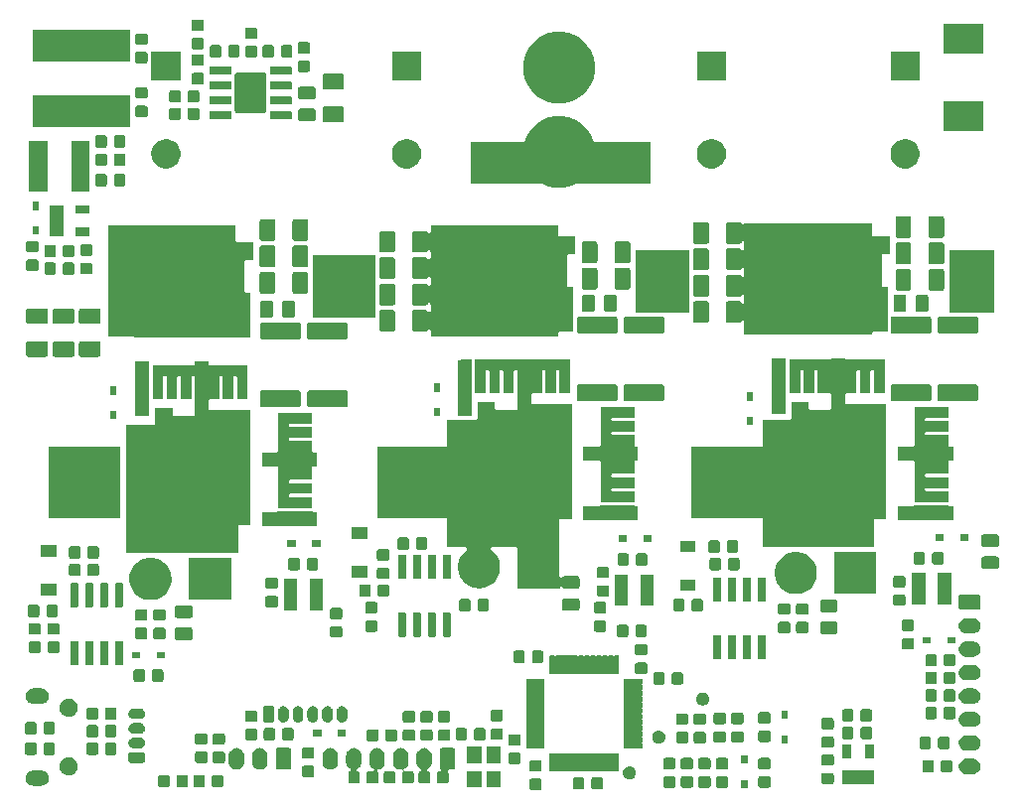
<source format=gbr>
G04 #@! TF.GenerationSoftware,KiCad,Pcbnew,(5.1.2)-2*
G04 #@! TF.CreationDate,2020-12-15T14:43:02+00:00*
G04 #@! TF.ProjectId,INV_Board,494e565f-426f-4617-9264-2e6b69636164,rev?*
G04 #@! TF.SameCoordinates,Original*
G04 #@! TF.FileFunction,Soldermask,Top*
G04 #@! TF.FilePolarity,Negative*
%FSLAX46Y46*%
G04 Gerber Fmt 4.6, Leading zero omitted, Abs format (unit mm)*
G04 Created by KiCad (PCBNEW (5.1.2)-2) date 2020-12-15 14:43:02*
%MOMM*%
%LPD*%
G04 APERTURE LIST*
%ADD10C,0.100000*%
G04 APERTURE END LIST*
D10*
G36*
X169750000Y-63500000D02*
G01*
X154500000Y-63500000D01*
X154500000Y-60000000D01*
X169750000Y-60000000D01*
X169750000Y-63500000D01*
G37*
X169750000Y-63500000D02*
X154500000Y-63500000D01*
X154500000Y-60000000D01*
X169750000Y-60000000D01*
X169750000Y-63500000D01*
G36*
X146250000Y-74875000D02*
G01*
X141000000Y-74875000D01*
X141000000Y-69625000D01*
X146250000Y-69625000D01*
X146250000Y-74875000D01*
G37*
X146250000Y-74875000D02*
X141000000Y-74875000D01*
X141000000Y-69625000D01*
X146250000Y-69625000D01*
X146250000Y-74875000D01*
G36*
X173000000Y-74500000D02*
G01*
X168500000Y-74500000D01*
X168500000Y-69250000D01*
X173000000Y-69250000D01*
X173000000Y-74500000D01*
G37*
X173000000Y-74500000D02*
X168500000Y-74500000D01*
X168500000Y-69250000D01*
X173000000Y-69250000D01*
X173000000Y-74500000D01*
G36*
X199000000Y-74500000D02*
G01*
X195250000Y-74500000D01*
X195250000Y-69250000D01*
X199000000Y-69250000D01*
X199000000Y-74500000D01*
G37*
X199000000Y-74500000D02*
X195250000Y-74500000D01*
X195250000Y-69250000D01*
X199000000Y-69250000D01*
X199000000Y-74500000D01*
G36*
X179250000Y-92000000D02*
G01*
X173250000Y-92000000D01*
X173250000Y-86000000D01*
X179250000Y-86000000D01*
X179250000Y-92000000D01*
G37*
X179250000Y-92000000D02*
X173250000Y-92000000D01*
X173250000Y-86000000D01*
X179250000Y-86000000D01*
X179250000Y-92000000D01*
G36*
X152500000Y-92000000D02*
G01*
X146500000Y-92000000D01*
X146500000Y-86000000D01*
X152500000Y-86000000D01*
X152500000Y-92000000D01*
G37*
X152500000Y-92000000D02*
X146500000Y-92000000D01*
X146500000Y-86000000D01*
X152500000Y-86000000D01*
X152500000Y-92000000D01*
G36*
X124500000Y-92000000D02*
G01*
X118500000Y-92000000D01*
X118500000Y-86000000D01*
X124500000Y-86000000D01*
X124500000Y-92000000D01*
G37*
X124500000Y-92000000D02*
X118500000Y-92000000D01*
X118500000Y-86000000D01*
X124500000Y-86000000D01*
X124500000Y-92000000D01*
G36*
X160379591Y-114303085D02*
G01*
X160413569Y-114313393D01*
X160444890Y-114330134D01*
X160472339Y-114352661D01*
X160494866Y-114380110D01*
X160511607Y-114411431D01*
X160521915Y-114445409D01*
X160526000Y-114486890D01*
X160526000Y-115088110D01*
X160521915Y-115129591D01*
X160511607Y-115163569D01*
X160494866Y-115194890D01*
X160472339Y-115222339D01*
X160444890Y-115244866D01*
X160413569Y-115261607D01*
X160379591Y-115271915D01*
X160338110Y-115276000D01*
X159661890Y-115276000D01*
X159620409Y-115271915D01*
X159586431Y-115261607D01*
X159555110Y-115244866D01*
X159527661Y-115222339D01*
X159505134Y-115194890D01*
X159488393Y-115163569D01*
X159478085Y-115129591D01*
X159474000Y-115088110D01*
X159474000Y-114486890D01*
X159478085Y-114445409D01*
X159488393Y-114411431D01*
X159505134Y-114380110D01*
X159527661Y-114352661D01*
X159555110Y-114330134D01*
X159586431Y-114313393D01*
X159620409Y-114303085D01*
X159661890Y-114299000D01*
X160338110Y-114299000D01*
X160379591Y-114303085D01*
X160379591Y-114303085D01*
G37*
G36*
X165592091Y-114178085D02*
G01*
X165626069Y-114188393D01*
X165657390Y-114205134D01*
X165684839Y-114227661D01*
X165707366Y-114255110D01*
X165724107Y-114286431D01*
X165734415Y-114320409D01*
X165738500Y-114361890D01*
X165738500Y-115038110D01*
X165734415Y-115079591D01*
X165724107Y-115113569D01*
X165707366Y-115144890D01*
X165684839Y-115172339D01*
X165657390Y-115194866D01*
X165626069Y-115211607D01*
X165592091Y-115221915D01*
X165550610Y-115226000D01*
X164949390Y-115226000D01*
X164907909Y-115221915D01*
X164873931Y-115211607D01*
X164842610Y-115194866D01*
X164815161Y-115172339D01*
X164792634Y-115144890D01*
X164775893Y-115113569D01*
X164765585Y-115079591D01*
X164761500Y-115038110D01*
X164761500Y-114361890D01*
X164765585Y-114320409D01*
X164775893Y-114286431D01*
X164792634Y-114255110D01*
X164815161Y-114227661D01*
X164842610Y-114205134D01*
X164873931Y-114188393D01*
X164907909Y-114178085D01*
X164949390Y-114174000D01*
X165550610Y-114174000D01*
X165592091Y-114178085D01*
X165592091Y-114178085D01*
G37*
G36*
X164017091Y-114178085D02*
G01*
X164051069Y-114188393D01*
X164082390Y-114205134D01*
X164109839Y-114227661D01*
X164132366Y-114255110D01*
X164149107Y-114286431D01*
X164159415Y-114320409D01*
X164163500Y-114361890D01*
X164163500Y-115038110D01*
X164159415Y-115079591D01*
X164149107Y-115113569D01*
X164132366Y-115144890D01*
X164109839Y-115172339D01*
X164082390Y-115194866D01*
X164051069Y-115211607D01*
X164017091Y-115221915D01*
X163975610Y-115226000D01*
X163374390Y-115226000D01*
X163332909Y-115221915D01*
X163298931Y-115211607D01*
X163267610Y-115194866D01*
X163240161Y-115172339D01*
X163217634Y-115144890D01*
X163200893Y-115113569D01*
X163190585Y-115079591D01*
X163186500Y-115038110D01*
X163186500Y-114361890D01*
X163190585Y-114320409D01*
X163200893Y-114286431D01*
X163217634Y-114255110D01*
X163240161Y-114227661D01*
X163267610Y-114205134D01*
X163298931Y-114188393D01*
X163332909Y-114178085D01*
X163374390Y-114174000D01*
X163975610Y-114174000D01*
X164017091Y-114178085D01*
X164017091Y-114178085D01*
G37*
G36*
X178076000Y-115101000D02*
G01*
X177524000Y-115101000D01*
X177524000Y-114399000D01*
X178076000Y-114399000D01*
X178076000Y-115101000D01*
X178076000Y-115101000D01*
G37*
G36*
X176279591Y-114103085D02*
G01*
X176313569Y-114113393D01*
X176344890Y-114130134D01*
X176372339Y-114152661D01*
X176394866Y-114180110D01*
X176411607Y-114211431D01*
X176421915Y-114245409D01*
X176426000Y-114286890D01*
X176426000Y-114888110D01*
X176421915Y-114929591D01*
X176411607Y-114963569D01*
X176394866Y-114994890D01*
X176372339Y-115022339D01*
X176344890Y-115044866D01*
X176313569Y-115061607D01*
X176279591Y-115071915D01*
X176238110Y-115076000D01*
X175561890Y-115076000D01*
X175520409Y-115071915D01*
X175486431Y-115061607D01*
X175455110Y-115044866D01*
X175427661Y-115022339D01*
X175405134Y-114994890D01*
X175388393Y-114963569D01*
X175378085Y-114929591D01*
X175374000Y-114888110D01*
X175374000Y-114286890D01*
X175378085Y-114245409D01*
X175388393Y-114211431D01*
X175405134Y-114180110D01*
X175427661Y-114152661D01*
X175455110Y-114130134D01*
X175486431Y-114113393D01*
X175520409Y-114103085D01*
X175561890Y-114099000D01*
X176238110Y-114099000D01*
X176279591Y-114103085D01*
X176279591Y-114103085D01*
G37*
G36*
X179879591Y-114103085D02*
G01*
X179913569Y-114113393D01*
X179944890Y-114130134D01*
X179972339Y-114152661D01*
X179994866Y-114180110D01*
X180011607Y-114211431D01*
X180021915Y-114245409D01*
X180026000Y-114286890D01*
X180026000Y-114888110D01*
X180021915Y-114929591D01*
X180011607Y-114963569D01*
X179994866Y-114994890D01*
X179972339Y-115022339D01*
X179944890Y-115044866D01*
X179913569Y-115061607D01*
X179879591Y-115071915D01*
X179838110Y-115076000D01*
X179161890Y-115076000D01*
X179120409Y-115071915D01*
X179086431Y-115061607D01*
X179055110Y-115044866D01*
X179027661Y-115022339D01*
X179005134Y-114994890D01*
X178988393Y-114963569D01*
X178978085Y-114929591D01*
X178974000Y-114888110D01*
X178974000Y-114286890D01*
X178978085Y-114245409D01*
X178988393Y-114211431D01*
X179005134Y-114180110D01*
X179027661Y-114152661D01*
X179055110Y-114130134D01*
X179086431Y-114113393D01*
X179120409Y-114103085D01*
X179161890Y-114099000D01*
X179838110Y-114099000D01*
X179879591Y-114103085D01*
X179879591Y-114103085D01*
G37*
G36*
X171779591Y-114103085D02*
G01*
X171813569Y-114113393D01*
X171844890Y-114130134D01*
X171872339Y-114152661D01*
X171894866Y-114180110D01*
X171911607Y-114211431D01*
X171921915Y-114245409D01*
X171926000Y-114286890D01*
X171926000Y-114888110D01*
X171921915Y-114929591D01*
X171911607Y-114963569D01*
X171894866Y-114994890D01*
X171872339Y-115022339D01*
X171844890Y-115044866D01*
X171813569Y-115061607D01*
X171779591Y-115071915D01*
X171738110Y-115076000D01*
X171061890Y-115076000D01*
X171020409Y-115071915D01*
X170986431Y-115061607D01*
X170955110Y-115044866D01*
X170927661Y-115022339D01*
X170905134Y-114994890D01*
X170888393Y-114963569D01*
X170878085Y-114929591D01*
X170874000Y-114888110D01*
X170874000Y-114286890D01*
X170878085Y-114245409D01*
X170888393Y-114211431D01*
X170905134Y-114180110D01*
X170927661Y-114152661D01*
X170955110Y-114130134D01*
X170986431Y-114113393D01*
X171020409Y-114103085D01*
X171061890Y-114099000D01*
X171738110Y-114099000D01*
X171779591Y-114103085D01*
X171779591Y-114103085D01*
G37*
G36*
X173279591Y-114103085D02*
G01*
X173313569Y-114113393D01*
X173344890Y-114130134D01*
X173372339Y-114152661D01*
X173394866Y-114180110D01*
X173411607Y-114211431D01*
X173421915Y-114245409D01*
X173426000Y-114286890D01*
X173426000Y-114888110D01*
X173421915Y-114929591D01*
X173411607Y-114963569D01*
X173394866Y-114994890D01*
X173372339Y-115022339D01*
X173344890Y-115044866D01*
X173313569Y-115061607D01*
X173279591Y-115071915D01*
X173238110Y-115076000D01*
X172561890Y-115076000D01*
X172520409Y-115071915D01*
X172486431Y-115061607D01*
X172455110Y-115044866D01*
X172427661Y-115022339D01*
X172405134Y-114994890D01*
X172388393Y-114963569D01*
X172378085Y-114929591D01*
X172374000Y-114888110D01*
X172374000Y-114286890D01*
X172378085Y-114245409D01*
X172388393Y-114211431D01*
X172405134Y-114180110D01*
X172427661Y-114152661D01*
X172455110Y-114130134D01*
X172486431Y-114113393D01*
X172520409Y-114103085D01*
X172561890Y-114099000D01*
X173238110Y-114099000D01*
X173279591Y-114103085D01*
X173279591Y-114103085D01*
G37*
G36*
X174779591Y-114103085D02*
G01*
X174813569Y-114113393D01*
X174844890Y-114130134D01*
X174872339Y-114152661D01*
X174894866Y-114180110D01*
X174911607Y-114211431D01*
X174921915Y-114245409D01*
X174926000Y-114286890D01*
X174926000Y-114888110D01*
X174921915Y-114929591D01*
X174911607Y-114963569D01*
X174894866Y-114994890D01*
X174872339Y-115022339D01*
X174844890Y-115044866D01*
X174813569Y-115061607D01*
X174779591Y-115071915D01*
X174738110Y-115076000D01*
X174061890Y-115076000D01*
X174020409Y-115071915D01*
X173986431Y-115061607D01*
X173955110Y-115044866D01*
X173927661Y-115022339D01*
X173905134Y-114994890D01*
X173888393Y-114963569D01*
X173878085Y-114929591D01*
X173874000Y-114888110D01*
X173874000Y-114286890D01*
X173878085Y-114245409D01*
X173888393Y-114211431D01*
X173905134Y-114180110D01*
X173927661Y-114152661D01*
X173955110Y-114130134D01*
X173986431Y-114113393D01*
X174020409Y-114103085D01*
X174061890Y-114099000D01*
X174738110Y-114099000D01*
X174779591Y-114103085D01*
X174779591Y-114103085D01*
G37*
G36*
X157026000Y-115051000D02*
G01*
X155824000Y-115051000D01*
X155824000Y-113649000D01*
X157026000Y-113649000D01*
X157026000Y-115051000D01*
X157026000Y-115051000D01*
G37*
G36*
X155376000Y-115051000D02*
G01*
X154174000Y-115051000D01*
X154174000Y-113649000D01*
X155376000Y-113649000D01*
X155376000Y-115051000D01*
X155376000Y-115051000D01*
G37*
G36*
X133229591Y-113978085D02*
G01*
X133263569Y-113988393D01*
X133294890Y-114005134D01*
X133322339Y-114027661D01*
X133344866Y-114055110D01*
X133361607Y-114086431D01*
X133371915Y-114120409D01*
X133376000Y-114161890D01*
X133376000Y-114838110D01*
X133371915Y-114879591D01*
X133361607Y-114913569D01*
X133344866Y-114944890D01*
X133322339Y-114972339D01*
X133294890Y-114994866D01*
X133263569Y-115011607D01*
X133229591Y-115021915D01*
X133188110Y-115026000D01*
X132586890Y-115026000D01*
X132545409Y-115021915D01*
X132511431Y-115011607D01*
X132480110Y-114994866D01*
X132452661Y-114972339D01*
X132430134Y-114944890D01*
X132413393Y-114913569D01*
X132403085Y-114879591D01*
X132399000Y-114838110D01*
X132399000Y-114161890D01*
X132403085Y-114120409D01*
X132413393Y-114086431D01*
X132430134Y-114055110D01*
X132452661Y-114027661D01*
X132480110Y-114005134D01*
X132511431Y-113988393D01*
X132545409Y-113978085D01*
X132586890Y-113974000D01*
X133188110Y-113974000D01*
X133229591Y-113978085D01*
X133229591Y-113978085D01*
G37*
G36*
X128654591Y-113978085D02*
G01*
X128688569Y-113988393D01*
X128719890Y-114005134D01*
X128747339Y-114027661D01*
X128769866Y-114055110D01*
X128786607Y-114086431D01*
X128796915Y-114120409D01*
X128801000Y-114161890D01*
X128801000Y-114838110D01*
X128796915Y-114879591D01*
X128786607Y-114913569D01*
X128769866Y-114944890D01*
X128747339Y-114972339D01*
X128719890Y-114994866D01*
X128688569Y-115011607D01*
X128654591Y-115021915D01*
X128613110Y-115026000D01*
X128011890Y-115026000D01*
X127970409Y-115021915D01*
X127936431Y-115011607D01*
X127905110Y-114994866D01*
X127877661Y-114972339D01*
X127855134Y-114944890D01*
X127838393Y-114913569D01*
X127828085Y-114879591D01*
X127824000Y-114838110D01*
X127824000Y-114161890D01*
X127828085Y-114120409D01*
X127838393Y-114086431D01*
X127855134Y-114055110D01*
X127877661Y-114027661D01*
X127905110Y-114005134D01*
X127936431Y-113988393D01*
X127970409Y-113978085D01*
X128011890Y-113974000D01*
X128613110Y-113974000D01*
X128654591Y-113978085D01*
X128654591Y-113978085D01*
G37*
G36*
X130229591Y-113978085D02*
G01*
X130263569Y-113988393D01*
X130294890Y-114005134D01*
X130322339Y-114027661D01*
X130344866Y-114055110D01*
X130361607Y-114086431D01*
X130371915Y-114120409D01*
X130376000Y-114161890D01*
X130376000Y-114838110D01*
X130371915Y-114879591D01*
X130361607Y-114913569D01*
X130344866Y-114944890D01*
X130322339Y-114972339D01*
X130294890Y-114994866D01*
X130263569Y-115011607D01*
X130229591Y-115021915D01*
X130188110Y-115026000D01*
X129586890Y-115026000D01*
X129545409Y-115021915D01*
X129511431Y-115011607D01*
X129480110Y-114994866D01*
X129452661Y-114972339D01*
X129430134Y-114944890D01*
X129413393Y-114913569D01*
X129403085Y-114879591D01*
X129399000Y-114838110D01*
X129399000Y-114161890D01*
X129403085Y-114120409D01*
X129413393Y-114086431D01*
X129430134Y-114055110D01*
X129452661Y-114027661D01*
X129480110Y-114005134D01*
X129511431Y-113988393D01*
X129545409Y-113978085D01*
X129586890Y-113974000D01*
X130188110Y-113974000D01*
X130229591Y-113978085D01*
X130229591Y-113978085D01*
G37*
G36*
X131654591Y-113978085D02*
G01*
X131688569Y-113988393D01*
X131719890Y-114005134D01*
X131747339Y-114027661D01*
X131769866Y-114055110D01*
X131786607Y-114086431D01*
X131796915Y-114120409D01*
X131801000Y-114161890D01*
X131801000Y-114838110D01*
X131796915Y-114879591D01*
X131786607Y-114913569D01*
X131769866Y-114944890D01*
X131747339Y-114972339D01*
X131719890Y-114994866D01*
X131688569Y-115011607D01*
X131654591Y-115021915D01*
X131613110Y-115026000D01*
X131011890Y-115026000D01*
X130970409Y-115021915D01*
X130936431Y-115011607D01*
X130905110Y-114994866D01*
X130877661Y-114972339D01*
X130855134Y-114944890D01*
X130838393Y-114913569D01*
X130828085Y-114879591D01*
X130824000Y-114838110D01*
X130824000Y-114161890D01*
X130828085Y-114120409D01*
X130838393Y-114086431D01*
X130855134Y-114055110D01*
X130877661Y-114027661D01*
X130905110Y-114005134D01*
X130936431Y-113988393D01*
X130970409Y-113978085D01*
X131011890Y-113974000D01*
X131613110Y-113974000D01*
X131654591Y-113978085D01*
X131654591Y-113978085D01*
G37*
G36*
X117926355Y-113602140D02*
G01*
X117990118Y-113608420D01*
X118059909Y-113629591D01*
X118112836Y-113645646D01*
X118225925Y-113706094D01*
X118325054Y-113787446D01*
X118406406Y-113886575D01*
X118466854Y-113999664D01*
X118466855Y-113999668D01*
X118504080Y-114122382D01*
X118516649Y-114250000D01*
X118504080Y-114377618D01*
X118493823Y-114411431D01*
X118466854Y-114500336D01*
X118406406Y-114613425D01*
X118325054Y-114712554D01*
X118225925Y-114793906D01*
X118112836Y-114854354D01*
X118080904Y-114864040D01*
X117990118Y-114891580D01*
X117926355Y-114897860D01*
X117894474Y-114901000D01*
X117130526Y-114901000D01*
X117098645Y-114897860D01*
X117034882Y-114891580D01*
X116944096Y-114864040D01*
X116912164Y-114854354D01*
X116799075Y-114793906D01*
X116699946Y-114712554D01*
X116618594Y-114613425D01*
X116558146Y-114500336D01*
X116531177Y-114411431D01*
X116520920Y-114377618D01*
X116508351Y-114250000D01*
X116520920Y-114122382D01*
X116558145Y-113999668D01*
X116558146Y-113999664D01*
X116618594Y-113886575D01*
X116699946Y-113787446D01*
X116799075Y-113706094D01*
X116912164Y-113645646D01*
X116965091Y-113629591D01*
X117034882Y-113608420D01*
X117098645Y-113602140D01*
X117130526Y-113599000D01*
X117894474Y-113599000D01*
X117926355Y-113602140D01*
X117926355Y-113602140D01*
G37*
G36*
X188826000Y-114781000D02*
G01*
X186174000Y-114781000D01*
X186174000Y-113619000D01*
X188826000Y-113619000D01*
X188826000Y-114781000D01*
X188826000Y-114781000D01*
G37*
G36*
X185279591Y-113803085D02*
G01*
X185313569Y-113813393D01*
X185344890Y-113830134D01*
X185372339Y-113852661D01*
X185394866Y-113880110D01*
X185411607Y-113911431D01*
X185421915Y-113945409D01*
X185426000Y-113986890D01*
X185426000Y-114588110D01*
X185421915Y-114629591D01*
X185411607Y-114663569D01*
X185394866Y-114694890D01*
X185372339Y-114722339D01*
X185344890Y-114744866D01*
X185313569Y-114761607D01*
X185279591Y-114771915D01*
X185238110Y-114776000D01*
X184561890Y-114776000D01*
X184520409Y-114771915D01*
X184486431Y-114761607D01*
X184455110Y-114744866D01*
X184427661Y-114722339D01*
X184405134Y-114694890D01*
X184388393Y-114663569D01*
X184378085Y-114629591D01*
X184374000Y-114588110D01*
X184374000Y-113986890D01*
X184378085Y-113945409D01*
X184388393Y-113911431D01*
X184405134Y-113880110D01*
X184427661Y-113852661D01*
X184455110Y-113830134D01*
X184486431Y-113813393D01*
X184520409Y-113803085D01*
X184561890Y-113799000D01*
X185238110Y-113799000D01*
X185279591Y-113803085D01*
X185279591Y-113803085D01*
G37*
G36*
X146627618Y-111683420D02*
G01*
X146699120Y-111705110D01*
X146750336Y-111720646D01*
X146863425Y-111781094D01*
X146962554Y-111862446D01*
X147043906Y-111961575D01*
X147104354Y-112074664D01*
X147111181Y-112097169D01*
X147141580Y-112197382D01*
X147146257Y-112244866D01*
X147151000Y-112293026D01*
X147151000Y-112906974D01*
X147149658Y-112920599D01*
X147141580Y-113002618D01*
X147115507Y-113088569D01*
X147104354Y-113125336D01*
X147043906Y-113238425D01*
X146962554Y-113337553D01*
X146863424Y-113418906D01*
X146750335Y-113479354D01*
X146718403Y-113489040D01*
X146627617Y-113516580D01*
X146602664Y-113519038D01*
X146578634Y-113523817D01*
X146555995Y-113533195D01*
X146535621Y-113546808D01*
X146518294Y-113564135D01*
X146504680Y-113584510D01*
X146495302Y-113607148D01*
X146490522Y-113631182D01*
X146490522Y-113655686D01*
X146495302Y-113679719D01*
X146504680Y-113702358D01*
X146518294Y-113722733D01*
X146544866Y-113755110D01*
X146561607Y-113786431D01*
X146571915Y-113820409D01*
X146576000Y-113861890D01*
X146576000Y-114538110D01*
X146571915Y-114579591D01*
X146561607Y-114613569D01*
X146544866Y-114644890D01*
X146522339Y-114672339D01*
X146494890Y-114694866D01*
X146463569Y-114711607D01*
X146429591Y-114721915D01*
X146388110Y-114726000D01*
X145786890Y-114726000D01*
X145745409Y-114721915D01*
X145711431Y-114711607D01*
X145680110Y-114694866D01*
X145652661Y-114672339D01*
X145630134Y-114644890D01*
X145613393Y-114613569D01*
X145603085Y-114579591D01*
X145599000Y-114538110D01*
X145599000Y-113861890D01*
X145603085Y-113820409D01*
X145613393Y-113786431D01*
X145630134Y-113755110D01*
X145652661Y-113727661D01*
X145680110Y-113705134D01*
X145711431Y-113688393D01*
X145745409Y-113678085D01*
X145786890Y-113674000D01*
X146114798Y-113674000D01*
X146139184Y-113671598D01*
X146162633Y-113664485D01*
X146184244Y-113652934D01*
X146203186Y-113637389D01*
X146218731Y-113618447D01*
X146230282Y-113596836D01*
X146237395Y-113573387D01*
X146239797Y-113549001D01*
X146237395Y-113524615D01*
X146230282Y-113501166D01*
X146218731Y-113479555D01*
X146203186Y-113460613D01*
X146173723Y-113438762D01*
X146136573Y-113418905D01*
X146037447Y-113337554D01*
X145956094Y-113238424D01*
X145895646Y-113125335D01*
X145874186Y-113054591D01*
X145858420Y-113002617D01*
X145849000Y-112906972D01*
X145849000Y-112293027D01*
X145858420Y-112197382D01*
X145888819Y-112097169D01*
X145895645Y-112074667D01*
X145935079Y-112000893D01*
X145956095Y-111961574D01*
X145969493Y-111945249D01*
X146037447Y-111862446D01*
X146136576Y-111781094D01*
X146249665Y-111720646D01*
X146300881Y-111705110D01*
X146372383Y-111683420D01*
X146500000Y-111670851D01*
X146627618Y-111683420D01*
X146627618Y-111683420D01*
G37*
G36*
X144627618Y-111683420D02*
G01*
X144699120Y-111705110D01*
X144750336Y-111720646D01*
X144863425Y-111781094D01*
X144962554Y-111862446D01*
X145043906Y-111961575D01*
X145104354Y-112074664D01*
X145111181Y-112097169D01*
X145141580Y-112197382D01*
X145146257Y-112244866D01*
X145151000Y-112293026D01*
X145151000Y-112906974D01*
X145149658Y-112920599D01*
X145141580Y-113002618D01*
X145115507Y-113088569D01*
X145104354Y-113125336D01*
X145043906Y-113238425D01*
X144962554Y-113337553D01*
X144863424Y-113418906D01*
X144816015Y-113444247D01*
X144795640Y-113457861D01*
X144778313Y-113475188D01*
X144764700Y-113495562D01*
X144755322Y-113518201D01*
X144750542Y-113542234D01*
X144750542Y-113566738D01*
X144755322Y-113590771D01*
X144764700Y-113613410D01*
X144778314Y-113633785D01*
X144795641Y-113651112D01*
X144816015Y-113664725D01*
X144838654Y-113674103D01*
X144846810Y-113675725D01*
X144888569Y-113688393D01*
X144919890Y-113705134D01*
X144947339Y-113727661D01*
X144969866Y-113755110D01*
X144986607Y-113786431D01*
X144996915Y-113820409D01*
X145001000Y-113861890D01*
X145001000Y-114538110D01*
X144996915Y-114579591D01*
X144986607Y-114613569D01*
X144969866Y-114644890D01*
X144947339Y-114672339D01*
X144919890Y-114694866D01*
X144888569Y-114711607D01*
X144854591Y-114721915D01*
X144813110Y-114726000D01*
X144211890Y-114726000D01*
X144170409Y-114721915D01*
X144136431Y-114711607D01*
X144105110Y-114694866D01*
X144077661Y-114672339D01*
X144055134Y-114644890D01*
X144038393Y-114613569D01*
X144028085Y-114579591D01*
X144024000Y-114538110D01*
X144024000Y-113861890D01*
X144028085Y-113820409D01*
X144038393Y-113786431D01*
X144055134Y-113755110D01*
X144077661Y-113727661D01*
X144105110Y-113705134D01*
X144136427Y-113688395D01*
X144169382Y-113678398D01*
X144192020Y-113669020D01*
X144212395Y-113655406D01*
X144229722Y-113638079D01*
X144243335Y-113617705D01*
X144252713Y-113595066D01*
X144257493Y-113571033D01*
X144257493Y-113546529D01*
X144252713Y-113522495D01*
X144243335Y-113499857D01*
X144229721Y-113479482D01*
X144212394Y-113462155D01*
X144192020Y-113448542D01*
X144136575Y-113418906D01*
X144037447Y-113337554D01*
X143956094Y-113238424D01*
X143895646Y-113125335D01*
X143874186Y-113054591D01*
X143858420Y-113002617D01*
X143849000Y-112906972D01*
X143849000Y-112293027D01*
X143858420Y-112197382D01*
X143888819Y-112097169D01*
X143895645Y-112074667D01*
X143935079Y-112000893D01*
X143956095Y-111961574D01*
X143969493Y-111945249D01*
X144037447Y-111862446D01*
X144136576Y-111781094D01*
X144249665Y-111720646D01*
X144300881Y-111705110D01*
X144372383Y-111683420D01*
X144500000Y-111670851D01*
X144627618Y-111683420D01*
X144627618Y-111683420D01*
G37*
G36*
X150627618Y-111683420D02*
G01*
X150699120Y-111705110D01*
X150750336Y-111720646D01*
X150863425Y-111781094D01*
X150962554Y-111862446D01*
X151043906Y-111961575D01*
X151104354Y-112074664D01*
X151111181Y-112097169D01*
X151141580Y-112197382D01*
X151146257Y-112244866D01*
X151151000Y-112293026D01*
X151151000Y-112906974D01*
X151149658Y-112920599D01*
X151141580Y-113002618D01*
X151115507Y-113088569D01*
X151104354Y-113125336D01*
X151043906Y-113238425D01*
X150962554Y-113337553D01*
X150863424Y-113418906D01*
X150816015Y-113444247D01*
X150795640Y-113457861D01*
X150778313Y-113475188D01*
X150764700Y-113495562D01*
X150755322Y-113518201D01*
X150750542Y-113542234D01*
X150750542Y-113566738D01*
X150755322Y-113590771D01*
X150764700Y-113613410D01*
X150778314Y-113633785D01*
X150795641Y-113651112D01*
X150816015Y-113664725D01*
X150838654Y-113674103D01*
X150846810Y-113675725D01*
X150888569Y-113688393D01*
X150919890Y-113705134D01*
X150947339Y-113727661D01*
X150969866Y-113755110D01*
X150986607Y-113786431D01*
X150996915Y-113820409D01*
X151001000Y-113861890D01*
X151001000Y-114538110D01*
X150996915Y-114579591D01*
X150986607Y-114613569D01*
X150969866Y-114644890D01*
X150947339Y-114672339D01*
X150919890Y-114694866D01*
X150888569Y-114711607D01*
X150854591Y-114721915D01*
X150813110Y-114726000D01*
X150211890Y-114726000D01*
X150170409Y-114721915D01*
X150136431Y-114711607D01*
X150105110Y-114694866D01*
X150077661Y-114672339D01*
X150055134Y-114644890D01*
X150038393Y-114613569D01*
X150028085Y-114579591D01*
X150024000Y-114538110D01*
X150024000Y-113861890D01*
X150028085Y-113820409D01*
X150038393Y-113786431D01*
X150055134Y-113755110D01*
X150077661Y-113727661D01*
X150105110Y-113705134D01*
X150136427Y-113688395D01*
X150169382Y-113678398D01*
X150192020Y-113669020D01*
X150212395Y-113655406D01*
X150229722Y-113638079D01*
X150243335Y-113617705D01*
X150252713Y-113595066D01*
X150257493Y-113571033D01*
X150257493Y-113546529D01*
X150252713Y-113522495D01*
X150243335Y-113499857D01*
X150229721Y-113479482D01*
X150212394Y-113462155D01*
X150192020Y-113448542D01*
X150136575Y-113418906D01*
X150037447Y-113337554D01*
X149956094Y-113238424D01*
X149895646Y-113125335D01*
X149874186Y-113054591D01*
X149858420Y-113002617D01*
X149849000Y-112906972D01*
X149849000Y-112293027D01*
X149858420Y-112197382D01*
X149888819Y-112097169D01*
X149895645Y-112074667D01*
X149935079Y-112000893D01*
X149956095Y-111961574D01*
X149969493Y-111945249D01*
X150037447Y-111862446D01*
X150136576Y-111781094D01*
X150249665Y-111720646D01*
X150300881Y-111705110D01*
X150372383Y-111683420D01*
X150500000Y-111670851D01*
X150627618Y-111683420D01*
X150627618Y-111683420D01*
G37*
G36*
X147892091Y-113678085D02*
G01*
X147926069Y-113688393D01*
X147957390Y-113705134D01*
X147984839Y-113727661D01*
X148007366Y-113755110D01*
X148024107Y-113786431D01*
X148034415Y-113820409D01*
X148038500Y-113861890D01*
X148038500Y-114538110D01*
X148034415Y-114579591D01*
X148024107Y-114613569D01*
X148007366Y-114644890D01*
X147984839Y-114672339D01*
X147957390Y-114694866D01*
X147926069Y-114711607D01*
X147892091Y-114721915D01*
X147850610Y-114726000D01*
X147249390Y-114726000D01*
X147207909Y-114721915D01*
X147173931Y-114711607D01*
X147142610Y-114694866D01*
X147115161Y-114672339D01*
X147092634Y-114644890D01*
X147075893Y-114613569D01*
X147065585Y-114579591D01*
X147061500Y-114538110D01*
X147061500Y-113861890D01*
X147065585Y-113820409D01*
X147075893Y-113786431D01*
X147092634Y-113755110D01*
X147115161Y-113727661D01*
X147142610Y-113705134D01*
X147173931Y-113688393D01*
X147207909Y-113678085D01*
X147249390Y-113674000D01*
X147850610Y-113674000D01*
X147892091Y-113678085D01*
X147892091Y-113678085D01*
G37*
G36*
X152991242Y-111678404D02*
G01*
X153028337Y-111689657D01*
X153062515Y-111707925D01*
X153092481Y-111732519D01*
X153117075Y-111762485D01*
X153135343Y-111796663D01*
X153146596Y-111833758D01*
X153151000Y-111878474D01*
X153151000Y-113321526D01*
X153146596Y-113366242D01*
X153135343Y-113403337D01*
X153117075Y-113437515D01*
X153092481Y-113467481D01*
X153062515Y-113492075D01*
X153028337Y-113510343D01*
X152991242Y-113521596D01*
X152946526Y-113526000D01*
X152621128Y-113526000D01*
X152596742Y-113528402D01*
X152573293Y-113535515D01*
X152551682Y-113547066D01*
X152532740Y-113562611D01*
X152517195Y-113581553D01*
X152505644Y-113603164D01*
X152498531Y-113626613D01*
X152496129Y-113650999D01*
X152498531Y-113675385D01*
X152505644Y-113698834D01*
X152517195Y-113720445D01*
X152524503Y-113730298D01*
X152544866Y-113755110D01*
X152561607Y-113786431D01*
X152571915Y-113820409D01*
X152576000Y-113861890D01*
X152576000Y-114538110D01*
X152571915Y-114579591D01*
X152561607Y-114613569D01*
X152544866Y-114644890D01*
X152522339Y-114672339D01*
X152494890Y-114694866D01*
X152463569Y-114711607D01*
X152429591Y-114721915D01*
X152388110Y-114726000D01*
X151786890Y-114726000D01*
X151745409Y-114721915D01*
X151711431Y-114711607D01*
X151680110Y-114694866D01*
X151652661Y-114672339D01*
X151630134Y-114644890D01*
X151613393Y-114613569D01*
X151603085Y-114579591D01*
X151599000Y-114538110D01*
X151599000Y-113861890D01*
X151603085Y-113820409D01*
X151613393Y-113786431D01*
X151630134Y-113755110D01*
X151652661Y-113727661D01*
X151680110Y-113705134D01*
X151711431Y-113688393D01*
X151745409Y-113678085D01*
X151786890Y-113674000D01*
X151812715Y-113674000D01*
X151837101Y-113671598D01*
X151860550Y-113664485D01*
X151882161Y-113652934D01*
X151901103Y-113637389D01*
X151916648Y-113618447D01*
X151928199Y-113596836D01*
X151935312Y-113573387D01*
X151937714Y-113549001D01*
X151935312Y-113524615D01*
X151928199Y-113501166D01*
X151916648Y-113479555D01*
X151909340Y-113469702D01*
X151882927Y-113437518D01*
X151864657Y-113403337D01*
X151853404Y-113366242D01*
X151849000Y-113321526D01*
X151849000Y-111878474D01*
X151853404Y-111833758D01*
X151864657Y-111796663D01*
X151882925Y-111762485D01*
X151907519Y-111732519D01*
X151937485Y-111707925D01*
X151971663Y-111689657D01*
X152008758Y-111678404D01*
X152053474Y-111674000D01*
X152946526Y-111674000D01*
X152991242Y-111678404D01*
X152991242Y-111678404D01*
G37*
G36*
X148627618Y-111683420D02*
G01*
X148699120Y-111705110D01*
X148750336Y-111720646D01*
X148863425Y-111781094D01*
X148962554Y-111862446D01*
X149043906Y-111961575D01*
X149104354Y-112074664D01*
X149111181Y-112097169D01*
X149141580Y-112197382D01*
X149146257Y-112244866D01*
X149151000Y-112293026D01*
X149151000Y-112906974D01*
X149149658Y-112920599D01*
X149141580Y-113002618D01*
X149115507Y-113088569D01*
X149104354Y-113125336D01*
X149043906Y-113238425D01*
X148962554Y-113337553D01*
X148863426Y-113418905D01*
X148826276Y-113438762D01*
X148805902Y-113452376D01*
X148788575Y-113469703D01*
X148774961Y-113490077D01*
X148765584Y-113512716D01*
X148760804Y-113536749D01*
X148760804Y-113561254D01*
X148765585Y-113585287D01*
X148774962Y-113607926D01*
X148788576Y-113628300D01*
X148805903Y-113645627D01*
X148826277Y-113659241D01*
X148848916Y-113668618D01*
X148885201Y-113674000D01*
X149425610Y-113674000D01*
X149467091Y-113678085D01*
X149501069Y-113688393D01*
X149532390Y-113705134D01*
X149559839Y-113727661D01*
X149582366Y-113755110D01*
X149599107Y-113786431D01*
X149609415Y-113820409D01*
X149613500Y-113861890D01*
X149613500Y-114538110D01*
X149609415Y-114579591D01*
X149599107Y-114613569D01*
X149582366Y-114644890D01*
X149559839Y-114672339D01*
X149532390Y-114694866D01*
X149501069Y-114711607D01*
X149467091Y-114721915D01*
X149425610Y-114726000D01*
X148824390Y-114726000D01*
X148782909Y-114721915D01*
X148748931Y-114711607D01*
X148717610Y-114694866D01*
X148690161Y-114672339D01*
X148667634Y-114644890D01*
X148650893Y-114613569D01*
X148640585Y-114579591D01*
X148636500Y-114538110D01*
X148636500Y-113861890D01*
X148640585Y-113820409D01*
X148650893Y-113786431D01*
X148667634Y-113755110D01*
X148692681Y-113724591D01*
X148706295Y-113704217D01*
X148715672Y-113681578D01*
X148720453Y-113657545D01*
X148720453Y-113633041D01*
X148715673Y-113609008D01*
X148706296Y-113586369D01*
X148692682Y-113565994D01*
X148675355Y-113548667D01*
X148654981Y-113535053D01*
X148632342Y-113525676D01*
X148608309Y-113520895D01*
X148583805Y-113520895D01*
X148500000Y-113529149D01*
X148372382Y-113516580D01*
X148281596Y-113489040D01*
X148249664Y-113479354D01*
X148136575Y-113418906D01*
X148037447Y-113337554D01*
X147956094Y-113238424D01*
X147895646Y-113125335D01*
X147874186Y-113054591D01*
X147858420Y-113002617D01*
X147849000Y-112906972D01*
X147849000Y-112293027D01*
X147858420Y-112197382D01*
X147888819Y-112097169D01*
X147895645Y-112074667D01*
X147935079Y-112000893D01*
X147956095Y-111961574D01*
X147969493Y-111945249D01*
X148037447Y-111862446D01*
X148136576Y-111781094D01*
X148249665Y-111720646D01*
X148300881Y-111705110D01*
X148372383Y-111683420D01*
X148500000Y-111670851D01*
X148627618Y-111683420D01*
X148627618Y-111683420D01*
G37*
G36*
X168160721Y-113270174D02*
G01*
X168260995Y-113311709D01*
X168275687Y-113321526D01*
X168351242Y-113372010D01*
X168427990Y-113448758D01*
X168440500Y-113467481D01*
X168488291Y-113539005D01*
X168529826Y-113639279D01*
X168551000Y-113745730D01*
X168551000Y-113854270D01*
X168529826Y-113960721D01*
X168488291Y-114060995D01*
X168488290Y-114060996D01*
X168427990Y-114151242D01*
X168351242Y-114227990D01*
X168325172Y-114245409D01*
X168260995Y-114288291D01*
X168160721Y-114329826D01*
X168054270Y-114351000D01*
X167945730Y-114351000D01*
X167839279Y-114329826D01*
X167739005Y-114288291D01*
X167674828Y-114245409D01*
X167648758Y-114227990D01*
X167572010Y-114151242D01*
X167511710Y-114060996D01*
X167511709Y-114060995D01*
X167470174Y-113960721D01*
X167449000Y-113854270D01*
X167449000Y-113745730D01*
X167470174Y-113639279D01*
X167511709Y-113539005D01*
X167559500Y-113467481D01*
X167572010Y-113448758D01*
X167648758Y-113372010D01*
X167724313Y-113321526D01*
X167739005Y-113311709D01*
X167839279Y-113270174D01*
X167945730Y-113249000D01*
X168054270Y-113249000D01*
X168160721Y-113270174D01*
X168160721Y-113270174D01*
G37*
G36*
X140979591Y-113203085D02*
G01*
X141013569Y-113213393D01*
X141044890Y-113230134D01*
X141072339Y-113252661D01*
X141094866Y-113280110D01*
X141111607Y-113311431D01*
X141121915Y-113345409D01*
X141126000Y-113386890D01*
X141126000Y-113988110D01*
X141121915Y-114029591D01*
X141111607Y-114063569D01*
X141094866Y-114094890D01*
X141072339Y-114122339D01*
X141044890Y-114144866D01*
X141013569Y-114161607D01*
X140979591Y-114171915D01*
X140938110Y-114176000D01*
X140261890Y-114176000D01*
X140220409Y-114171915D01*
X140186431Y-114161607D01*
X140155110Y-114144866D01*
X140127661Y-114122339D01*
X140105134Y-114094890D01*
X140088393Y-114063569D01*
X140078085Y-114029591D01*
X140074000Y-113988110D01*
X140074000Y-113386890D01*
X140078085Y-113345409D01*
X140088393Y-113311431D01*
X140105134Y-113280110D01*
X140127661Y-113252661D01*
X140155110Y-113230134D01*
X140186431Y-113213393D01*
X140220409Y-113203085D01*
X140261890Y-113199000D01*
X140938110Y-113199000D01*
X140979591Y-113203085D01*
X140979591Y-113203085D01*
G37*
G36*
X120438848Y-112503820D02*
G01*
X120438850Y-112503821D01*
X120438851Y-112503821D01*
X120580074Y-112562317D01*
X120580077Y-112562319D01*
X120707169Y-112647239D01*
X120815261Y-112755331D01*
X120895074Y-112874780D01*
X120900183Y-112882426D01*
X120958135Y-113022336D01*
X120958680Y-113023652D01*
X120988500Y-113173569D01*
X120988500Y-113326431D01*
X120958911Y-113475188D01*
X120958679Y-113476351D01*
X120900183Y-113617574D01*
X120900181Y-113617577D01*
X120815261Y-113744669D01*
X120707169Y-113852761D01*
X120588953Y-113931750D01*
X120580074Y-113937683D01*
X120438851Y-113996179D01*
X120438850Y-113996179D01*
X120438848Y-113996180D01*
X120288931Y-114026000D01*
X120136069Y-114026000D01*
X119986152Y-113996180D01*
X119986150Y-113996179D01*
X119986149Y-113996179D01*
X119844926Y-113937683D01*
X119836047Y-113931750D01*
X119717831Y-113852761D01*
X119609739Y-113744669D01*
X119524819Y-113617577D01*
X119524817Y-113617574D01*
X119466321Y-113476351D01*
X119466090Y-113475188D01*
X119436500Y-113326431D01*
X119436500Y-113173569D01*
X119466320Y-113023652D01*
X119466865Y-113022336D01*
X119524817Y-112882426D01*
X119529926Y-112874780D01*
X119609739Y-112755331D01*
X119717831Y-112647239D01*
X119844923Y-112562319D01*
X119844926Y-112562317D01*
X119986149Y-112503821D01*
X119986150Y-112503821D01*
X119986152Y-112503820D01*
X120136069Y-112474000D01*
X120288931Y-112474000D01*
X120438848Y-112503820D01*
X120438848Y-112503820D01*
G37*
G36*
X197327280Y-112601000D02*
G01*
X197402618Y-112608420D01*
X197482170Y-112632552D01*
X197525336Y-112645646D01*
X197638425Y-112706094D01*
X197737554Y-112787446D01*
X197818906Y-112886575D01*
X197879354Y-112999664D01*
X197889040Y-113031596D01*
X197916580Y-113122382D01*
X197929149Y-113250000D01*
X197916580Y-113377618D01*
X197898410Y-113437515D01*
X197879354Y-113500336D01*
X197818906Y-113613425D01*
X197737554Y-113712554D01*
X197638425Y-113793906D01*
X197525336Y-113854354D01*
X197500493Y-113861890D01*
X197402618Y-113891580D01*
X197338855Y-113897860D01*
X197306974Y-113901000D01*
X196693026Y-113901000D01*
X196661145Y-113897860D01*
X196597382Y-113891580D01*
X196499507Y-113861890D01*
X196474664Y-113854354D01*
X196361575Y-113793906D01*
X196262446Y-113712554D01*
X196181094Y-113613425D01*
X196120646Y-113500336D01*
X196101590Y-113437515D01*
X196083420Y-113377618D01*
X196070851Y-113250000D01*
X196083420Y-113122382D01*
X196110960Y-113031596D01*
X196120646Y-112999664D01*
X196181094Y-112886575D01*
X196262446Y-112787446D01*
X196361575Y-112706094D01*
X196474664Y-112645646D01*
X196517830Y-112632552D01*
X196597382Y-112608420D01*
X196672720Y-112601000D01*
X196693026Y-112599000D01*
X197306974Y-112599000D01*
X197327280Y-112601000D01*
X197327280Y-112601000D01*
G37*
G36*
X195379591Y-112728085D02*
G01*
X195413569Y-112738393D01*
X195444890Y-112755134D01*
X195472339Y-112777661D01*
X195494866Y-112805110D01*
X195511607Y-112836431D01*
X195521915Y-112870409D01*
X195526000Y-112911890D01*
X195526000Y-113588110D01*
X195521915Y-113629591D01*
X195511607Y-113663569D01*
X195494866Y-113694890D01*
X195472339Y-113722339D01*
X195444890Y-113744866D01*
X195413569Y-113761607D01*
X195379591Y-113771915D01*
X195338110Y-113776000D01*
X194736890Y-113776000D01*
X194695409Y-113771915D01*
X194661431Y-113761607D01*
X194630110Y-113744866D01*
X194602661Y-113722339D01*
X194580134Y-113694890D01*
X194563393Y-113663569D01*
X194553085Y-113629591D01*
X194549000Y-113588110D01*
X194549000Y-112911890D01*
X194553085Y-112870409D01*
X194563393Y-112836431D01*
X194580134Y-112805110D01*
X194602661Y-112777661D01*
X194630110Y-112755134D01*
X194661431Y-112738393D01*
X194695409Y-112728085D01*
X194736890Y-112724000D01*
X195338110Y-112724000D01*
X195379591Y-112728085D01*
X195379591Y-112728085D01*
G37*
G36*
X193804591Y-112728085D02*
G01*
X193838569Y-112738393D01*
X193869890Y-112755134D01*
X193897339Y-112777661D01*
X193919866Y-112805110D01*
X193936607Y-112836431D01*
X193946915Y-112870409D01*
X193951000Y-112911890D01*
X193951000Y-113588110D01*
X193946915Y-113629591D01*
X193936607Y-113663569D01*
X193919866Y-113694890D01*
X193897339Y-113722339D01*
X193869890Y-113744866D01*
X193838569Y-113761607D01*
X193804591Y-113771915D01*
X193763110Y-113776000D01*
X193161890Y-113776000D01*
X193120409Y-113771915D01*
X193086431Y-113761607D01*
X193055110Y-113744866D01*
X193027661Y-113722339D01*
X193005134Y-113694890D01*
X192988393Y-113663569D01*
X192978085Y-113629591D01*
X192974000Y-113588110D01*
X192974000Y-112911890D01*
X192978085Y-112870409D01*
X192988393Y-112836431D01*
X193005134Y-112805110D01*
X193027661Y-112777661D01*
X193055110Y-112755134D01*
X193086431Y-112738393D01*
X193120409Y-112728085D01*
X193161890Y-112724000D01*
X193763110Y-112724000D01*
X193804591Y-112728085D01*
X193804591Y-112728085D01*
G37*
G36*
X161570295Y-112125323D02*
G01*
X161577309Y-112127451D01*
X161591077Y-112134810D01*
X161613716Y-112144187D01*
X161637749Y-112148967D01*
X161662253Y-112148967D01*
X161686286Y-112144186D01*
X161708923Y-112134810D01*
X161722691Y-112127451D01*
X161729705Y-112125323D01*
X161743140Y-112124000D01*
X162056860Y-112124000D01*
X162070295Y-112125323D01*
X162077309Y-112127451D01*
X162091077Y-112134810D01*
X162113716Y-112144187D01*
X162137749Y-112148967D01*
X162162253Y-112148967D01*
X162186286Y-112144186D01*
X162208923Y-112134810D01*
X162222691Y-112127451D01*
X162229705Y-112125323D01*
X162243140Y-112124000D01*
X162556860Y-112124000D01*
X162570295Y-112125323D01*
X162577309Y-112127451D01*
X162591077Y-112134810D01*
X162613716Y-112144187D01*
X162637749Y-112148967D01*
X162662253Y-112148967D01*
X162686286Y-112144186D01*
X162708923Y-112134810D01*
X162722691Y-112127451D01*
X162729705Y-112125323D01*
X162743140Y-112124000D01*
X163056860Y-112124000D01*
X163070295Y-112125323D01*
X163077309Y-112127451D01*
X163091077Y-112134810D01*
X163113716Y-112144187D01*
X163137749Y-112148967D01*
X163162253Y-112148967D01*
X163186286Y-112144186D01*
X163208923Y-112134810D01*
X163222691Y-112127451D01*
X163229705Y-112125323D01*
X163243140Y-112124000D01*
X163556860Y-112124000D01*
X163570295Y-112125323D01*
X163577309Y-112127451D01*
X163591077Y-112134810D01*
X163613716Y-112144187D01*
X163637749Y-112148967D01*
X163662253Y-112148967D01*
X163686286Y-112144186D01*
X163708923Y-112134810D01*
X163722691Y-112127451D01*
X163729705Y-112125323D01*
X163743140Y-112124000D01*
X164056860Y-112124000D01*
X164070295Y-112125323D01*
X164077309Y-112127451D01*
X164091077Y-112134810D01*
X164113716Y-112144187D01*
X164137749Y-112148967D01*
X164162253Y-112148967D01*
X164186286Y-112144186D01*
X164208923Y-112134810D01*
X164222691Y-112127451D01*
X164229705Y-112125323D01*
X164243140Y-112124000D01*
X164556860Y-112124000D01*
X164570295Y-112125323D01*
X164577309Y-112127451D01*
X164591077Y-112134810D01*
X164613716Y-112144187D01*
X164637749Y-112148967D01*
X164662253Y-112148967D01*
X164686286Y-112144186D01*
X164708923Y-112134810D01*
X164722691Y-112127451D01*
X164729705Y-112125323D01*
X164743140Y-112124000D01*
X165056860Y-112124000D01*
X165070295Y-112125323D01*
X165077309Y-112127451D01*
X165091077Y-112134810D01*
X165113716Y-112144187D01*
X165137749Y-112148967D01*
X165162253Y-112148967D01*
X165186286Y-112144186D01*
X165208923Y-112134810D01*
X165222691Y-112127451D01*
X165229705Y-112125323D01*
X165243140Y-112124000D01*
X165556860Y-112124000D01*
X165570295Y-112125323D01*
X165577309Y-112127451D01*
X165591077Y-112134810D01*
X165613716Y-112144187D01*
X165637749Y-112148967D01*
X165662253Y-112148967D01*
X165686286Y-112144186D01*
X165708923Y-112134810D01*
X165722691Y-112127451D01*
X165729705Y-112125323D01*
X165743140Y-112124000D01*
X166056860Y-112124000D01*
X166070295Y-112125323D01*
X166077309Y-112127451D01*
X166091077Y-112134810D01*
X166113716Y-112144187D01*
X166137749Y-112148967D01*
X166162253Y-112148967D01*
X166186286Y-112144186D01*
X166208923Y-112134810D01*
X166222691Y-112127451D01*
X166229705Y-112125323D01*
X166243140Y-112124000D01*
X166556860Y-112124000D01*
X166570295Y-112125323D01*
X166577309Y-112127451D01*
X166591077Y-112134810D01*
X166613716Y-112144187D01*
X166637749Y-112148967D01*
X166662253Y-112148967D01*
X166686286Y-112144186D01*
X166708923Y-112134810D01*
X166722691Y-112127451D01*
X166729705Y-112125323D01*
X166743140Y-112124000D01*
X167056860Y-112124000D01*
X167070295Y-112125323D01*
X167077310Y-112127451D01*
X167083776Y-112130908D01*
X167089442Y-112135558D01*
X167094092Y-112141224D01*
X167097549Y-112147690D01*
X167099677Y-112154705D01*
X167101000Y-112168140D01*
X167101000Y-113656860D01*
X167099677Y-113670295D01*
X167097549Y-113677310D01*
X167094092Y-113683776D01*
X167089442Y-113689442D01*
X167083776Y-113694092D01*
X167077310Y-113697549D01*
X167070295Y-113699677D01*
X167056860Y-113701000D01*
X166743140Y-113701000D01*
X166729705Y-113699677D01*
X166722691Y-113697549D01*
X166708923Y-113690190D01*
X166686284Y-113680813D01*
X166662251Y-113676033D01*
X166637747Y-113676033D01*
X166613714Y-113680814D01*
X166591077Y-113690190D01*
X166577309Y-113697549D01*
X166570295Y-113699677D01*
X166556860Y-113701000D01*
X166243140Y-113701000D01*
X166229705Y-113699677D01*
X166222691Y-113697549D01*
X166208923Y-113690190D01*
X166186284Y-113680813D01*
X166162251Y-113676033D01*
X166137747Y-113676033D01*
X166113714Y-113680814D01*
X166091077Y-113690190D01*
X166077309Y-113697549D01*
X166070295Y-113699677D01*
X166056860Y-113701000D01*
X165743140Y-113701000D01*
X165729705Y-113699677D01*
X165722691Y-113697549D01*
X165708923Y-113690190D01*
X165686284Y-113680813D01*
X165662251Y-113676033D01*
X165637747Y-113676033D01*
X165613714Y-113680814D01*
X165591077Y-113690190D01*
X165577309Y-113697549D01*
X165570295Y-113699677D01*
X165556860Y-113701000D01*
X165243140Y-113701000D01*
X165229705Y-113699677D01*
X165222691Y-113697549D01*
X165208923Y-113690190D01*
X165186284Y-113680813D01*
X165162251Y-113676033D01*
X165137747Y-113676033D01*
X165113714Y-113680814D01*
X165091077Y-113690190D01*
X165077309Y-113697549D01*
X165070295Y-113699677D01*
X165056860Y-113701000D01*
X164743140Y-113701000D01*
X164729705Y-113699677D01*
X164722691Y-113697549D01*
X164708923Y-113690190D01*
X164686284Y-113680813D01*
X164662251Y-113676033D01*
X164637747Y-113676033D01*
X164613714Y-113680814D01*
X164591077Y-113690190D01*
X164577309Y-113697549D01*
X164570295Y-113699677D01*
X164556860Y-113701000D01*
X164243140Y-113701000D01*
X164229705Y-113699677D01*
X164222691Y-113697549D01*
X164208923Y-113690190D01*
X164186284Y-113680813D01*
X164162251Y-113676033D01*
X164137747Y-113676033D01*
X164113714Y-113680814D01*
X164091077Y-113690190D01*
X164077309Y-113697549D01*
X164070295Y-113699677D01*
X164056860Y-113701000D01*
X163743140Y-113701000D01*
X163729705Y-113699677D01*
X163722691Y-113697549D01*
X163708923Y-113690190D01*
X163686284Y-113680813D01*
X163662251Y-113676033D01*
X163637747Y-113676033D01*
X163613714Y-113680814D01*
X163591077Y-113690190D01*
X163577309Y-113697549D01*
X163570295Y-113699677D01*
X163556860Y-113701000D01*
X163243140Y-113701000D01*
X163229705Y-113699677D01*
X163222691Y-113697549D01*
X163208923Y-113690190D01*
X163186284Y-113680813D01*
X163162251Y-113676033D01*
X163137747Y-113676033D01*
X163113714Y-113680814D01*
X163091077Y-113690190D01*
X163077309Y-113697549D01*
X163070295Y-113699677D01*
X163056860Y-113701000D01*
X162743140Y-113701000D01*
X162729705Y-113699677D01*
X162722691Y-113697549D01*
X162708923Y-113690190D01*
X162686284Y-113680813D01*
X162662251Y-113676033D01*
X162637747Y-113676033D01*
X162613714Y-113680814D01*
X162591077Y-113690190D01*
X162577309Y-113697549D01*
X162570295Y-113699677D01*
X162556860Y-113701000D01*
X162243140Y-113701000D01*
X162229705Y-113699677D01*
X162222691Y-113697549D01*
X162208923Y-113690190D01*
X162186284Y-113680813D01*
X162162251Y-113676033D01*
X162137747Y-113676033D01*
X162113714Y-113680814D01*
X162091077Y-113690190D01*
X162077309Y-113697549D01*
X162070295Y-113699677D01*
X162056860Y-113701000D01*
X161743140Y-113701000D01*
X161729705Y-113699677D01*
X161722691Y-113697549D01*
X161708923Y-113690190D01*
X161686284Y-113680813D01*
X161662251Y-113676033D01*
X161637747Y-113676033D01*
X161613714Y-113680814D01*
X161591077Y-113690190D01*
X161577309Y-113697549D01*
X161570295Y-113699677D01*
X161556860Y-113701000D01*
X161243140Y-113701000D01*
X161229705Y-113699677D01*
X161222690Y-113697549D01*
X161216224Y-113694092D01*
X161210558Y-113689442D01*
X161205908Y-113683776D01*
X161202451Y-113677310D01*
X161200323Y-113670295D01*
X161199000Y-113656860D01*
X161199000Y-112168140D01*
X161200323Y-112154705D01*
X161202451Y-112147690D01*
X161205908Y-112141224D01*
X161210558Y-112135558D01*
X161216224Y-112130908D01*
X161222690Y-112127451D01*
X161229705Y-112125323D01*
X161243140Y-112124000D01*
X161556860Y-112124000D01*
X161570295Y-112125323D01*
X161570295Y-112125323D01*
G37*
G36*
X160379591Y-112728085D02*
G01*
X160413569Y-112738393D01*
X160444890Y-112755134D01*
X160472339Y-112777661D01*
X160494866Y-112805110D01*
X160511607Y-112836431D01*
X160521915Y-112870409D01*
X160526000Y-112911890D01*
X160526000Y-113513110D01*
X160521915Y-113554591D01*
X160511607Y-113588569D01*
X160494866Y-113619890D01*
X160472339Y-113647339D01*
X160444890Y-113669866D01*
X160413569Y-113686607D01*
X160379591Y-113696915D01*
X160338110Y-113701000D01*
X159661890Y-113701000D01*
X159620409Y-113696915D01*
X159586431Y-113686607D01*
X159555110Y-113669866D01*
X159527661Y-113647339D01*
X159505134Y-113619890D01*
X159488393Y-113588569D01*
X159478085Y-113554591D01*
X159474000Y-113513110D01*
X159474000Y-112911890D01*
X159478085Y-112870409D01*
X159488393Y-112836431D01*
X159505134Y-112805110D01*
X159527661Y-112777661D01*
X159555110Y-112755134D01*
X159586431Y-112738393D01*
X159620409Y-112728085D01*
X159661890Y-112724000D01*
X160338110Y-112724000D01*
X160379591Y-112728085D01*
X160379591Y-112728085D01*
G37*
G36*
X134627618Y-111683420D02*
G01*
X134699120Y-111705110D01*
X134750336Y-111720646D01*
X134863425Y-111781094D01*
X134962554Y-111862446D01*
X135043906Y-111961575D01*
X135104354Y-112074664D01*
X135111181Y-112097169D01*
X135141580Y-112197382D01*
X135146257Y-112244866D01*
X135151000Y-112293026D01*
X135151000Y-112906974D01*
X135149658Y-112920599D01*
X135141580Y-113002618D01*
X135115507Y-113088569D01*
X135104354Y-113125336D01*
X135043906Y-113238425D01*
X134962554Y-113337553D01*
X134863424Y-113418906D01*
X134750335Y-113479354D01*
X134718403Y-113489040D01*
X134627617Y-113516580D01*
X134500000Y-113529149D01*
X134372382Y-113516580D01*
X134281596Y-113489040D01*
X134249664Y-113479354D01*
X134136575Y-113418906D01*
X134037447Y-113337554D01*
X133956094Y-113238424D01*
X133895646Y-113125335D01*
X133874186Y-113054591D01*
X133858420Y-113002617D01*
X133849000Y-112906972D01*
X133849000Y-112293027D01*
X133858420Y-112197382D01*
X133888819Y-112097169D01*
X133895645Y-112074667D01*
X133935079Y-112000893D01*
X133956095Y-111961574D01*
X133969493Y-111945249D01*
X134037447Y-111862446D01*
X134136576Y-111781094D01*
X134249665Y-111720646D01*
X134300881Y-111705110D01*
X134372383Y-111683420D01*
X134500000Y-111670851D01*
X134627618Y-111683420D01*
X134627618Y-111683420D01*
G37*
G36*
X142627618Y-111683420D02*
G01*
X142699120Y-111705110D01*
X142750336Y-111720646D01*
X142863425Y-111781094D01*
X142962554Y-111862446D01*
X143043906Y-111961575D01*
X143104354Y-112074664D01*
X143111181Y-112097169D01*
X143141580Y-112197382D01*
X143146257Y-112244866D01*
X143151000Y-112293026D01*
X143151000Y-112906974D01*
X143149658Y-112920599D01*
X143141580Y-113002618D01*
X143115507Y-113088569D01*
X143104354Y-113125336D01*
X143043906Y-113238425D01*
X142962554Y-113337553D01*
X142863424Y-113418906D01*
X142750335Y-113479354D01*
X142718403Y-113489040D01*
X142627617Y-113516580D01*
X142500000Y-113529149D01*
X142372382Y-113516580D01*
X142281596Y-113489040D01*
X142249664Y-113479354D01*
X142136575Y-113418906D01*
X142037447Y-113337554D01*
X141956094Y-113238424D01*
X141895646Y-113125335D01*
X141874186Y-113054591D01*
X141858420Y-113002617D01*
X141849000Y-112906972D01*
X141849000Y-112293027D01*
X141858420Y-112197382D01*
X141888819Y-112097169D01*
X141895645Y-112074667D01*
X141935079Y-112000893D01*
X141956095Y-111961574D01*
X141969493Y-111945249D01*
X142037447Y-111862446D01*
X142136576Y-111781094D01*
X142249665Y-111720646D01*
X142300881Y-111705110D01*
X142372383Y-111683420D01*
X142500000Y-111670851D01*
X142627618Y-111683420D01*
X142627618Y-111683420D01*
G37*
G36*
X136627618Y-111683420D02*
G01*
X136699120Y-111705110D01*
X136750336Y-111720646D01*
X136863425Y-111781094D01*
X136962554Y-111862446D01*
X137043906Y-111961575D01*
X137104354Y-112074664D01*
X137111181Y-112097169D01*
X137141580Y-112197382D01*
X137146257Y-112244866D01*
X137151000Y-112293026D01*
X137151000Y-112906974D01*
X137149658Y-112920599D01*
X137141580Y-113002618D01*
X137115507Y-113088569D01*
X137104354Y-113125336D01*
X137043906Y-113238425D01*
X136962554Y-113337553D01*
X136863424Y-113418906D01*
X136750335Y-113479354D01*
X136718403Y-113489040D01*
X136627617Y-113516580D01*
X136500000Y-113529149D01*
X136372382Y-113516580D01*
X136281596Y-113489040D01*
X136249664Y-113479354D01*
X136136575Y-113418906D01*
X136037447Y-113337554D01*
X135956094Y-113238424D01*
X135895646Y-113125335D01*
X135874186Y-113054591D01*
X135858420Y-113002617D01*
X135849000Y-112906972D01*
X135849000Y-112293027D01*
X135858420Y-112197382D01*
X135888819Y-112097169D01*
X135895645Y-112074667D01*
X135935079Y-112000893D01*
X135956095Y-111961574D01*
X135969493Y-111945249D01*
X136037447Y-111862446D01*
X136136576Y-111781094D01*
X136249665Y-111720646D01*
X136300881Y-111705110D01*
X136372383Y-111683420D01*
X136500000Y-111670851D01*
X136627618Y-111683420D01*
X136627618Y-111683420D01*
G37*
G36*
X138991242Y-111678404D02*
G01*
X139028337Y-111689657D01*
X139062515Y-111707925D01*
X139092481Y-111732519D01*
X139117075Y-111762485D01*
X139135343Y-111796663D01*
X139146596Y-111833758D01*
X139151000Y-111878474D01*
X139151000Y-113321526D01*
X139146596Y-113366242D01*
X139135343Y-113403337D01*
X139117075Y-113437515D01*
X139092481Y-113467481D01*
X139062515Y-113492075D01*
X139028337Y-113510343D01*
X138991242Y-113521596D01*
X138946526Y-113526000D01*
X138053474Y-113526000D01*
X138008758Y-113521596D01*
X137971663Y-113510343D01*
X137937485Y-113492075D01*
X137907519Y-113467481D01*
X137882925Y-113437515D01*
X137864657Y-113403337D01*
X137853404Y-113366242D01*
X137849000Y-113321526D01*
X137849000Y-111878474D01*
X137853404Y-111833758D01*
X137864657Y-111796663D01*
X137882925Y-111762485D01*
X137907519Y-111732519D01*
X137937485Y-111707925D01*
X137971663Y-111689657D01*
X138008758Y-111678404D01*
X138053474Y-111674000D01*
X138946526Y-111674000D01*
X138991242Y-111678404D01*
X138991242Y-111678404D01*
G37*
G36*
X179879591Y-112528085D02*
G01*
X179913569Y-112538393D01*
X179944890Y-112555134D01*
X179972339Y-112577661D01*
X179994866Y-112605110D01*
X180011607Y-112636431D01*
X180021915Y-112670409D01*
X180026000Y-112711890D01*
X180026000Y-113313110D01*
X180021915Y-113354591D01*
X180011607Y-113388569D01*
X179994866Y-113419890D01*
X179972339Y-113447339D01*
X179944890Y-113469866D01*
X179913569Y-113486607D01*
X179879591Y-113496915D01*
X179838110Y-113501000D01*
X179161890Y-113501000D01*
X179120409Y-113496915D01*
X179086431Y-113486607D01*
X179055110Y-113469866D01*
X179027661Y-113447339D01*
X179005134Y-113419890D01*
X178988393Y-113388569D01*
X178978085Y-113354591D01*
X178974000Y-113313110D01*
X178974000Y-112711890D01*
X178978085Y-112670409D01*
X178988393Y-112636431D01*
X179005134Y-112605110D01*
X179027661Y-112577661D01*
X179055110Y-112555134D01*
X179086431Y-112538393D01*
X179120409Y-112528085D01*
X179161890Y-112524000D01*
X179838110Y-112524000D01*
X179879591Y-112528085D01*
X179879591Y-112528085D01*
G37*
G36*
X174779591Y-112528085D02*
G01*
X174813569Y-112538393D01*
X174844890Y-112555134D01*
X174872339Y-112577661D01*
X174894866Y-112605110D01*
X174911607Y-112636431D01*
X174921915Y-112670409D01*
X174926000Y-112711890D01*
X174926000Y-113313110D01*
X174921915Y-113354591D01*
X174911607Y-113388569D01*
X174894866Y-113419890D01*
X174872339Y-113447339D01*
X174844890Y-113469866D01*
X174813569Y-113486607D01*
X174779591Y-113496915D01*
X174738110Y-113501000D01*
X174061890Y-113501000D01*
X174020409Y-113496915D01*
X173986431Y-113486607D01*
X173955110Y-113469866D01*
X173927661Y-113447339D01*
X173905134Y-113419890D01*
X173888393Y-113388569D01*
X173878085Y-113354591D01*
X173874000Y-113313110D01*
X173874000Y-112711890D01*
X173878085Y-112670409D01*
X173888393Y-112636431D01*
X173905134Y-112605110D01*
X173927661Y-112577661D01*
X173955110Y-112555134D01*
X173986431Y-112538393D01*
X174020409Y-112528085D01*
X174061890Y-112524000D01*
X174738110Y-112524000D01*
X174779591Y-112528085D01*
X174779591Y-112528085D01*
G37*
G36*
X171779591Y-112528085D02*
G01*
X171813569Y-112538393D01*
X171844890Y-112555134D01*
X171872339Y-112577661D01*
X171894866Y-112605110D01*
X171911607Y-112636431D01*
X171921915Y-112670409D01*
X171926000Y-112711890D01*
X171926000Y-113313110D01*
X171921915Y-113354591D01*
X171911607Y-113388569D01*
X171894866Y-113419890D01*
X171872339Y-113447339D01*
X171844890Y-113469866D01*
X171813569Y-113486607D01*
X171779591Y-113496915D01*
X171738110Y-113501000D01*
X171061890Y-113501000D01*
X171020409Y-113496915D01*
X170986431Y-113486607D01*
X170955110Y-113469866D01*
X170927661Y-113447339D01*
X170905134Y-113419890D01*
X170888393Y-113388569D01*
X170878085Y-113354591D01*
X170874000Y-113313110D01*
X170874000Y-112711890D01*
X170878085Y-112670409D01*
X170888393Y-112636431D01*
X170905134Y-112605110D01*
X170927661Y-112577661D01*
X170955110Y-112555134D01*
X170986431Y-112538393D01*
X171020409Y-112528085D01*
X171061890Y-112524000D01*
X171738110Y-112524000D01*
X171779591Y-112528085D01*
X171779591Y-112528085D01*
G37*
G36*
X173279591Y-112528085D02*
G01*
X173313569Y-112538393D01*
X173344890Y-112555134D01*
X173372339Y-112577661D01*
X173394866Y-112605110D01*
X173411607Y-112636431D01*
X173421915Y-112670409D01*
X173426000Y-112711890D01*
X173426000Y-113313110D01*
X173421915Y-113354591D01*
X173411607Y-113388569D01*
X173394866Y-113419890D01*
X173372339Y-113447339D01*
X173344890Y-113469866D01*
X173313569Y-113486607D01*
X173279591Y-113496915D01*
X173238110Y-113501000D01*
X172561890Y-113501000D01*
X172520409Y-113496915D01*
X172486431Y-113486607D01*
X172455110Y-113469866D01*
X172427661Y-113447339D01*
X172405134Y-113419890D01*
X172388393Y-113388569D01*
X172378085Y-113354591D01*
X172374000Y-113313110D01*
X172374000Y-112711890D01*
X172378085Y-112670409D01*
X172388393Y-112636431D01*
X172405134Y-112605110D01*
X172427661Y-112577661D01*
X172455110Y-112555134D01*
X172486431Y-112538393D01*
X172520409Y-112528085D01*
X172561890Y-112524000D01*
X173238110Y-112524000D01*
X173279591Y-112528085D01*
X173279591Y-112528085D01*
G37*
G36*
X176279591Y-112528085D02*
G01*
X176313569Y-112538393D01*
X176344890Y-112555134D01*
X176372339Y-112577661D01*
X176394866Y-112605110D01*
X176411607Y-112636431D01*
X176421915Y-112670409D01*
X176426000Y-112711890D01*
X176426000Y-113313110D01*
X176421915Y-113354591D01*
X176411607Y-113388569D01*
X176394866Y-113419890D01*
X176372339Y-113447339D01*
X176344890Y-113469866D01*
X176313569Y-113486607D01*
X176279591Y-113496915D01*
X176238110Y-113501000D01*
X175561890Y-113501000D01*
X175520409Y-113496915D01*
X175486431Y-113486607D01*
X175455110Y-113469866D01*
X175427661Y-113447339D01*
X175405134Y-113419890D01*
X175388393Y-113388569D01*
X175378085Y-113354591D01*
X175374000Y-113313110D01*
X175374000Y-112711890D01*
X175378085Y-112670409D01*
X175388393Y-112636431D01*
X175405134Y-112605110D01*
X175427661Y-112577661D01*
X175455110Y-112555134D01*
X175486431Y-112538393D01*
X175520409Y-112528085D01*
X175561890Y-112524000D01*
X176238110Y-112524000D01*
X176279591Y-112528085D01*
X176279591Y-112528085D01*
G37*
G36*
X185279591Y-112228085D02*
G01*
X185313569Y-112238393D01*
X185344890Y-112255134D01*
X185372339Y-112277661D01*
X185394866Y-112305110D01*
X185411607Y-112336431D01*
X185421915Y-112370409D01*
X185426000Y-112411890D01*
X185426000Y-113013110D01*
X185421915Y-113054591D01*
X185411607Y-113088569D01*
X185394866Y-113119890D01*
X185372339Y-113147339D01*
X185344890Y-113169866D01*
X185313569Y-113186607D01*
X185279591Y-113196915D01*
X185238110Y-113201000D01*
X184561890Y-113201000D01*
X184520409Y-113196915D01*
X184486431Y-113186607D01*
X184455110Y-113169866D01*
X184427661Y-113147339D01*
X184405134Y-113119890D01*
X184388393Y-113088569D01*
X184378085Y-113054591D01*
X184374000Y-113013110D01*
X184374000Y-112411890D01*
X184378085Y-112370409D01*
X184388393Y-112336431D01*
X184405134Y-112305110D01*
X184427661Y-112277661D01*
X184455110Y-112255134D01*
X184486431Y-112238393D01*
X184520409Y-112228085D01*
X184561890Y-112224000D01*
X185238110Y-112224000D01*
X185279591Y-112228085D01*
X185279591Y-112228085D01*
G37*
G36*
X158579591Y-112090585D02*
G01*
X158613569Y-112100893D01*
X158644890Y-112117634D01*
X158672339Y-112140161D01*
X158694866Y-112167610D01*
X158711607Y-112198931D01*
X158721915Y-112232909D01*
X158726000Y-112274390D01*
X158726000Y-112875610D01*
X158721915Y-112917091D01*
X158711607Y-112951069D01*
X158694866Y-112982390D01*
X158672339Y-113009839D01*
X158644890Y-113032366D01*
X158613569Y-113049107D01*
X158579591Y-113059415D01*
X158538110Y-113063500D01*
X157861890Y-113063500D01*
X157820409Y-113059415D01*
X157786431Y-113049107D01*
X157755110Y-113032366D01*
X157727661Y-113009839D01*
X157705134Y-112982390D01*
X157688393Y-112951069D01*
X157678085Y-112917091D01*
X157674000Y-112875610D01*
X157674000Y-112274390D01*
X157678085Y-112232909D01*
X157688393Y-112198931D01*
X157705134Y-112167610D01*
X157727661Y-112140161D01*
X157755110Y-112117634D01*
X157786431Y-112100893D01*
X157820409Y-112090585D01*
X157861890Y-112086500D01*
X158538110Y-112086500D01*
X158579591Y-112090585D01*
X158579591Y-112090585D01*
G37*
G36*
X178076000Y-113001000D02*
G01*
X177524000Y-113001000D01*
X177524000Y-112299000D01*
X178076000Y-112299000D01*
X178076000Y-113001000D01*
X178076000Y-113001000D01*
G37*
G36*
X133379591Y-112003085D02*
G01*
X133413569Y-112013393D01*
X133444890Y-112030134D01*
X133472339Y-112052661D01*
X133494866Y-112080110D01*
X133511607Y-112111431D01*
X133521915Y-112145409D01*
X133526000Y-112186890D01*
X133526000Y-112788110D01*
X133521915Y-112829591D01*
X133511607Y-112863569D01*
X133494866Y-112894890D01*
X133472339Y-112922339D01*
X133444890Y-112944866D01*
X133413569Y-112961607D01*
X133379591Y-112971915D01*
X133338110Y-112976000D01*
X132661890Y-112976000D01*
X132620409Y-112971915D01*
X132586431Y-112961607D01*
X132555110Y-112944866D01*
X132527661Y-112922339D01*
X132505134Y-112894890D01*
X132488393Y-112863569D01*
X132478085Y-112829591D01*
X132474000Y-112788110D01*
X132474000Y-112186890D01*
X132478085Y-112145409D01*
X132488393Y-112111431D01*
X132505134Y-112080110D01*
X132527661Y-112052661D01*
X132555110Y-112030134D01*
X132586431Y-112013393D01*
X132620409Y-112003085D01*
X132661890Y-111999000D01*
X133338110Y-111999000D01*
X133379591Y-112003085D01*
X133379591Y-112003085D01*
G37*
G36*
X131879591Y-111990585D02*
G01*
X131913569Y-112000893D01*
X131944890Y-112017634D01*
X131972339Y-112040161D01*
X131994866Y-112067610D01*
X132011607Y-112098931D01*
X132021915Y-112132909D01*
X132026000Y-112174390D01*
X132026000Y-112775610D01*
X132021915Y-112817091D01*
X132011607Y-112851069D01*
X131994866Y-112882390D01*
X131972339Y-112909839D01*
X131944890Y-112932366D01*
X131913569Y-112949107D01*
X131879591Y-112959415D01*
X131838110Y-112963500D01*
X131161890Y-112963500D01*
X131120409Y-112959415D01*
X131086431Y-112949107D01*
X131055110Y-112932366D01*
X131027661Y-112909839D01*
X131005134Y-112882390D01*
X130988393Y-112851069D01*
X130978085Y-112817091D01*
X130974000Y-112775610D01*
X130974000Y-112174390D01*
X130978085Y-112132909D01*
X130988393Y-112098931D01*
X131005134Y-112067610D01*
X131027661Y-112040161D01*
X131055110Y-112017634D01*
X131086431Y-112000893D01*
X131120409Y-111990585D01*
X131161890Y-111986500D01*
X131838110Y-111986500D01*
X131879591Y-111990585D01*
X131879591Y-111990585D01*
G37*
G36*
X155376000Y-112951000D02*
G01*
X154174000Y-112951000D01*
X154174000Y-111549000D01*
X155376000Y-111549000D01*
X155376000Y-112951000D01*
X155376000Y-112951000D01*
G37*
G36*
X126569683Y-112052725D02*
G01*
X126600143Y-112061966D01*
X126628223Y-112076974D01*
X126652831Y-112097169D01*
X126673026Y-112121777D01*
X126688034Y-112149857D01*
X126697275Y-112180317D01*
X126701000Y-112218140D01*
X126701000Y-112781860D01*
X126697275Y-112819683D01*
X126688034Y-112850143D01*
X126673026Y-112878223D01*
X126652831Y-112902831D01*
X126628223Y-112923026D01*
X126600143Y-112938034D01*
X126569683Y-112947275D01*
X126531860Y-112951000D01*
X125468140Y-112951000D01*
X125430317Y-112947275D01*
X125399857Y-112938034D01*
X125371777Y-112923026D01*
X125347169Y-112902831D01*
X125326974Y-112878223D01*
X125311966Y-112850143D01*
X125302725Y-112819683D01*
X125299000Y-112781860D01*
X125299000Y-112218140D01*
X125302725Y-112180317D01*
X125311966Y-112149857D01*
X125326974Y-112121777D01*
X125347169Y-112097169D01*
X125371777Y-112076974D01*
X125399857Y-112061966D01*
X125430317Y-112052725D01*
X125468140Y-112049000D01*
X126531860Y-112049000D01*
X126569683Y-112052725D01*
X126569683Y-112052725D01*
G37*
G36*
X157026000Y-112951000D02*
G01*
X155824000Y-112951000D01*
X155824000Y-111549000D01*
X157026000Y-111549000D01*
X157026000Y-112951000D01*
X157026000Y-112951000D01*
G37*
G36*
X140979591Y-111628085D02*
G01*
X141013569Y-111638393D01*
X141044890Y-111655134D01*
X141072339Y-111677661D01*
X141094866Y-111705110D01*
X141111607Y-111736431D01*
X141121915Y-111770409D01*
X141126000Y-111811890D01*
X141126000Y-112413110D01*
X141121915Y-112454591D01*
X141111607Y-112488569D01*
X141094866Y-112519890D01*
X141072339Y-112547339D01*
X141044890Y-112569866D01*
X141013569Y-112586607D01*
X140979591Y-112596915D01*
X140938110Y-112601000D01*
X140261890Y-112601000D01*
X140220409Y-112596915D01*
X140186431Y-112586607D01*
X140155110Y-112569866D01*
X140127661Y-112547339D01*
X140105134Y-112519890D01*
X140088393Y-112488569D01*
X140078085Y-112454591D01*
X140074000Y-112413110D01*
X140074000Y-111811890D01*
X140078085Y-111770409D01*
X140088393Y-111736431D01*
X140105134Y-111705110D01*
X140127661Y-111677661D01*
X140155110Y-111655134D01*
X140186431Y-111638393D01*
X140220409Y-111628085D01*
X140261890Y-111624000D01*
X140938110Y-111624000D01*
X140979591Y-111628085D01*
X140979591Y-111628085D01*
G37*
G36*
X188826000Y-112581000D02*
G01*
X188074000Y-112581000D01*
X188074000Y-111419000D01*
X188826000Y-111419000D01*
X188826000Y-112581000D01*
X188826000Y-112581000D01*
G37*
G36*
X186926000Y-112581000D02*
G01*
X186174000Y-112581000D01*
X186174000Y-111419000D01*
X186926000Y-111419000D01*
X186926000Y-112581000D01*
X186926000Y-112581000D01*
G37*
G36*
X118879591Y-111228085D02*
G01*
X118913569Y-111238393D01*
X118944890Y-111255134D01*
X118972339Y-111277661D01*
X118994866Y-111305110D01*
X119011607Y-111336431D01*
X119021915Y-111370409D01*
X119026000Y-111411890D01*
X119026000Y-112088110D01*
X119021915Y-112129591D01*
X119011607Y-112163569D01*
X118994866Y-112194890D01*
X118972339Y-112222339D01*
X118944890Y-112244866D01*
X118913569Y-112261607D01*
X118879591Y-112271915D01*
X118838110Y-112276000D01*
X118236890Y-112276000D01*
X118195409Y-112271915D01*
X118161431Y-112261607D01*
X118130110Y-112244866D01*
X118102661Y-112222339D01*
X118080134Y-112194890D01*
X118063393Y-112163569D01*
X118053085Y-112129591D01*
X118049000Y-112088110D01*
X118049000Y-111411890D01*
X118053085Y-111370409D01*
X118063393Y-111336431D01*
X118080134Y-111305110D01*
X118102661Y-111277661D01*
X118130110Y-111255134D01*
X118161431Y-111238393D01*
X118195409Y-111228085D01*
X118236890Y-111224000D01*
X118838110Y-111224000D01*
X118879591Y-111228085D01*
X118879591Y-111228085D01*
G37*
G36*
X117304591Y-111228085D02*
G01*
X117338569Y-111238393D01*
X117369890Y-111255134D01*
X117397339Y-111277661D01*
X117419866Y-111305110D01*
X117436607Y-111336431D01*
X117446915Y-111370409D01*
X117451000Y-111411890D01*
X117451000Y-112088110D01*
X117446915Y-112129591D01*
X117436607Y-112163569D01*
X117419866Y-112194890D01*
X117397339Y-112222339D01*
X117369890Y-112244866D01*
X117338569Y-112261607D01*
X117304591Y-112271915D01*
X117263110Y-112276000D01*
X116661890Y-112276000D01*
X116620409Y-112271915D01*
X116586431Y-112261607D01*
X116555110Y-112244866D01*
X116527661Y-112222339D01*
X116505134Y-112194890D01*
X116488393Y-112163569D01*
X116478085Y-112129591D01*
X116474000Y-112088110D01*
X116474000Y-111411890D01*
X116478085Y-111370409D01*
X116488393Y-111336431D01*
X116505134Y-111305110D01*
X116527661Y-111277661D01*
X116555110Y-111255134D01*
X116586431Y-111238393D01*
X116620409Y-111228085D01*
X116661890Y-111224000D01*
X117263110Y-111224000D01*
X117304591Y-111228085D01*
X117304591Y-111228085D01*
G37*
G36*
X124129591Y-111228085D02*
G01*
X124163569Y-111238393D01*
X124194890Y-111255134D01*
X124222339Y-111277661D01*
X124244866Y-111305110D01*
X124261607Y-111336431D01*
X124271915Y-111370409D01*
X124276000Y-111411890D01*
X124276000Y-112088110D01*
X124271915Y-112129591D01*
X124261607Y-112163569D01*
X124244866Y-112194890D01*
X124222339Y-112222339D01*
X124194890Y-112244866D01*
X124163569Y-112261607D01*
X124129591Y-112271915D01*
X124088110Y-112276000D01*
X123486890Y-112276000D01*
X123445409Y-112271915D01*
X123411431Y-112261607D01*
X123380110Y-112244866D01*
X123352661Y-112222339D01*
X123330134Y-112194890D01*
X123313393Y-112163569D01*
X123303085Y-112129591D01*
X123299000Y-112088110D01*
X123299000Y-111411890D01*
X123303085Y-111370409D01*
X123313393Y-111336431D01*
X123330134Y-111305110D01*
X123352661Y-111277661D01*
X123380110Y-111255134D01*
X123411431Y-111238393D01*
X123445409Y-111228085D01*
X123486890Y-111224000D01*
X124088110Y-111224000D01*
X124129591Y-111228085D01*
X124129591Y-111228085D01*
G37*
G36*
X122554591Y-111228085D02*
G01*
X122588569Y-111238393D01*
X122619890Y-111255134D01*
X122647339Y-111277661D01*
X122669866Y-111305110D01*
X122686607Y-111336431D01*
X122696915Y-111370409D01*
X122701000Y-111411890D01*
X122701000Y-112088110D01*
X122696915Y-112129591D01*
X122686607Y-112163569D01*
X122669866Y-112194890D01*
X122647339Y-112222339D01*
X122619890Y-112244866D01*
X122588569Y-112261607D01*
X122554591Y-112271915D01*
X122513110Y-112276000D01*
X121911890Y-112276000D01*
X121870409Y-112271915D01*
X121836431Y-112261607D01*
X121805110Y-112244866D01*
X121777661Y-112222339D01*
X121755134Y-112194890D01*
X121738393Y-112163569D01*
X121728085Y-112129591D01*
X121724000Y-112088110D01*
X121724000Y-111411890D01*
X121728085Y-111370409D01*
X121738393Y-111336431D01*
X121755134Y-111305110D01*
X121777661Y-111277661D01*
X121805110Y-111255134D01*
X121836431Y-111238393D01*
X121870409Y-111228085D01*
X121911890Y-111224000D01*
X122513110Y-111224000D01*
X122554591Y-111228085D01*
X122554591Y-111228085D01*
G37*
G36*
X197338855Y-110602140D02*
G01*
X197402618Y-110608420D01*
X197472409Y-110629591D01*
X197525336Y-110645646D01*
X197638425Y-110706094D01*
X197737554Y-110787446D01*
X197818906Y-110886575D01*
X197879354Y-110999664D01*
X197879355Y-110999668D01*
X197916580Y-111122382D01*
X197929149Y-111250000D01*
X197916580Y-111377618D01*
X197902684Y-111423426D01*
X197879354Y-111500336D01*
X197818906Y-111613425D01*
X197737554Y-111712554D01*
X197638425Y-111793906D01*
X197525336Y-111854354D01*
X197498660Y-111862446D01*
X197402618Y-111891580D01*
X197338855Y-111897860D01*
X197306974Y-111901000D01*
X196693026Y-111901000D01*
X196661145Y-111897860D01*
X196597382Y-111891580D01*
X196501340Y-111862446D01*
X196474664Y-111854354D01*
X196361575Y-111793906D01*
X196262446Y-111712554D01*
X196181094Y-111613425D01*
X196120646Y-111500336D01*
X196097316Y-111423426D01*
X196083420Y-111377618D01*
X196070851Y-111250000D01*
X196083420Y-111122382D01*
X196120645Y-110999668D01*
X196120646Y-110999664D01*
X196181094Y-110886575D01*
X196262446Y-110787446D01*
X196361575Y-110706094D01*
X196474664Y-110645646D01*
X196527591Y-110629591D01*
X196597382Y-110608420D01*
X196661145Y-110602140D01*
X196693026Y-110599000D01*
X197306974Y-110599000D01*
X197338855Y-110602140D01*
X197338855Y-110602140D01*
G37*
G36*
X193554591Y-110728085D02*
G01*
X193588569Y-110738393D01*
X193619890Y-110755134D01*
X193647339Y-110777661D01*
X193669866Y-110805110D01*
X193686607Y-110836431D01*
X193696915Y-110870409D01*
X193701000Y-110911890D01*
X193701000Y-111588110D01*
X193696915Y-111629591D01*
X193686607Y-111663569D01*
X193669866Y-111694890D01*
X193647339Y-111722339D01*
X193619890Y-111744866D01*
X193588569Y-111761607D01*
X193554591Y-111771915D01*
X193513110Y-111776000D01*
X192911890Y-111776000D01*
X192870409Y-111771915D01*
X192836431Y-111761607D01*
X192805110Y-111744866D01*
X192777661Y-111722339D01*
X192755134Y-111694890D01*
X192738393Y-111663569D01*
X192728085Y-111629591D01*
X192724000Y-111588110D01*
X192724000Y-110911890D01*
X192728085Y-110870409D01*
X192738393Y-110836431D01*
X192755134Y-110805110D01*
X192777661Y-110777661D01*
X192805110Y-110755134D01*
X192836431Y-110738393D01*
X192870409Y-110728085D01*
X192911890Y-110724000D01*
X193513110Y-110724000D01*
X193554591Y-110728085D01*
X193554591Y-110728085D01*
G37*
G36*
X195129591Y-110728085D02*
G01*
X195163569Y-110738393D01*
X195194890Y-110755134D01*
X195222339Y-110777661D01*
X195244866Y-110805110D01*
X195261607Y-110836431D01*
X195271915Y-110870409D01*
X195276000Y-110911890D01*
X195276000Y-111588110D01*
X195271915Y-111629591D01*
X195261607Y-111663569D01*
X195244866Y-111694890D01*
X195222339Y-111722339D01*
X195194890Y-111744866D01*
X195163569Y-111761607D01*
X195129591Y-111771915D01*
X195088110Y-111776000D01*
X194486890Y-111776000D01*
X194445409Y-111771915D01*
X194411431Y-111761607D01*
X194380110Y-111744866D01*
X194352661Y-111722339D01*
X194330134Y-111694890D01*
X194313393Y-111663569D01*
X194303085Y-111629591D01*
X194299000Y-111588110D01*
X194299000Y-110911890D01*
X194303085Y-110870409D01*
X194313393Y-110836431D01*
X194330134Y-110805110D01*
X194352661Y-110777661D01*
X194380110Y-110755134D01*
X194411431Y-110738393D01*
X194445409Y-110728085D01*
X194486890Y-110724000D01*
X195088110Y-110724000D01*
X195129591Y-110728085D01*
X195129591Y-110728085D01*
G37*
G36*
X169070295Y-105800323D02*
G01*
X169077310Y-105802451D01*
X169083776Y-105805908D01*
X169089442Y-105810558D01*
X169094092Y-105816224D01*
X169097549Y-105822690D01*
X169099677Y-105829705D01*
X169101000Y-105843140D01*
X169101000Y-106156860D01*
X169099677Y-106170295D01*
X169097549Y-106177309D01*
X169090190Y-106191077D01*
X169080813Y-106213716D01*
X169076033Y-106237749D01*
X169076033Y-106262253D01*
X169080814Y-106286286D01*
X169090190Y-106308923D01*
X169097549Y-106322691D01*
X169099677Y-106329705D01*
X169101000Y-106343140D01*
X169101000Y-106656860D01*
X169099677Y-106670295D01*
X169097549Y-106677309D01*
X169090190Y-106691077D01*
X169080813Y-106713716D01*
X169076033Y-106737749D01*
X169076033Y-106762253D01*
X169080814Y-106786286D01*
X169090190Y-106808923D01*
X169097549Y-106822691D01*
X169099677Y-106829705D01*
X169101000Y-106843140D01*
X169101000Y-107156860D01*
X169099677Y-107170295D01*
X169097549Y-107177309D01*
X169090190Y-107191077D01*
X169080813Y-107213716D01*
X169076033Y-107237749D01*
X169076033Y-107262253D01*
X169080814Y-107286286D01*
X169090190Y-107308923D01*
X169097549Y-107322691D01*
X169099677Y-107329705D01*
X169101000Y-107343140D01*
X169101000Y-107656860D01*
X169099677Y-107670295D01*
X169097549Y-107677309D01*
X169090190Y-107691077D01*
X169080813Y-107713716D01*
X169076033Y-107737749D01*
X169076033Y-107762253D01*
X169080814Y-107786286D01*
X169090190Y-107808923D01*
X169097549Y-107822691D01*
X169099677Y-107829705D01*
X169101000Y-107843140D01*
X169101000Y-108156860D01*
X169099677Y-108170295D01*
X169097549Y-108177309D01*
X169090190Y-108191077D01*
X169080813Y-108213716D01*
X169076033Y-108237749D01*
X169076033Y-108262253D01*
X169080814Y-108286286D01*
X169090190Y-108308923D01*
X169097549Y-108322691D01*
X169099677Y-108329705D01*
X169101000Y-108343140D01*
X169101000Y-108656860D01*
X169099677Y-108670295D01*
X169097549Y-108677309D01*
X169090190Y-108691077D01*
X169080813Y-108713716D01*
X169076033Y-108737749D01*
X169076033Y-108762253D01*
X169080814Y-108786286D01*
X169090190Y-108808923D01*
X169097549Y-108822691D01*
X169099677Y-108829705D01*
X169101000Y-108843140D01*
X169101000Y-109156860D01*
X169099677Y-109170295D01*
X169097549Y-109177309D01*
X169090190Y-109191077D01*
X169080813Y-109213716D01*
X169076033Y-109237749D01*
X169076033Y-109262253D01*
X169080814Y-109286286D01*
X169090190Y-109308923D01*
X169097549Y-109322691D01*
X169099677Y-109329705D01*
X169101000Y-109343140D01*
X169101000Y-109656860D01*
X169099677Y-109670295D01*
X169097549Y-109677309D01*
X169090190Y-109691077D01*
X169080813Y-109713716D01*
X169076033Y-109737749D01*
X169076033Y-109762253D01*
X169080814Y-109786286D01*
X169090190Y-109808923D01*
X169097549Y-109822691D01*
X169099677Y-109829705D01*
X169101000Y-109843140D01*
X169101000Y-110156860D01*
X169099677Y-110170295D01*
X169097549Y-110177309D01*
X169090190Y-110191077D01*
X169080813Y-110213716D01*
X169076033Y-110237749D01*
X169076033Y-110262253D01*
X169080814Y-110286286D01*
X169090190Y-110308923D01*
X169097549Y-110322691D01*
X169099677Y-110329705D01*
X169101000Y-110343140D01*
X169101000Y-110656860D01*
X169099677Y-110670295D01*
X169097549Y-110677309D01*
X169090190Y-110691077D01*
X169080813Y-110713716D01*
X169076033Y-110737749D01*
X169076033Y-110762253D01*
X169080814Y-110786286D01*
X169090190Y-110808923D01*
X169097549Y-110822691D01*
X169099677Y-110829705D01*
X169101000Y-110843140D01*
X169101000Y-111156860D01*
X169099677Y-111170295D01*
X169097549Y-111177309D01*
X169090190Y-111191077D01*
X169080813Y-111213716D01*
X169076033Y-111237749D01*
X169076033Y-111262253D01*
X169080814Y-111286286D01*
X169090190Y-111308923D01*
X169097549Y-111322691D01*
X169099677Y-111329705D01*
X169101000Y-111343140D01*
X169101000Y-111656860D01*
X169099677Y-111670295D01*
X169097549Y-111677310D01*
X169094092Y-111683776D01*
X169089442Y-111689442D01*
X169083776Y-111694092D01*
X169077310Y-111697549D01*
X169070295Y-111699677D01*
X169056860Y-111701000D01*
X167568140Y-111701000D01*
X167554705Y-111699677D01*
X167547690Y-111697549D01*
X167541224Y-111694092D01*
X167535558Y-111689442D01*
X167530908Y-111683776D01*
X167527451Y-111677310D01*
X167525323Y-111670295D01*
X167524000Y-111656860D01*
X167524000Y-111343140D01*
X167525323Y-111329705D01*
X167527451Y-111322691D01*
X167534810Y-111308923D01*
X167544187Y-111286284D01*
X167548967Y-111262251D01*
X167548967Y-111237747D01*
X167544186Y-111213714D01*
X167534810Y-111191077D01*
X167527451Y-111177309D01*
X167525323Y-111170295D01*
X167524000Y-111156860D01*
X167524000Y-110843140D01*
X167525323Y-110829705D01*
X167527451Y-110822691D01*
X167534810Y-110808923D01*
X167544187Y-110786284D01*
X167548967Y-110762251D01*
X167548967Y-110737747D01*
X167544186Y-110713714D01*
X167534810Y-110691077D01*
X167527451Y-110677309D01*
X167525323Y-110670295D01*
X167524000Y-110656860D01*
X167524000Y-110343140D01*
X167525323Y-110329705D01*
X167527451Y-110322691D01*
X167534810Y-110308923D01*
X167544187Y-110286284D01*
X167548967Y-110262251D01*
X167548967Y-110237747D01*
X167544186Y-110213714D01*
X167534810Y-110191077D01*
X167527451Y-110177309D01*
X167525323Y-110170295D01*
X167524000Y-110156860D01*
X167524000Y-109843140D01*
X167525323Y-109829705D01*
X167527451Y-109822691D01*
X167534810Y-109808923D01*
X167544187Y-109786284D01*
X167548967Y-109762251D01*
X167548967Y-109737747D01*
X167544186Y-109713714D01*
X167534810Y-109691077D01*
X167527451Y-109677309D01*
X167525323Y-109670295D01*
X167524000Y-109656860D01*
X167524000Y-109343140D01*
X167525323Y-109329705D01*
X167527451Y-109322691D01*
X167534810Y-109308923D01*
X167544187Y-109286284D01*
X167548967Y-109262251D01*
X167548967Y-109237747D01*
X167544186Y-109213714D01*
X167534810Y-109191077D01*
X167527451Y-109177309D01*
X167525323Y-109170295D01*
X167524000Y-109156860D01*
X167524000Y-108843140D01*
X167525323Y-108829705D01*
X167527451Y-108822691D01*
X167534810Y-108808923D01*
X167544187Y-108786284D01*
X167548967Y-108762251D01*
X167548967Y-108737747D01*
X167544186Y-108713714D01*
X167534810Y-108691077D01*
X167527451Y-108677309D01*
X167525323Y-108670295D01*
X167524000Y-108656860D01*
X167524000Y-108343140D01*
X167525323Y-108329705D01*
X167527451Y-108322691D01*
X167534810Y-108308923D01*
X167544187Y-108286284D01*
X167548967Y-108262251D01*
X167548967Y-108237747D01*
X167544186Y-108213714D01*
X167534810Y-108191077D01*
X167527451Y-108177309D01*
X167525323Y-108170295D01*
X167524000Y-108156860D01*
X167524000Y-107843140D01*
X167525323Y-107829705D01*
X167527451Y-107822691D01*
X167534810Y-107808923D01*
X167544187Y-107786284D01*
X167548967Y-107762251D01*
X167548967Y-107737747D01*
X167544186Y-107713714D01*
X167534810Y-107691077D01*
X167527451Y-107677309D01*
X167525323Y-107670295D01*
X167524000Y-107656860D01*
X167524000Y-107343140D01*
X167525323Y-107329705D01*
X167527451Y-107322691D01*
X167534810Y-107308923D01*
X167544187Y-107286284D01*
X167548967Y-107262251D01*
X167548967Y-107237747D01*
X167544186Y-107213714D01*
X167534810Y-107191077D01*
X167527451Y-107177309D01*
X167525323Y-107170295D01*
X167524000Y-107156860D01*
X167524000Y-106843140D01*
X167525323Y-106829705D01*
X167527451Y-106822691D01*
X167534810Y-106808923D01*
X167544187Y-106786284D01*
X167548967Y-106762251D01*
X167548967Y-106737747D01*
X167544186Y-106713714D01*
X167534810Y-106691077D01*
X167527451Y-106677309D01*
X167525323Y-106670295D01*
X167524000Y-106656860D01*
X167524000Y-106343140D01*
X167525323Y-106329705D01*
X167527451Y-106322691D01*
X167534810Y-106308923D01*
X167544187Y-106286284D01*
X167548967Y-106262251D01*
X167548967Y-106237747D01*
X167544186Y-106213714D01*
X167534810Y-106191077D01*
X167527451Y-106177309D01*
X167525323Y-106170295D01*
X167524000Y-106156860D01*
X167524000Y-105843140D01*
X167525323Y-105829705D01*
X167527451Y-105822690D01*
X167530908Y-105816224D01*
X167535558Y-105810558D01*
X167541224Y-105805908D01*
X167547690Y-105802451D01*
X167554705Y-105800323D01*
X167568140Y-105799000D01*
X169056860Y-105799000D01*
X169070295Y-105800323D01*
X169070295Y-105800323D01*
G37*
G36*
X160745295Y-105800323D02*
G01*
X160752310Y-105802451D01*
X160758776Y-105805908D01*
X160764442Y-105810558D01*
X160769092Y-105816224D01*
X160772549Y-105822690D01*
X160774677Y-105829705D01*
X160776000Y-105843140D01*
X160776000Y-106156860D01*
X160774677Y-106170295D01*
X160772549Y-106177309D01*
X160765190Y-106191077D01*
X160755813Y-106213716D01*
X160751033Y-106237749D01*
X160751033Y-106262253D01*
X160755814Y-106286286D01*
X160765190Y-106308923D01*
X160772549Y-106322691D01*
X160774677Y-106329705D01*
X160776000Y-106343140D01*
X160776000Y-106656860D01*
X160774677Y-106670295D01*
X160772549Y-106677309D01*
X160765190Y-106691077D01*
X160755813Y-106713716D01*
X160751033Y-106737749D01*
X160751033Y-106762253D01*
X160755814Y-106786286D01*
X160765190Y-106808923D01*
X160772549Y-106822691D01*
X160774677Y-106829705D01*
X160776000Y-106843140D01*
X160776000Y-107156860D01*
X160774677Y-107170295D01*
X160772549Y-107177309D01*
X160765190Y-107191077D01*
X160755813Y-107213716D01*
X160751033Y-107237749D01*
X160751033Y-107262253D01*
X160755814Y-107286286D01*
X160765190Y-107308923D01*
X160772549Y-107322691D01*
X160774677Y-107329705D01*
X160776000Y-107343140D01*
X160776000Y-107656860D01*
X160774677Y-107670295D01*
X160772549Y-107677309D01*
X160765190Y-107691077D01*
X160755813Y-107713716D01*
X160751033Y-107737749D01*
X160751033Y-107762253D01*
X160755814Y-107786286D01*
X160765190Y-107808923D01*
X160772549Y-107822691D01*
X160774677Y-107829705D01*
X160776000Y-107843140D01*
X160776000Y-108156860D01*
X160774677Y-108170295D01*
X160772549Y-108177309D01*
X160765190Y-108191077D01*
X160755813Y-108213716D01*
X160751033Y-108237749D01*
X160751033Y-108262253D01*
X160755814Y-108286286D01*
X160765190Y-108308923D01*
X160772549Y-108322691D01*
X160774677Y-108329705D01*
X160776000Y-108343140D01*
X160776000Y-108656860D01*
X160774677Y-108670295D01*
X160772549Y-108677309D01*
X160765190Y-108691077D01*
X160755813Y-108713716D01*
X160751033Y-108737749D01*
X160751033Y-108762253D01*
X160755814Y-108786286D01*
X160765190Y-108808923D01*
X160772549Y-108822691D01*
X160774677Y-108829705D01*
X160776000Y-108843140D01*
X160776000Y-109156860D01*
X160774677Y-109170295D01*
X160772549Y-109177309D01*
X160765190Y-109191077D01*
X160755813Y-109213716D01*
X160751033Y-109237749D01*
X160751033Y-109262253D01*
X160755814Y-109286286D01*
X160765190Y-109308923D01*
X160772549Y-109322691D01*
X160774677Y-109329705D01*
X160776000Y-109343140D01*
X160776000Y-109656860D01*
X160774677Y-109670295D01*
X160772549Y-109677309D01*
X160765190Y-109691077D01*
X160755813Y-109713716D01*
X160751033Y-109737749D01*
X160751033Y-109762253D01*
X160755814Y-109786286D01*
X160765190Y-109808923D01*
X160772549Y-109822691D01*
X160774677Y-109829705D01*
X160776000Y-109843140D01*
X160776000Y-110156860D01*
X160774677Y-110170295D01*
X160772549Y-110177309D01*
X160765190Y-110191077D01*
X160755813Y-110213716D01*
X160751033Y-110237749D01*
X160751033Y-110262253D01*
X160755814Y-110286286D01*
X160765190Y-110308923D01*
X160772549Y-110322691D01*
X160774677Y-110329705D01*
X160776000Y-110343140D01*
X160776000Y-110656860D01*
X160774677Y-110670295D01*
X160772549Y-110677309D01*
X160765190Y-110691077D01*
X160755813Y-110713716D01*
X160751033Y-110737749D01*
X160751033Y-110762253D01*
X160755814Y-110786286D01*
X160765190Y-110808923D01*
X160772549Y-110822691D01*
X160774677Y-110829705D01*
X160776000Y-110843140D01*
X160776000Y-111156860D01*
X160774677Y-111170295D01*
X160772549Y-111177309D01*
X160765190Y-111191077D01*
X160755813Y-111213716D01*
X160751033Y-111237749D01*
X160751033Y-111262253D01*
X160755814Y-111286286D01*
X160765190Y-111308923D01*
X160772549Y-111322691D01*
X160774677Y-111329705D01*
X160776000Y-111343140D01*
X160776000Y-111656860D01*
X160774677Y-111670295D01*
X160772549Y-111677310D01*
X160769092Y-111683776D01*
X160764442Y-111689442D01*
X160758776Y-111694092D01*
X160752310Y-111697549D01*
X160745295Y-111699677D01*
X160731860Y-111701000D01*
X159243140Y-111701000D01*
X159229705Y-111699677D01*
X159222690Y-111697549D01*
X159216224Y-111694092D01*
X159210558Y-111689442D01*
X159205908Y-111683776D01*
X159202451Y-111677310D01*
X159200323Y-111670295D01*
X159199000Y-111656860D01*
X159199000Y-111343140D01*
X159200323Y-111329705D01*
X159202451Y-111322691D01*
X159209810Y-111308923D01*
X159219187Y-111286284D01*
X159223967Y-111262251D01*
X159223967Y-111237747D01*
X159219186Y-111213714D01*
X159209810Y-111191077D01*
X159202451Y-111177309D01*
X159200323Y-111170295D01*
X159199000Y-111156860D01*
X159199000Y-110843140D01*
X159200323Y-110829705D01*
X159202451Y-110822691D01*
X159209810Y-110808923D01*
X159219187Y-110786284D01*
X159223967Y-110762251D01*
X159223967Y-110737747D01*
X159219186Y-110713714D01*
X159209810Y-110691077D01*
X159202451Y-110677309D01*
X159200323Y-110670295D01*
X159199000Y-110656860D01*
X159199000Y-110343140D01*
X159200323Y-110329705D01*
X159202451Y-110322691D01*
X159209810Y-110308923D01*
X159219187Y-110286284D01*
X159223967Y-110262251D01*
X159223967Y-110237747D01*
X159219186Y-110213714D01*
X159209810Y-110191077D01*
X159202451Y-110177309D01*
X159200323Y-110170295D01*
X159199000Y-110156860D01*
X159199000Y-109843140D01*
X159200323Y-109829705D01*
X159202451Y-109822691D01*
X159209810Y-109808923D01*
X159219187Y-109786284D01*
X159223967Y-109762251D01*
X159223967Y-109737747D01*
X159219186Y-109713714D01*
X159209810Y-109691077D01*
X159202451Y-109677309D01*
X159200323Y-109670295D01*
X159199000Y-109656860D01*
X159199000Y-109343140D01*
X159200323Y-109329705D01*
X159202451Y-109322691D01*
X159209810Y-109308923D01*
X159219187Y-109286284D01*
X159223967Y-109262251D01*
X159223967Y-109237747D01*
X159219186Y-109213714D01*
X159209810Y-109191077D01*
X159202451Y-109177309D01*
X159200323Y-109170295D01*
X159199000Y-109156860D01*
X159199000Y-108843140D01*
X159200323Y-108829705D01*
X159202451Y-108822691D01*
X159209810Y-108808923D01*
X159219187Y-108786284D01*
X159223967Y-108762251D01*
X159223967Y-108737747D01*
X159219186Y-108713714D01*
X159209810Y-108691077D01*
X159202451Y-108677309D01*
X159200323Y-108670295D01*
X159199000Y-108656860D01*
X159199000Y-108343140D01*
X159200323Y-108329705D01*
X159202451Y-108322691D01*
X159209810Y-108308923D01*
X159219187Y-108286284D01*
X159223967Y-108262251D01*
X159223967Y-108237747D01*
X159219186Y-108213714D01*
X159209810Y-108191077D01*
X159202451Y-108177309D01*
X159200323Y-108170295D01*
X159199000Y-108156860D01*
X159199000Y-107843140D01*
X159200323Y-107829705D01*
X159202451Y-107822691D01*
X159209810Y-107808923D01*
X159219187Y-107786284D01*
X159223967Y-107762251D01*
X159223967Y-107737747D01*
X159219186Y-107713714D01*
X159209810Y-107691077D01*
X159202451Y-107677309D01*
X159200323Y-107670295D01*
X159199000Y-107656860D01*
X159199000Y-107343140D01*
X159200323Y-107329705D01*
X159202451Y-107322691D01*
X159209810Y-107308923D01*
X159219187Y-107286284D01*
X159223967Y-107262251D01*
X159223967Y-107237747D01*
X159219186Y-107213714D01*
X159209810Y-107191077D01*
X159202451Y-107177309D01*
X159200323Y-107170295D01*
X159199000Y-107156860D01*
X159199000Y-106843140D01*
X159200323Y-106829705D01*
X159202451Y-106822691D01*
X159209810Y-106808923D01*
X159219187Y-106786284D01*
X159223967Y-106762251D01*
X159223967Y-106737747D01*
X159219186Y-106713714D01*
X159209810Y-106691077D01*
X159202451Y-106677309D01*
X159200323Y-106670295D01*
X159199000Y-106656860D01*
X159199000Y-106343140D01*
X159200323Y-106329705D01*
X159202451Y-106322691D01*
X159209810Y-106308923D01*
X159219187Y-106286284D01*
X159223967Y-106262251D01*
X159223967Y-106237747D01*
X159219186Y-106213714D01*
X159209810Y-106191077D01*
X159202451Y-106177309D01*
X159200323Y-106170295D01*
X159199000Y-106156860D01*
X159199000Y-105843140D01*
X159200323Y-105829705D01*
X159202451Y-105822690D01*
X159205908Y-105816224D01*
X159210558Y-105810558D01*
X159216224Y-105805908D01*
X159222690Y-105802451D01*
X159229705Y-105800323D01*
X159243140Y-105799000D01*
X160731860Y-105799000D01*
X160745295Y-105800323D01*
X160745295Y-105800323D01*
G37*
G36*
X126338410Y-110805525D02*
G01*
X126423426Y-110831314D01*
X126501775Y-110873193D01*
X126570449Y-110929551D01*
X126626807Y-110998225D01*
X126668686Y-111076574D01*
X126694475Y-111161590D01*
X126703182Y-111250000D01*
X126694475Y-111338410D01*
X126668686Y-111423426D01*
X126626807Y-111501775D01*
X126570449Y-111570449D01*
X126501775Y-111626807D01*
X126423426Y-111668686D01*
X126338410Y-111694475D01*
X126272158Y-111701000D01*
X125727842Y-111701000D01*
X125661590Y-111694475D01*
X125576574Y-111668686D01*
X125498225Y-111626807D01*
X125429551Y-111570449D01*
X125373193Y-111501775D01*
X125331314Y-111423426D01*
X125305525Y-111338410D01*
X125296818Y-111250000D01*
X125305525Y-111161590D01*
X125331314Y-111076574D01*
X125373193Y-110998225D01*
X125429551Y-110929551D01*
X125498225Y-110873193D01*
X125576574Y-110831314D01*
X125661590Y-110805525D01*
X125727842Y-110799000D01*
X126272158Y-110799000D01*
X126338410Y-110805525D01*
X126338410Y-110805525D01*
G37*
G36*
X185279591Y-110703085D02*
G01*
X185313569Y-110713393D01*
X185344890Y-110730134D01*
X185372339Y-110752661D01*
X185394866Y-110780110D01*
X185411607Y-110811431D01*
X185421915Y-110845409D01*
X185426000Y-110886890D01*
X185426000Y-111488110D01*
X185421915Y-111529591D01*
X185411607Y-111563569D01*
X185394866Y-111594890D01*
X185372339Y-111622339D01*
X185344890Y-111644866D01*
X185313569Y-111661607D01*
X185279591Y-111671915D01*
X185238110Y-111676000D01*
X184561890Y-111676000D01*
X184520409Y-111671915D01*
X184486431Y-111661607D01*
X184455110Y-111644866D01*
X184427661Y-111622339D01*
X184405134Y-111594890D01*
X184388393Y-111563569D01*
X184378085Y-111529591D01*
X184374000Y-111488110D01*
X184374000Y-110886890D01*
X184378085Y-110845409D01*
X184388393Y-110811431D01*
X184405134Y-110780110D01*
X184427661Y-110752661D01*
X184455110Y-110730134D01*
X184486431Y-110713393D01*
X184520409Y-110703085D01*
X184561890Y-110699000D01*
X185238110Y-110699000D01*
X185279591Y-110703085D01*
X185279591Y-110703085D01*
G37*
G36*
X158579591Y-110515585D02*
G01*
X158613569Y-110525893D01*
X158644890Y-110542634D01*
X158672339Y-110565161D01*
X158694866Y-110592610D01*
X158711607Y-110623931D01*
X158721915Y-110657909D01*
X158726000Y-110699390D01*
X158726000Y-111300610D01*
X158721915Y-111342091D01*
X158711607Y-111376069D01*
X158694866Y-111407390D01*
X158672339Y-111434839D01*
X158644890Y-111457366D01*
X158613569Y-111474107D01*
X158579591Y-111484415D01*
X158538110Y-111488500D01*
X157861890Y-111488500D01*
X157820409Y-111484415D01*
X157786431Y-111474107D01*
X157755110Y-111457366D01*
X157727661Y-111434839D01*
X157705134Y-111407390D01*
X157688393Y-111376069D01*
X157678085Y-111342091D01*
X157674000Y-111300610D01*
X157674000Y-110699390D01*
X157678085Y-110657909D01*
X157688393Y-110623931D01*
X157705134Y-110592610D01*
X157727661Y-110565161D01*
X157755110Y-110542634D01*
X157786431Y-110525893D01*
X157820409Y-110515585D01*
X157861890Y-110511500D01*
X158538110Y-110511500D01*
X158579591Y-110515585D01*
X158579591Y-110515585D01*
G37*
G36*
X133379591Y-110428085D02*
G01*
X133413569Y-110438393D01*
X133444890Y-110455134D01*
X133472339Y-110477661D01*
X133494866Y-110505110D01*
X133511607Y-110536431D01*
X133521915Y-110570409D01*
X133526000Y-110611890D01*
X133526000Y-111213110D01*
X133521915Y-111254591D01*
X133511607Y-111288569D01*
X133494866Y-111319890D01*
X133472339Y-111347339D01*
X133444890Y-111369866D01*
X133413569Y-111386607D01*
X133379591Y-111396915D01*
X133338110Y-111401000D01*
X132661890Y-111401000D01*
X132620409Y-111396915D01*
X132586431Y-111386607D01*
X132555110Y-111369866D01*
X132527661Y-111347339D01*
X132505134Y-111319890D01*
X132488393Y-111288569D01*
X132478085Y-111254591D01*
X132474000Y-111213110D01*
X132474000Y-110611890D01*
X132478085Y-110570409D01*
X132488393Y-110536431D01*
X132505134Y-110505110D01*
X132527661Y-110477661D01*
X132555110Y-110455134D01*
X132586431Y-110438393D01*
X132620409Y-110428085D01*
X132661890Y-110424000D01*
X133338110Y-110424000D01*
X133379591Y-110428085D01*
X133379591Y-110428085D01*
G37*
G36*
X131879591Y-110415585D02*
G01*
X131913569Y-110425893D01*
X131944890Y-110442634D01*
X131972339Y-110465161D01*
X131994866Y-110492610D01*
X132011607Y-110523931D01*
X132021915Y-110557909D01*
X132026000Y-110599390D01*
X132026000Y-111200610D01*
X132021915Y-111242091D01*
X132011607Y-111276069D01*
X131994866Y-111307390D01*
X131972339Y-111334839D01*
X131944890Y-111357366D01*
X131913569Y-111374107D01*
X131879591Y-111384415D01*
X131838110Y-111388500D01*
X131161890Y-111388500D01*
X131120409Y-111384415D01*
X131086431Y-111374107D01*
X131055110Y-111357366D01*
X131027661Y-111334839D01*
X131005134Y-111307390D01*
X130988393Y-111276069D01*
X130978085Y-111242091D01*
X130974000Y-111200610D01*
X130974000Y-110599390D01*
X130978085Y-110557909D01*
X130988393Y-110523931D01*
X131005134Y-110492610D01*
X131027661Y-110465161D01*
X131055110Y-110442634D01*
X131086431Y-110425893D01*
X131120409Y-110415585D01*
X131161890Y-110411500D01*
X131838110Y-110411500D01*
X131879591Y-110415585D01*
X131879591Y-110415585D01*
G37*
G36*
X170660721Y-110220174D02*
G01*
X170760995Y-110261709D01*
X170788534Y-110280110D01*
X170851242Y-110322010D01*
X170927990Y-110398758D01*
X170953469Y-110436890D01*
X170988291Y-110489005D01*
X171029826Y-110589279D01*
X171051000Y-110695730D01*
X171051000Y-110804270D01*
X171029826Y-110910721D01*
X170988291Y-111010995D01*
X170974423Y-111031750D01*
X170927990Y-111101242D01*
X170851242Y-111177990D01*
X170816805Y-111201000D01*
X170760995Y-111238291D01*
X170660721Y-111279826D01*
X170554270Y-111301000D01*
X170445730Y-111301000D01*
X170339279Y-111279826D01*
X170239005Y-111238291D01*
X170183195Y-111201000D01*
X170148758Y-111177990D01*
X170072010Y-111101242D01*
X170025577Y-111031750D01*
X170011709Y-111010995D01*
X169970174Y-110910721D01*
X169949000Y-110804270D01*
X169949000Y-110695730D01*
X169970174Y-110589279D01*
X170011709Y-110489005D01*
X170046531Y-110436890D01*
X170072010Y-110398758D01*
X170148758Y-110322010D01*
X170211466Y-110280110D01*
X170239005Y-110261709D01*
X170339279Y-110220174D01*
X170445730Y-110199000D01*
X170554270Y-110199000D01*
X170660721Y-110220174D01*
X170660721Y-110220174D01*
G37*
G36*
X181526000Y-111301000D02*
G01*
X180974000Y-111301000D01*
X180974000Y-110599000D01*
X181526000Y-110599000D01*
X181526000Y-111301000D01*
X181526000Y-111301000D01*
G37*
G36*
X172879591Y-110303085D02*
G01*
X172913569Y-110313393D01*
X172944890Y-110330134D01*
X172972339Y-110352661D01*
X172994866Y-110380110D01*
X173011607Y-110411431D01*
X173021915Y-110445409D01*
X173026000Y-110486890D01*
X173026000Y-111088110D01*
X173021915Y-111129591D01*
X173011607Y-111163569D01*
X172994866Y-111194890D01*
X172972339Y-111222339D01*
X172944890Y-111244866D01*
X172913569Y-111261607D01*
X172879591Y-111271915D01*
X172838110Y-111276000D01*
X172161890Y-111276000D01*
X172120409Y-111271915D01*
X172086431Y-111261607D01*
X172055110Y-111244866D01*
X172027661Y-111222339D01*
X172005134Y-111194890D01*
X171988393Y-111163569D01*
X171978085Y-111129591D01*
X171974000Y-111088110D01*
X171974000Y-110486890D01*
X171978085Y-110445409D01*
X171988393Y-110411431D01*
X172005134Y-110380110D01*
X172027661Y-110352661D01*
X172055110Y-110330134D01*
X172086431Y-110313393D01*
X172120409Y-110303085D01*
X172161890Y-110299000D01*
X172838110Y-110299000D01*
X172879591Y-110303085D01*
X172879591Y-110303085D01*
G37*
G36*
X174379591Y-110303085D02*
G01*
X174413569Y-110313393D01*
X174444890Y-110330134D01*
X174472339Y-110352661D01*
X174494866Y-110380110D01*
X174511607Y-110411431D01*
X174521915Y-110445409D01*
X174526000Y-110486890D01*
X174526000Y-111088110D01*
X174521915Y-111129591D01*
X174511607Y-111163569D01*
X174494866Y-111194890D01*
X174472339Y-111222339D01*
X174444890Y-111244866D01*
X174413569Y-111261607D01*
X174379591Y-111271915D01*
X174338110Y-111276000D01*
X173661890Y-111276000D01*
X173620409Y-111271915D01*
X173586431Y-111261607D01*
X173555110Y-111244866D01*
X173527661Y-111222339D01*
X173505134Y-111194890D01*
X173488393Y-111163569D01*
X173478085Y-111129591D01*
X173474000Y-111088110D01*
X173474000Y-110486890D01*
X173478085Y-110445409D01*
X173488393Y-110411431D01*
X173505134Y-110380110D01*
X173527661Y-110352661D01*
X173555110Y-110330134D01*
X173586431Y-110313393D01*
X173620409Y-110303085D01*
X173661890Y-110299000D01*
X174338110Y-110299000D01*
X174379591Y-110303085D01*
X174379591Y-110303085D01*
G37*
G36*
X177579591Y-110253085D02*
G01*
X177613569Y-110263393D01*
X177644890Y-110280134D01*
X177672339Y-110302661D01*
X177694866Y-110330110D01*
X177711607Y-110361431D01*
X177721915Y-110395409D01*
X177726000Y-110436890D01*
X177726000Y-111038110D01*
X177721915Y-111079591D01*
X177711607Y-111113569D01*
X177694866Y-111144890D01*
X177672339Y-111172339D01*
X177644890Y-111194866D01*
X177613569Y-111211607D01*
X177579591Y-111221915D01*
X177538110Y-111226000D01*
X176861890Y-111226000D01*
X176820409Y-111221915D01*
X176786431Y-111211607D01*
X176755110Y-111194866D01*
X176727661Y-111172339D01*
X176705134Y-111144890D01*
X176688393Y-111113569D01*
X176678085Y-111079591D01*
X176674000Y-111038110D01*
X176674000Y-110436890D01*
X176678085Y-110395409D01*
X176688393Y-110361431D01*
X176705134Y-110330110D01*
X176727661Y-110302661D01*
X176755110Y-110280134D01*
X176786431Y-110263393D01*
X176820409Y-110253085D01*
X176861890Y-110249000D01*
X177538110Y-110249000D01*
X177579591Y-110253085D01*
X177579591Y-110253085D01*
G37*
G36*
X176079591Y-110253085D02*
G01*
X176113569Y-110263393D01*
X176144890Y-110280134D01*
X176172339Y-110302661D01*
X176194866Y-110330110D01*
X176211607Y-110361431D01*
X176221915Y-110395409D01*
X176226000Y-110436890D01*
X176226000Y-111038110D01*
X176221915Y-111079591D01*
X176211607Y-111113569D01*
X176194866Y-111144890D01*
X176172339Y-111172339D01*
X176144890Y-111194866D01*
X176113569Y-111211607D01*
X176079591Y-111221915D01*
X176038110Y-111226000D01*
X175361890Y-111226000D01*
X175320409Y-111221915D01*
X175286431Y-111211607D01*
X175255110Y-111194866D01*
X175227661Y-111172339D01*
X175205134Y-111144890D01*
X175188393Y-111113569D01*
X175178085Y-111079591D01*
X175174000Y-111038110D01*
X175174000Y-110436890D01*
X175178085Y-110395409D01*
X175188393Y-110361431D01*
X175205134Y-110330110D01*
X175227661Y-110302661D01*
X175255110Y-110280134D01*
X175286431Y-110263393D01*
X175320409Y-110253085D01*
X175361890Y-110249000D01*
X176038110Y-110249000D01*
X176079591Y-110253085D01*
X176079591Y-110253085D01*
G37*
G36*
X179879591Y-110203085D02*
G01*
X179913569Y-110213393D01*
X179944890Y-110230134D01*
X179972339Y-110252661D01*
X179994866Y-110280110D01*
X180011607Y-110311431D01*
X180021915Y-110345409D01*
X180026000Y-110386890D01*
X180026000Y-110988110D01*
X180021915Y-111029591D01*
X180011607Y-111063569D01*
X179994866Y-111094890D01*
X179972339Y-111122339D01*
X179944890Y-111144866D01*
X179913569Y-111161607D01*
X179879591Y-111171915D01*
X179838110Y-111176000D01*
X179161890Y-111176000D01*
X179120409Y-111171915D01*
X179086431Y-111161607D01*
X179055110Y-111144866D01*
X179027661Y-111122339D01*
X179005134Y-111094890D01*
X178988393Y-111063569D01*
X178978085Y-111029591D01*
X178974000Y-110988110D01*
X178974000Y-110386890D01*
X178978085Y-110345409D01*
X178988393Y-110311431D01*
X179005134Y-110280110D01*
X179027661Y-110252661D01*
X179055110Y-110230134D01*
X179086431Y-110213393D01*
X179120409Y-110203085D01*
X179161890Y-110199000D01*
X179838110Y-110199000D01*
X179879591Y-110203085D01*
X179879591Y-110203085D01*
G37*
G36*
X146454591Y-110078085D02*
G01*
X146488569Y-110088393D01*
X146519890Y-110105134D01*
X146547339Y-110127661D01*
X146569866Y-110155110D01*
X146586607Y-110186431D01*
X146596915Y-110220409D01*
X146601000Y-110261890D01*
X146601000Y-110938110D01*
X146596915Y-110979591D01*
X146586607Y-111013569D01*
X146569866Y-111044890D01*
X146547339Y-111072339D01*
X146519890Y-111094866D01*
X146488569Y-111111607D01*
X146454591Y-111121915D01*
X146413110Y-111126000D01*
X145811890Y-111126000D01*
X145770409Y-111121915D01*
X145736431Y-111111607D01*
X145705110Y-111094866D01*
X145677661Y-111072339D01*
X145655134Y-111044890D01*
X145638393Y-111013569D01*
X145628085Y-110979591D01*
X145624000Y-110938110D01*
X145624000Y-110261890D01*
X145628085Y-110220409D01*
X145638393Y-110186431D01*
X145655134Y-110155110D01*
X145677661Y-110127661D01*
X145705110Y-110105134D01*
X145736431Y-110088393D01*
X145770409Y-110078085D01*
X145811890Y-110074000D01*
X146413110Y-110074000D01*
X146454591Y-110078085D01*
X146454591Y-110078085D01*
G37*
G36*
X148029591Y-110078085D02*
G01*
X148063569Y-110088393D01*
X148094890Y-110105134D01*
X148122339Y-110127661D01*
X148144866Y-110155110D01*
X148161607Y-110186431D01*
X148171915Y-110220409D01*
X148176000Y-110261890D01*
X148176000Y-110938110D01*
X148171915Y-110979591D01*
X148161607Y-111013569D01*
X148144866Y-111044890D01*
X148122339Y-111072339D01*
X148094890Y-111094866D01*
X148063569Y-111111607D01*
X148029591Y-111121915D01*
X147988110Y-111126000D01*
X147386890Y-111126000D01*
X147345409Y-111121915D01*
X147311431Y-111111607D01*
X147280110Y-111094866D01*
X147252661Y-111072339D01*
X147230134Y-111044890D01*
X147213393Y-111013569D01*
X147203085Y-110979591D01*
X147199000Y-110938110D01*
X147199000Y-110261890D01*
X147203085Y-110220409D01*
X147213393Y-110186431D01*
X147230134Y-110155110D01*
X147252661Y-110127661D01*
X147280110Y-110105134D01*
X147311431Y-110088393D01*
X147345409Y-110078085D01*
X147386890Y-110074000D01*
X147988110Y-110074000D01*
X148029591Y-110078085D01*
X148029591Y-110078085D01*
G37*
G36*
X152579591Y-110103085D02*
G01*
X152613569Y-110113393D01*
X152644890Y-110130134D01*
X152672339Y-110152661D01*
X152694866Y-110180110D01*
X152711607Y-110211431D01*
X152721915Y-110245409D01*
X152726000Y-110286890D01*
X152726000Y-110888110D01*
X152721915Y-110929591D01*
X152711607Y-110963569D01*
X152694866Y-110994890D01*
X152672339Y-111022339D01*
X152644890Y-111044866D01*
X152613569Y-111061607D01*
X152579591Y-111071915D01*
X152538110Y-111076000D01*
X151861890Y-111076000D01*
X151820409Y-111071915D01*
X151786431Y-111061607D01*
X151755110Y-111044866D01*
X151727661Y-111022339D01*
X151705134Y-110994890D01*
X151688393Y-110963569D01*
X151678085Y-110929591D01*
X151674000Y-110888110D01*
X151674000Y-110286890D01*
X151678085Y-110245409D01*
X151688393Y-110211431D01*
X151705134Y-110180110D01*
X151727661Y-110152661D01*
X151755110Y-110130134D01*
X151786431Y-110113393D01*
X151820409Y-110103085D01*
X151861890Y-110099000D01*
X152538110Y-110099000D01*
X152579591Y-110103085D01*
X152579591Y-110103085D01*
G37*
G36*
X151079591Y-110103085D02*
G01*
X151113569Y-110113393D01*
X151144890Y-110130134D01*
X151172339Y-110152661D01*
X151194866Y-110180110D01*
X151211607Y-110211431D01*
X151221915Y-110245409D01*
X151226000Y-110286890D01*
X151226000Y-110888110D01*
X151221915Y-110929591D01*
X151211607Y-110963569D01*
X151194866Y-110994890D01*
X151172339Y-111022339D01*
X151144890Y-111044866D01*
X151113569Y-111061607D01*
X151079591Y-111071915D01*
X151038110Y-111076000D01*
X150361890Y-111076000D01*
X150320409Y-111071915D01*
X150286431Y-111061607D01*
X150255110Y-111044866D01*
X150227661Y-111022339D01*
X150205134Y-110994890D01*
X150188393Y-110963569D01*
X150178085Y-110929591D01*
X150174000Y-110888110D01*
X150174000Y-110286890D01*
X150178085Y-110245409D01*
X150188393Y-110211431D01*
X150205134Y-110180110D01*
X150227661Y-110152661D01*
X150255110Y-110130134D01*
X150286431Y-110113393D01*
X150320409Y-110103085D01*
X150361890Y-110099000D01*
X151038110Y-110099000D01*
X151079591Y-110103085D01*
X151079591Y-110103085D01*
G37*
G36*
X149579591Y-110103085D02*
G01*
X149613569Y-110113393D01*
X149644890Y-110130134D01*
X149672339Y-110152661D01*
X149694866Y-110180110D01*
X149711607Y-110211431D01*
X149721915Y-110245409D01*
X149726000Y-110286890D01*
X149726000Y-110888110D01*
X149721915Y-110929591D01*
X149711607Y-110963569D01*
X149694866Y-110994890D01*
X149672339Y-111022339D01*
X149644890Y-111044866D01*
X149613569Y-111061607D01*
X149579591Y-111071915D01*
X149538110Y-111076000D01*
X148861890Y-111076000D01*
X148820409Y-111071915D01*
X148786431Y-111061607D01*
X148755110Y-111044866D01*
X148727661Y-111022339D01*
X148705134Y-110994890D01*
X148688393Y-110963569D01*
X148678085Y-110929591D01*
X148674000Y-110888110D01*
X148674000Y-110286890D01*
X148678085Y-110245409D01*
X148688393Y-110211431D01*
X148705134Y-110180110D01*
X148727661Y-110152661D01*
X148755110Y-110130134D01*
X148786431Y-110113393D01*
X148820409Y-110103085D01*
X148861890Y-110099000D01*
X149538110Y-110099000D01*
X149579591Y-110103085D01*
X149579591Y-110103085D01*
G37*
G36*
X155579591Y-109978085D02*
G01*
X155613569Y-109988393D01*
X155644890Y-110005134D01*
X155672339Y-110027661D01*
X155694866Y-110055110D01*
X155711607Y-110086431D01*
X155721915Y-110120409D01*
X155726000Y-110161890D01*
X155726000Y-110838110D01*
X155721915Y-110879591D01*
X155711607Y-110913569D01*
X155694866Y-110944890D01*
X155672339Y-110972339D01*
X155644890Y-110994866D01*
X155613569Y-111011607D01*
X155579591Y-111021915D01*
X155538110Y-111026000D01*
X154936890Y-111026000D01*
X154895409Y-111021915D01*
X154861431Y-111011607D01*
X154830110Y-110994866D01*
X154802661Y-110972339D01*
X154780134Y-110944890D01*
X154763393Y-110913569D01*
X154753085Y-110879591D01*
X154749000Y-110838110D01*
X154749000Y-110161890D01*
X154753085Y-110120409D01*
X154763393Y-110086431D01*
X154780134Y-110055110D01*
X154802661Y-110027661D01*
X154830110Y-110005134D01*
X154861431Y-109988393D01*
X154895409Y-109978085D01*
X154936890Y-109974000D01*
X155538110Y-109974000D01*
X155579591Y-109978085D01*
X155579591Y-109978085D01*
G37*
G36*
X137654591Y-109978085D02*
G01*
X137688569Y-109988393D01*
X137719890Y-110005134D01*
X137747339Y-110027661D01*
X137769866Y-110055110D01*
X137786607Y-110086431D01*
X137796915Y-110120409D01*
X137801000Y-110161890D01*
X137801000Y-110838110D01*
X137796915Y-110879591D01*
X137786607Y-110913569D01*
X137769866Y-110944890D01*
X137747339Y-110972339D01*
X137719890Y-110994866D01*
X137688569Y-111011607D01*
X137654591Y-111021915D01*
X137613110Y-111026000D01*
X137011890Y-111026000D01*
X136970409Y-111021915D01*
X136936431Y-111011607D01*
X136905110Y-110994866D01*
X136877661Y-110972339D01*
X136855134Y-110944890D01*
X136838393Y-110913569D01*
X136828085Y-110879591D01*
X136824000Y-110838110D01*
X136824000Y-110161890D01*
X136828085Y-110120409D01*
X136838393Y-110086431D01*
X136855134Y-110055110D01*
X136877661Y-110027661D01*
X136905110Y-110005134D01*
X136936431Y-109988393D01*
X136970409Y-109978085D01*
X137011890Y-109974000D01*
X137613110Y-109974000D01*
X137654591Y-109978085D01*
X137654591Y-109978085D01*
G37*
G36*
X154004591Y-109978085D02*
G01*
X154038569Y-109988393D01*
X154069890Y-110005134D01*
X154097339Y-110027661D01*
X154119866Y-110055110D01*
X154136607Y-110086431D01*
X154146915Y-110120409D01*
X154151000Y-110161890D01*
X154151000Y-110838110D01*
X154146915Y-110879591D01*
X154136607Y-110913569D01*
X154119866Y-110944890D01*
X154097339Y-110972339D01*
X154069890Y-110994866D01*
X154038569Y-111011607D01*
X154004591Y-111021915D01*
X153963110Y-111026000D01*
X153361890Y-111026000D01*
X153320409Y-111021915D01*
X153286431Y-111011607D01*
X153255110Y-110994866D01*
X153227661Y-110972339D01*
X153205134Y-110944890D01*
X153188393Y-110913569D01*
X153178085Y-110879591D01*
X153174000Y-110838110D01*
X153174000Y-110161890D01*
X153178085Y-110120409D01*
X153188393Y-110086431D01*
X153205134Y-110055110D01*
X153227661Y-110027661D01*
X153255110Y-110005134D01*
X153286431Y-109988393D01*
X153320409Y-109978085D01*
X153361890Y-109974000D01*
X153963110Y-109974000D01*
X154004591Y-109978085D01*
X154004591Y-109978085D01*
G37*
G36*
X139229591Y-109978085D02*
G01*
X139263569Y-109988393D01*
X139294890Y-110005134D01*
X139322339Y-110027661D01*
X139344866Y-110055110D01*
X139361607Y-110086431D01*
X139371915Y-110120409D01*
X139376000Y-110161890D01*
X139376000Y-110838110D01*
X139371915Y-110879591D01*
X139361607Y-110913569D01*
X139344866Y-110944890D01*
X139322339Y-110972339D01*
X139294890Y-110994866D01*
X139263569Y-111011607D01*
X139229591Y-111021915D01*
X139188110Y-111026000D01*
X138586890Y-111026000D01*
X138545409Y-111021915D01*
X138511431Y-111011607D01*
X138480110Y-110994866D01*
X138452661Y-110972339D01*
X138430134Y-110944890D01*
X138413393Y-110913569D01*
X138403085Y-110879591D01*
X138399000Y-110838110D01*
X138399000Y-110161890D01*
X138403085Y-110120409D01*
X138413393Y-110086431D01*
X138430134Y-110055110D01*
X138452661Y-110027661D01*
X138480110Y-110005134D01*
X138511431Y-109988393D01*
X138545409Y-109978085D01*
X138586890Y-109974000D01*
X139188110Y-109974000D01*
X139229591Y-109978085D01*
X139229591Y-109978085D01*
G37*
G36*
X136129591Y-110053085D02*
G01*
X136163569Y-110063393D01*
X136194890Y-110080134D01*
X136222339Y-110102661D01*
X136244866Y-110130110D01*
X136261607Y-110161431D01*
X136271915Y-110195409D01*
X136276000Y-110236890D01*
X136276000Y-110838110D01*
X136271915Y-110879591D01*
X136261607Y-110913569D01*
X136244866Y-110944890D01*
X136222339Y-110972339D01*
X136194890Y-110994866D01*
X136163569Y-111011607D01*
X136129591Y-111021915D01*
X136088110Y-111026000D01*
X135411890Y-111026000D01*
X135370409Y-111021915D01*
X135336431Y-111011607D01*
X135305110Y-110994866D01*
X135277661Y-110972339D01*
X135255134Y-110944890D01*
X135238393Y-110913569D01*
X135228085Y-110879591D01*
X135224000Y-110838110D01*
X135224000Y-110236890D01*
X135228085Y-110195409D01*
X135238393Y-110161431D01*
X135255134Y-110130110D01*
X135277661Y-110102661D01*
X135305110Y-110080134D01*
X135336431Y-110063393D01*
X135370409Y-110053085D01*
X135411890Y-110049000D01*
X136088110Y-110049000D01*
X136129591Y-110053085D01*
X136129591Y-110053085D01*
G37*
G36*
X157079591Y-110003085D02*
G01*
X157113569Y-110013393D01*
X157144890Y-110030134D01*
X157172339Y-110052661D01*
X157194866Y-110080110D01*
X157211607Y-110111431D01*
X157221915Y-110145409D01*
X157226000Y-110186890D01*
X157226000Y-110788110D01*
X157221915Y-110829591D01*
X157211607Y-110863569D01*
X157194866Y-110894890D01*
X157172339Y-110922339D01*
X157144890Y-110944866D01*
X157113569Y-110961607D01*
X157079591Y-110971915D01*
X157038110Y-110976000D01*
X156361890Y-110976000D01*
X156320409Y-110971915D01*
X156286431Y-110961607D01*
X156255110Y-110944866D01*
X156227661Y-110922339D01*
X156205134Y-110894890D01*
X156188393Y-110863569D01*
X156178085Y-110829591D01*
X156174000Y-110788110D01*
X156174000Y-110186890D01*
X156178085Y-110145409D01*
X156188393Y-110111431D01*
X156205134Y-110080110D01*
X156227661Y-110052661D01*
X156255110Y-110030134D01*
X156286431Y-110013393D01*
X156320409Y-110003085D01*
X156361890Y-109999000D01*
X157038110Y-109999000D01*
X157079591Y-110003085D01*
X157079591Y-110003085D01*
G37*
G36*
X188529591Y-109878085D02*
G01*
X188563569Y-109888393D01*
X188594890Y-109905134D01*
X188622339Y-109927661D01*
X188644866Y-109955110D01*
X188661607Y-109986431D01*
X188671915Y-110020409D01*
X188676000Y-110061890D01*
X188676000Y-110738110D01*
X188671915Y-110779591D01*
X188661607Y-110813569D01*
X188644866Y-110844890D01*
X188622339Y-110872339D01*
X188594890Y-110894866D01*
X188563569Y-110911607D01*
X188529591Y-110921915D01*
X188488110Y-110926000D01*
X187886890Y-110926000D01*
X187845409Y-110921915D01*
X187811431Y-110911607D01*
X187780110Y-110894866D01*
X187752661Y-110872339D01*
X187730134Y-110844890D01*
X187713393Y-110813569D01*
X187703085Y-110779591D01*
X187699000Y-110738110D01*
X187699000Y-110061890D01*
X187703085Y-110020409D01*
X187713393Y-109986431D01*
X187730134Y-109955110D01*
X187752661Y-109927661D01*
X187780110Y-109905134D01*
X187811431Y-109888393D01*
X187845409Y-109878085D01*
X187886890Y-109874000D01*
X188488110Y-109874000D01*
X188529591Y-109878085D01*
X188529591Y-109878085D01*
G37*
G36*
X186954591Y-109878085D02*
G01*
X186988569Y-109888393D01*
X187019890Y-109905134D01*
X187047339Y-109927661D01*
X187069866Y-109955110D01*
X187086607Y-109986431D01*
X187096915Y-110020409D01*
X187101000Y-110061890D01*
X187101000Y-110738110D01*
X187096915Y-110779591D01*
X187086607Y-110813569D01*
X187069866Y-110844890D01*
X187047339Y-110872339D01*
X187019890Y-110894866D01*
X186988569Y-110911607D01*
X186954591Y-110921915D01*
X186913110Y-110926000D01*
X186311890Y-110926000D01*
X186270409Y-110921915D01*
X186236431Y-110911607D01*
X186205110Y-110894866D01*
X186177661Y-110872339D01*
X186155134Y-110844890D01*
X186138393Y-110813569D01*
X186128085Y-110779591D01*
X186124000Y-110738110D01*
X186124000Y-110061890D01*
X186128085Y-110020409D01*
X186138393Y-109986431D01*
X186155134Y-109955110D01*
X186177661Y-109927661D01*
X186205110Y-109905134D01*
X186236431Y-109888393D01*
X186270409Y-109878085D01*
X186311890Y-109874000D01*
X186913110Y-109874000D01*
X186954591Y-109878085D01*
X186954591Y-109878085D01*
G37*
G36*
X122554591Y-109728085D02*
G01*
X122588569Y-109738393D01*
X122619890Y-109755134D01*
X122647339Y-109777661D01*
X122669866Y-109805110D01*
X122686607Y-109836431D01*
X122696915Y-109870409D01*
X122701000Y-109911890D01*
X122701000Y-110588110D01*
X122696915Y-110629591D01*
X122686607Y-110663569D01*
X122669866Y-110694890D01*
X122647339Y-110722339D01*
X122619890Y-110744866D01*
X122588569Y-110761607D01*
X122554591Y-110771915D01*
X122513110Y-110776000D01*
X121911890Y-110776000D01*
X121870409Y-110771915D01*
X121836431Y-110761607D01*
X121805110Y-110744866D01*
X121777661Y-110722339D01*
X121755134Y-110694890D01*
X121738393Y-110663569D01*
X121728085Y-110629591D01*
X121724000Y-110588110D01*
X121724000Y-109911890D01*
X121728085Y-109870409D01*
X121738393Y-109836431D01*
X121755134Y-109805110D01*
X121777661Y-109777661D01*
X121805110Y-109755134D01*
X121836431Y-109738393D01*
X121870409Y-109728085D01*
X121911890Y-109724000D01*
X122513110Y-109724000D01*
X122554591Y-109728085D01*
X122554591Y-109728085D01*
G37*
G36*
X124129591Y-109728085D02*
G01*
X124163569Y-109738393D01*
X124194890Y-109755134D01*
X124222339Y-109777661D01*
X124244866Y-109805110D01*
X124261607Y-109836431D01*
X124271915Y-109870409D01*
X124276000Y-109911890D01*
X124276000Y-110588110D01*
X124271915Y-110629591D01*
X124261607Y-110663569D01*
X124244866Y-110694890D01*
X124222339Y-110722339D01*
X124194890Y-110744866D01*
X124163569Y-110761607D01*
X124129591Y-110771915D01*
X124088110Y-110776000D01*
X123486890Y-110776000D01*
X123445409Y-110771915D01*
X123411431Y-110761607D01*
X123380110Y-110744866D01*
X123352661Y-110722339D01*
X123330134Y-110694890D01*
X123313393Y-110663569D01*
X123303085Y-110629591D01*
X123299000Y-110588110D01*
X123299000Y-109911890D01*
X123303085Y-109870409D01*
X123313393Y-109836431D01*
X123330134Y-109805110D01*
X123352661Y-109777661D01*
X123380110Y-109755134D01*
X123411431Y-109738393D01*
X123445409Y-109728085D01*
X123486890Y-109724000D01*
X124088110Y-109724000D01*
X124129591Y-109728085D01*
X124129591Y-109728085D01*
G37*
G36*
X141751000Y-110676000D02*
G01*
X141049000Y-110676000D01*
X141049000Y-110124000D01*
X141751000Y-110124000D01*
X141751000Y-110676000D01*
X141751000Y-110676000D01*
G37*
G36*
X143851000Y-110676000D02*
G01*
X143149000Y-110676000D01*
X143149000Y-110124000D01*
X143851000Y-110124000D01*
X143851000Y-110676000D01*
X143851000Y-110676000D01*
G37*
G36*
X118879591Y-109478085D02*
G01*
X118913569Y-109488393D01*
X118944890Y-109505134D01*
X118972339Y-109527661D01*
X118994866Y-109555110D01*
X119011607Y-109586431D01*
X119021915Y-109620409D01*
X119026000Y-109661890D01*
X119026000Y-110338110D01*
X119021915Y-110379591D01*
X119011607Y-110413569D01*
X118994866Y-110444890D01*
X118972339Y-110472339D01*
X118944890Y-110494866D01*
X118913569Y-110511607D01*
X118879591Y-110521915D01*
X118838110Y-110526000D01*
X118236890Y-110526000D01*
X118195409Y-110521915D01*
X118161431Y-110511607D01*
X118130110Y-110494866D01*
X118102661Y-110472339D01*
X118080134Y-110444890D01*
X118063393Y-110413569D01*
X118053085Y-110379591D01*
X118049000Y-110338110D01*
X118049000Y-109661890D01*
X118053085Y-109620409D01*
X118063393Y-109586431D01*
X118080134Y-109555110D01*
X118102661Y-109527661D01*
X118130110Y-109505134D01*
X118161431Y-109488393D01*
X118195409Y-109478085D01*
X118236890Y-109474000D01*
X118838110Y-109474000D01*
X118879591Y-109478085D01*
X118879591Y-109478085D01*
G37*
G36*
X117304591Y-109478085D02*
G01*
X117338569Y-109488393D01*
X117369890Y-109505134D01*
X117397339Y-109527661D01*
X117419866Y-109555110D01*
X117436607Y-109586431D01*
X117446915Y-109620409D01*
X117451000Y-109661890D01*
X117451000Y-110338110D01*
X117446915Y-110379591D01*
X117436607Y-110413569D01*
X117419866Y-110444890D01*
X117397339Y-110472339D01*
X117369890Y-110494866D01*
X117338569Y-110511607D01*
X117304591Y-110521915D01*
X117263110Y-110526000D01*
X116661890Y-110526000D01*
X116620409Y-110521915D01*
X116586431Y-110511607D01*
X116555110Y-110494866D01*
X116527661Y-110472339D01*
X116505134Y-110444890D01*
X116488393Y-110413569D01*
X116478085Y-110379591D01*
X116474000Y-110338110D01*
X116474000Y-109661890D01*
X116478085Y-109620409D01*
X116488393Y-109586431D01*
X116505134Y-109555110D01*
X116527661Y-109527661D01*
X116555110Y-109505134D01*
X116586431Y-109488393D01*
X116620409Y-109478085D01*
X116661890Y-109474000D01*
X117263110Y-109474000D01*
X117304591Y-109478085D01*
X117304591Y-109478085D01*
G37*
G36*
X126338410Y-109555525D02*
G01*
X126423426Y-109581314D01*
X126501775Y-109623193D01*
X126570449Y-109679551D01*
X126626807Y-109748225D01*
X126668686Y-109826574D01*
X126694475Y-109911590D01*
X126703182Y-110000000D01*
X126694475Y-110088410D01*
X126668686Y-110173426D01*
X126626807Y-110251775D01*
X126570449Y-110320449D01*
X126501775Y-110376807D01*
X126423426Y-110418686D01*
X126338410Y-110444475D01*
X126272158Y-110451000D01*
X125727842Y-110451000D01*
X125661590Y-110444475D01*
X125576574Y-110418686D01*
X125498225Y-110376807D01*
X125429551Y-110320449D01*
X125373193Y-110251775D01*
X125331314Y-110173426D01*
X125305525Y-110088410D01*
X125296818Y-110000000D01*
X125305525Y-109911590D01*
X125331314Y-109826574D01*
X125373193Y-109748225D01*
X125429551Y-109679551D01*
X125498225Y-109623193D01*
X125576574Y-109581314D01*
X125661590Y-109555525D01*
X125727842Y-109549000D01*
X126272158Y-109549000D01*
X126338410Y-109555525D01*
X126338410Y-109555525D01*
G37*
G36*
X185279591Y-109128085D02*
G01*
X185313569Y-109138393D01*
X185344890Y-109155134D01*
X185372339Y-109177661D01*
X185394866Y-109205110D01*
X185411607Y-109236431D01*
X185421915Y-109270409D01*
X185426000Y-109311890D01*
X185426000Y-109913110D01*
X185421915Y-109954591D01*
X185411607Y-109988569D01*
X185394866Y-110019890D01*
X185372339Y-110047339D01*
X185344890Y-110069866D01*
X185313569Y-110086607D01*
X185279591Y-110096915D01*
X185238110Y-110101000D01*
X184561890Y-110101000D01*
X184520409Y-110096915D01*
X184486431Y-110086607D01*
X184455110Y-110069866D01*
X184427661Y-110047339D01*
X184405134Y-110019890D01*
X184388393Y-109988569D01*
X184378085Y-109954591D01*
X184374000Y-109913110D01*
X184374000Y-109311890D01*
X184378085Y-109270409D01*
X184388393Y-109236431D01*
X184405134Y-109205110D01*
X184427661Y-109177661D01*
X184455110Y-109155134D01*
X184486431Y-109138393D01*
X184520409Y-109128085D01*
X184561890Y-109124000D01*
X185238110Y-109124000D01*
X185279591Y-109128085D01*
X185279591Y-109128085D01*
G37*
G36*
X197338855Y-108602140D02*
G01*
X197402618Y-108608420D01*
X197482170Y-108632552D01*
X197525336Y-108645646D01*
X197638425Y-108706094D01*
X197737554Y-108787446D01*
X197818906Y-108886575D01*
X197879354Y-108999664D01*
X197879355Y-108999668D01*
X197916580Y-109122382D01*
X197929149Y-109250000D01*
X197916580Y-109377618D01*
X197898686Y-109436607D01*
X197879354Y-109500336D01*
X197818906Y-109613425D01*
X197737554Y-109712554D01*
X197638425Y-109793906D01*
X197525336Y-109854354D01*
X197517437Y-109856750D01*
X197402618Y-109891580D01*
X197338855Y-109897860D01*
X197306974Y-109901000D01*
X196693026Y-109901000D01*
X196661145Y-109897860D01*
X196597382Y-109891580D01*
X196482563Y-109856750D01*
X196474664Y-109854354D01*
X196361575Y-109793906D01*
X196262446Y-109712554D01*
X196181094Y-109613425D01*
X196120646Y-109500336D01*
X196101314Y-109436607D01*
X196083420Y-109377618D01*
X196070851Y-109250000D01*
X196083420Y-109122382D01*
X196120645Y-108999668D01*
X196120646Y-108999664D01*
X196181094Y-108886575D01*
X196262446Y-108787446D01*
X196361575Y-108706094D01*
X196474664Y-108645646D01*
X196517830Y-108632552D01*
X196597382Y-108608420D01*
X196661145Y-108602140D01*
X196693026Y-108599000D01*
X197306974Y-108599000D01*
X197338855Y-108602140D01*
X197338855Y-108602140D01*
G37*
G36*
X174379591Y-108728085D02*
G01*
X174413569Y-108738393D01*
X174444890Y-108755134D01*
X174472339Y-108777661D01*
X174494866Y-108805110D01*
X174511607Y-108836431D01*
X174521915Y-108870409D01*
X174526000Y-108911890D01*
X174526000Y-109513110D01*
X174521915Y-109554591D01*
X174511607Y-109588569D01*
X174494866Y-109619890D01*
X174472339Y-109647339D01*
X174444890Y-109669866D01*
X174413569Y-109686607D01*
X174379591Y-109696915D01*
X174338110Y-109701000D01*
X173661890Y-109701000D01*
X173620409Y-109696915D01*
X173586431Y-109686607D01*
X173555110Y-109669866D01*
X173527661Y-109647339D01*
X173505134Y-109619890D01*
X173488393Y-109588569D01*
X173478085Y-109554591D01*
X173474000Y-109513110D01*
X173474000Y-108911890D01*
X173478085Y-108870409D01*
X173488393Y-108836431D01*
X173505134Y-108805110D01*
X173527661Y-108777661D01*
X173555110Y-108755134D01*
X173586431Y-108738393D01*
X173620409Y-108728085D01*
X173661890Y-108724000D01*
X174338110Y-108724000D01*
X174379591Y-108728085D01*
X174379591Y-108728085D01*
G37*
G36*
X172879591Y-108728085D02*
G01*
X172913569Y-108738393D01*
X172944890Y-108755134D01*
X172972339Y-108777661D01*
X172994866Y-108805110D01*
X173011607Y-108836431D01*
X173021915Y-108870409D01*
X173026000Y-108911890D01*
X173026000Y-109513110D01*
X173021915Y-109554591D01*
X173011607Y-109588569D01*
X172994866Y-109619890D01*
X172972339Y-109647339D01*
X172944890Y-109669866D01*
X172913569Y-109686607D01*
X172879591Y-109696915D01*
X172838110Y-109701000D01*
X172161890Y-109701000D01*
X172120409Y-109696915D01*
X172086431Y-109686607D01*
X172055110Y-109669866D01*
X172027661Y-109647339D01*
X172005134Y-109619890D01*
X171988393Y-109588569D01*
X171978085Y-109554591D01*
X171974000Y-109513110D01*
X171974000Y-108911890D01*
X171978085Y-108870409D01*
X171988393Y-108836431D01*
X172005134Y-108805110D01*
X172027661Y-108777661D01*
X172055110Y-108755134D01*
X172086431Y-108738393D01*
X172120409Y-108728085D01*
X172161890Y-108724000D01*
X172838110Y-108724000D01*
X172879591Y-108728085D01*
X172879591Y-108728085D01*
G37*
G36*
X177579591Y-108678085D02*
G01*
X177613569Y-108688393D01*
X177644890Y-108705134D01*
X177672339Y-108727661D01*
X177694866Y-108755110D01*
X177711607Y-108786431D01*
X177721915Y-108820409D01*
X177726000Y-108861890D01*
X177726000Y-109463110D01*
X177721915Y-109504591D01*
X177711607Y-109538569D01*
X177694866Y-109569890D01*
X177672339Y-109597339D01*
X177644890Y-109619866D01*
X177613569Y-109636607D01*
X177579591Y-109646915D01*
X177538110Y-109651000D01*
X176861890Y-109651000D01*
X176820409Y-109646915D01*
X176786431Y-109636607D01*
X176755110Y-109619866D01*
X176727661Y-109597339D01*
X176705134Y-109569890D01*
X176688393Y-109538569D01*
X176678085Y-109504591D01*
X176674000Y-109463110D01*
X176674000Y-108861890D01*
X176678085Y-108820409D01*
X176688393Y-108786431D01*
X176705134Y-108755110D01*
X176727661Y-108727661D01*
X176755110Y-108705134D01*
X176786431Y-108688393D01*
X176820409Y-108678085D01*
X176861890Y-108674000D01*
X177538110Y-108674000D01*
X177579591Y-108678085D01*
X177579591Y-108678085D01*
G37*
G36*
X176079591Y-108678085D02*
G01*
X176113569Y-108688393D01*
X176144890Y-108705134D01*
X176172339Y-108727661D01*
X176194866Y-108755110D01*
X176211607Y-108786431D01*
X176221915Y-108820409D01*
X176226000Y-108861890D01*
X176226000Y-109463110D01*
X176221915Y-109504591D01*
X176211607Y-109538569D01*
X176194866Y-109569890D01*
X176172339Y-109597339D01*
X176144890Y-109619866D01*
X176113569Y-109636607D01*
X176079591Y-109646915D01*
X176038110Y-109651000D01*
X175361890Y-109651000D01*
X175320409Y-109646915D01*
X175286431Y-109636607D01*
X175255110Y-109619866D01*
X175227661Y-109597339D01*
X175205134Y-109569890D01*
X175188393Y-109538569D01*
X175178085Y-109504591D01*
X175174000Y-109463110D01*
X175174000Y-108861890D01*
X175178085Y-108820409D01*
X175188393Y-108786431D01*
X175205134Y-108755110D01*
X175227661Y-108727661D01*
X175255110Y-108705134D01*
X175286431Y-108688393D01*
X175320409Y-108678085D01*
X175361890Y-108674000D01*
X176038110Y-108674000D01*
X176079591Y-108678085D01*
X176079591Y-108678085D01*
G37*
G36*
X179879591Y-108628085D02*
G01*
X179913569Y-108638393D01*
X179944890Y-108655134D01*
X179972339Y-108677661D01*
X179994866Y-108705110D01*
X180011607Y-108736431D01*
X180021915Y-108770409D01*
X180026000Y-108811890D01*
X180026000Y-109413110D01*
X180021915Y-109454591D01*
X180011607Y-109488569D01*
X179994866Y-109519890D01*
X179972339Y-109547339D01*
X179944890Y-109569866D01*
X179913569Y-109586607D01*
X179879591Y-109596915D01*
X179838110Y-109601000D01*
X179161890Y-109601000D01*
X179120409Y-109596915D01*
X179086431Y-109586607D01*
X179055110Y-109569866D01*
X179027661Y-109547339D01*
X179005134Y-109519890D01*
X178988393Y-109488569D01*
X178978085Y-109454591D01*
X178974000Y-109413110D01*
X178974000Y-108811890D01*
X178978085Y-108770409D01*
X178988393Y-108736431D01*
X179005134Y-108705110D01*
X179027661Y-108677661D01*
X179055110Y-108655134D01*
X179086431Y-108638393D01*
X179120409Y-108628085D01*
X179161890Y-108624000D01*
X179838110Y-108624000D01*
X179879591Y-108628085D01*
X179879591Y-108628085D01*
G37*
G36*
X142338409Y-108105525D02*
G01*
X142423425Y-108131314D01*
X142501774Y-108173193D01*
X142570449Y-108229552D01*
X142626807Y-108298225D01*
X142668686Y-108376574D01*
X142694475Y-108461590D01*
X142701000Y-108527842D01*
X142701000Y-109072158D01*
X142694475Y-109138410D01*
X142668686Y-109223426D01*
X142626807Y-109301775D01*
X142570449Y-109370449D01*
X142501775Y-109426807D01*
X142423426Y-109468686D01*
X142338410Y-109494475D01*
X142250000Y-109503182D01*
X142161591Y-109494475D01*
X142076575Y-109468686D01*
X141998226Y-109426807D01*
X141929552Y-109370449D01*
X141873195Y-109301776D01*
X141831313Y-109223423D01*
X141805525Y-109138410D01*
X141799000Y-109072158D01*
X141799000Y-108527843D01*
X141805525Y-108461591D01*
X141831314Y-108376575D01*
X141873193Y-108298226D01*
X141929552Y-108229551D01*
X141998225Y-108173193D01*
X142076574Y-108131314D01*
X142161590Y-108105525D01*
X142250000Y-108096818D01*
X142338409Y-108105525D01*
X142338409Y-108105525D01*
G37*
G36*
X143588409Y-108105525D02*
G01*
X143673425Y-108131314D01*
X143751774Y-108173193D01*
X143820449Y-108229552D01*
X143876807Y-108298225D01*
X143918686Y-108376574D01*
X143944475Y-108461590D01*
X143951000Y-108527842D01*
X143951000Y-109072158D01*
X143944475Y-109138410D01*
X143918686Y-109223426D01*
X143876807Y-109301775D01*
X143820449Y-109370449D01*
X143751775Y-109426807D01*
X143673426Y-109468686D01*
X143588410Y-109494475D01*
X143500000Y-109503182D01*
X143411591Y-109494475D01*
X143326575Y-109468686D01*
X143248226Y-109426807D01*
X143179552Y-109370449D01*
X143123195Y-109301776D01*
X143081313Y-109223423D01*
X143055525Y-109138410D01*
X143049000Y-109072158D01*
X143049000Y-108527843D01*
X143055525Y-108461591D01*
X143081314Y-108376575D01*
X143123193Y-108298226D01*
X143179552Y-108229551D01*
X143248225Y-108173193D01*
X143326574Y-108131314D01*
X143411590Y-108105525D01*
X143500000Y-108096818D01*
X143588409Y-108105525D01*
X143588409Y-108105525D01*
G37*
G36*
X141088409Y-108105525D02*
G01*
X141173425Y-108131314D01*
X141251774Y-108173193D01*
X141320449Y-108229552D01*
X141376807Y-108298225D01*
X141418686Y-108376574D01*
X141444475Y-108461590D01*
X141451000Y-108527842D01*
X141451000Y-109072158D01*
X141444475Y-109138410D01*
X141418686Y-109223426D01*
X141376807Y-109301775D01*
X141320449Y-109370449D01*
X141251775Y-109426807D01*
X141173426Y-109468686D01*
X141088410Y-109494475D01*
X141000000Y-109503182D01*
X140911591Y-109494475D01*
X140826575Y-109468686D01*
X140748226Y-109426807D01*
X140679552Y-109370449D01*
X140623195Y-109301776D01*
X140581313Y-109223423D01*
X140555525Y-109138410D01*
X140549000Y-109072158D01*
X140549000Y-108527843D01*
X140555525Y-108461591D01*
X140581314Y-108376575D01*
X140623193Y-108298226D01*
X140679552Y-108229551D01*
X140748225Y-108173193D01*
X140826574Y-108131314D01*
X140911590Y-108105525D01*
X141000000Y-108096818D01*
X141088409Y-108105525D01*
X141088409Y-108105525D01*
G37*
G36*
X139838409Y-108105525D02*
G01*
X139923425Y-108131314D01*
X140001774Y-108173193D01*
X140070449Y-108229552D01*
X140126807Y-108298225D01*
X140168686Y-108376574D01*
X140194475Y-108461590D01*
X140201000Y-108527842D01*
X140201000Y-109072158D01*
X140194475Y-109138410D01*
X140168686Y-109223426D01*
X140126807Y-109301775D01*
X140070449Y-109370449D01*
X140001775Y-109426807D01*
X139923426Y-109468686D01*
X139838410Y-109494475D01*
X139750000Y-109503182D01*
X139661591Y-109494475D01*
X139576575Y-109468686D01*
X139498226Y-109426807D01*
X139429552Y-109370449D01*
X139373195Y-109301776D01*
X139331313Y-109223423D01*
X139305525Y-109138410D01*
X139299000Y-109072158D01*
X139299000Y-108527843D01*
X139305525Y-108461591D01*
X139331314Y-108376575D01*
X139373193Y-108298226D01*
X139429552Y-108229551D01*
X139498225Y-108173193D01*
X139576574Y-108131314D01*
X139661590Y-108105525D01*
X139750000Y-108096818D01*
X139838409Y-108105525D01*
X139838409Y-108105525D01*
G37*
G36*
X138588409Y-108105525D02*
G01*
X138673425Y-108131314D01*
X138751774Y-108173193D01*
X138820449Y-108229552D01*
X138876807Y-108298225D01*
X138918686Y-108376574D01*
X138944475Y-108461590D01*
X138951000Y-108527842D01*
X138951000Y-109072158D01*
X138944475Y-109138410D01*
X138918686Y-109223426D01*
X138876807Y-109301775D01*
X138820449Y-109370449D01*
X138751775Y-109426807D01*
X138673426Y-109468686D01*
X138588410Y-109494475D01*
X138500000Y-109503182D01*
X138411591Y-109494475D01*
X138326575Y-109468686D01*
X138248226Y-109426807D01*
X138179552Y-109370449D01*
X138123195Y-109301776D01*
X138081313Y-109223423D01*
X138055525Y-109138410D01*
X138049000Y-109072158D01*
X138049000Y-108527843D01*
X138055525Y-108461591D01*
X138081314Y-108376575D01*
X138123193Y-108298226D01*
X138179552Y-108229551D01*
X138248225Y-108173193D01*
X138326574Y-108131314D01*
X138411590Y-108105525D01*
X138500000Y-108096818D01*
X138588409Y-108105525D01*
X138588409Y-108105525D01*
G37*
G36*
X137569683Y-108102725D02*
G01*
X137600143Y-108111966D01*
X137628223Y-108126974D01*
X137652831Y-108147169D01*
X137673026Y-108171777D01*
X137688034Y-108199857D01*
X137697275Y-108230317D01*
X137701000Y-108268140D01*
X137701000Y-109331860D01*
X137697275Y-109369683D01*
X137688034Y-109400143D01*
X137673026Y-109428223D01*
X137652831Y-109452831D01*
X137628223Y-109473026D01*
X137600143Y-109488034D01*
X137569683Y-109497275D01*
X137531860Y-109501000D01*
X136968140Y-109501000D01*
X136930317Y-109497275D01*
X136899857Y-109488034D01*
X136871777Y-109473026D01*
X136847169Y-109452831D01*
X136826974Y-109428223D01*
X136811966Y-109400143D01*
X136802725Y-109369683D01*
X136799000Y-109331860D01*
X136799000Y-108268140D01*
X136802725Y-108230317D01*
X136811966Y-108199857D01*
X136826974Y-108171777D01*
X136847169Y-108147169D01*
X136871777Y-108126974D01*
X136899857Y-108111966D01*
X136930317Y-108102725D01*
X136968140Y-108099000D01*
X137531860Y-108099000D01*
X137569683Y-108102725D01*
X137569683Y-108102725D01*
G37*
G36*
X151079591Y-108528085D02*
G01*
X151113569Y-108538393D01*
X151144890Y-108555134D01*
X151172339Y-108577661D01*
X151194866Y-108605110D01*
X151211607Y-108636431D01*
X151221915Y-108670409D01*
X151226000Y-108711890D01*
X151226000Y-109313110D01*
X151221915Y-109354591D01*
X151211607Y-109388569D01*
X151194866Y-109419890D01*
X151172339Y-109447339D01*
X151144890Y-109469866D01*
X151113569Y-109486607D01*
X151079591Y-109496915D01*
X151038110Y-109501000D01*
X150361890Y-109501000D01*
X150320409Y-109496915D01*
X150286431Y-109486607D01*
X150255110Y-109469866D01*
X150227661Y-109447339D01*
X150205134Y-109419890D01*
X150188393Y-109388569D01*
X150178085Y-109354591D01*
X150174000Y-109313110D01*
X150174000Y-108711890D01*
X150178085Y-108670409D01*
X150188393Y-108636431D01*
X150205134Y-108605110D01*
X150227661Y-108577661D01*
X150255110Y-108555134D01*
X150286431Y-108538393D01*
X150320409Y-108528085D01*
X150361890Y-108524000D01*
X151038110Y-108524000D01*
X151079591Y-108528085D01*
X151079591Y-108528085D01*
G37*
G36*
X152579591Y-108528085D02*
G01*
X152613569Y-108538393D01*
X152644890Y-108555134D01*
X152672339Y-108577661D01*
X152694866Y-108605110D01*
X152711607Y-108636431D01*
X152721915Y-108670409D01*
X152726000Y-108711890D01*
X152726000Y-109313110D01*
X152721915Y-109354591D01*
X152711607Y-109388569D01*
X152694866Y-109419890D01*
X152672339Y-109447339D01*
X152644890Y-109469866D01*
X152613569Y-109486607D01*
X152579591Y-109496915D01*
X152538110Y-109501000D01*
X151861890Y-109501000D01*
X151820409Y-109496915D01*
X151786431Y-109486607D01*
X151755110Y-109469866D01*
X151727661Y-109447339D01*
X151705134Y-109419890D01*
X151688393Y-109388569D01*
X151678085Y-109354591D01*
X151674000Y-109313110D01*
X151674000Y-108711890D01*
X151678085Y-108670409D01*
X151688393Y-108636431D01*
X151705134Y-108605110D01*
X151727661Y-108577661D01*
X151755110Y-108555134D01*
X151786431Y-108538393D01*
X151820409Y-108528085D01*
X151861890Y-108524000D01*
X152538110Y-108524000D01*
X152579591Y-108528085D01*
X152579591Y-108528085D01*
G37*
G36*
X149579591Y-108528085D02*
G01*
X149613569Y-108538393D01*
X149644890Y-108555134D01*
X149672339Y-108577661D01*
X149694866Y-108605110D01*
X149711607Y-108636431D01*
X149721915Y-108670409D01*
X149726000Y-108711890D01*
X149726000Y-109313110D01*
X149721915Y-109354591D01*
X149711607Y-109388569D01*
X149694866Y-109419890D01*
X149672339Y-109447339D01*
X149644890Y-109469866D01*
X149613569Y-109486607D01*
X149579591Y-109496915D01*
X149538110Y-109501000D01*
X148861890Y-109501000D01*
X148820409Y-109496915D01*
X148786431Y-109486607D01*
X148755110Y-109469866D01*
X148727661Y-109447339D01*
X148705134Y-109419890D01*
X148688393Y-109388569D01*
X148678085Y-109354591D01*
X148674000Y-109313110D01*
X148674000Y-108711890D01*
X148678085Y-108670409D01*
X148688393Y-108636431D01*
X148705134Y-108605110D01*
X148727661Y-108577661D01*
X148755110Y-108555134D01*
X148786431Y-108538393D01*
X148820409Y-108528085D01*
X148861890Y-108524000D01*
X149538110Y-108524000D01*
X149579591Y-108528085D01*
X149579591Y-108528085D01*
G37*
G36*
X136129591Y-108478085D02*
G01*
X136163569Y-108488393D01*
X136194890Y-108505134D01*
X136222339Y-108527661D01*
X136244866Y-108555110D01*
X136261607Y-108586431D01*
X136271915Y-108620409D01*
X136276000Y-108661890D01*
X136276000Y-109263110D01*
X136271915Y-109304591D01*
X136261607Y-109338569D01*
X136244866Y-109369890D01*
X136222339Y-109397339D01*
X136194890Y-109419866D01*
X136163569Y-109436607D01*
X136129591Y-109446915D01*
X136088110Y-109451000D01*
X135411890Y-109451000D01*
X135370409Y-109446915D01*
X135336431Y-109436607D01*
X135305110Y-109419866D01*
X135277661Y-109397339D01*
X135255134Y-109369890D01*
X135238393Y-109338569D01*
X135228085Y-109304591D01*
X135224000Y-109263110D01*
X135224000Y-108661890D01*
X135228085Y-108620409D01*
X135238393Y-108586431D01*
X135255134Y-108555110D01*
X135277661Y-108527661D01*
X135305110Y-108505134D01*
X135336431Y-108488393D01*
X135370409Y-108478085D01*
X135411890Y-108474000D01*
X136088110Y-108474000D01*
X136129591Y-108478085D01*
X136129591Y-108478085D01*
G37*
G36*
X188529591Y-108378085D02*
G01*
X188563569Y-108388393D01*
X188594890Y-108405134D01*
X188622339Y-108427661D01*
X188644866Y-108455110D01*
X188661607Y-108486431D01*
X188671915Y-108520409D01*
X188676000Y-108561890D01*
X188676000Y-109238110D01*
X188671915Y-109279591D01*
X188661607Y-109313569D01*
X188644866Y-109344890D01*
X188622339Y-109372339D01*
X188594890Y-109394866D01*
X188563569Y-109411607D01*
X188529591Y-109421915D01*
X188488110Y-109426000D01*
X187886890Y-109426000D01*
X187845409Y-109421915D01*
X187811431Y-109411607D01*
X187780110Y-109394866D01*
X187752661Y-109372339D01*
X187730134Y-109344890D01*
X187713393Y-109313569D01*
X187703085Y-109279591D01*
X187699000Y-109238110D01*
X187699000Y-108561890D01*
X187703085Y-108520409D01*
X187713393Y-108486431D01*
X187730134Y-108455110D01*
X187752661Y-108427661D01*
X187780110Y-108405134D01*
X187811431Y-108388393D01*
X187845409Y-108378085D01*
X187886890Y-108374000D01*
X188488110Y-108374000D01*
X188529591Y-108378085D01*
X188529591Y-108378085D01*
G37*
G36*
X186954591Y-108378085D02*
G01*
X186988569Y-108388393D01*
X187019890Y-108405134D01*
X187047339Y-108427661D01*
X187069866Y-108455110D01*
X187086607Y-108486431D01*
X187096915Y-108520409D01*
X187101000Y-108561890D01*
X187101000Y-109238110D01*
X187096915Y-109279591D01*
X187086607Y-109313569D01*
X187069866Y-109344890D01*
X187047339Y-109372339D01*
X187019890Y-109394866D01*
X186988569Y-109411607D01*
X186954591Y-109421915D01*
X186913110Y-109426000D01*
X186311890Y-109426000D01*
X186270409Y-109421915D01*
X186236431Y-109411607D01*
X186205110Y-109394866D01*
X186177661Y-109372339D01*
X186155134Y-109344890D01*
X186138393Y-109313569D01*
X186128085Y-109279591D01*
X186124000Y-109238110D01*
X186124000Y-108561890D01*
X186128085Y-108520409D01*
X186138393Y-108486431D01*
X186155134Y-108455110D01*
X186177661Y-108427661D01*
X186205110Y-108405134D01*
X186236431Y-108388393D01*
X186270409Y-108378085D01*
X186311890Y-108374000D01*
X186913110Y-108374000D01*
X186954591Y-108378085D01*
X186954591Y-108378085D01*
G37*
G36*
X157079591Y-108428085D02*
G01*
X157113569Y-108438393D01*
X157144890Y-108455134D01*
X157172339Y-108477661D01*
X157194866Y-108505110D01*
X157211607Y-108536431D01*
X157221915Y-108570409D01*
X157226000Y-108611890D01*
X157226000Y-109213110D01*
X157221915Y-109254591D01*
X157211607Y-109288569D01*
X157194866Y-109319890D01*
X157172339Y-109347339D01*
X157144890Y-109369866D01*
X157113569Y-109386607D01*
X157079591Y-109396915D01*
X157038110Y-109401000D01*
X156361890Y-109401000D01*
X156320409Y-109396915D01*
X156286431Y-109386607D01*
X156255110Y-109369866D01*
X156227661Y-109347339D01*
X156205134Y-109319890D01*
X156188393Y-109288569D01*
X156178085Y-109254591D01*
X156174000Y-109213110D01*
X156174000Y-108611890D01*
X156178085Y-108570409D01*
X156188393Y-108536431D01*
X156205134Y-108505110D01*
X156227661Y-108477661D01*
X156255110Y-108455134D01*
X156286431Y-108438393D01*
X156320409Y-108428085D01*
X156361890Y-108424000D01*
X157038110Y-108424000D01*
X157079591Y-108428085D01*
X157079591Y-108428085D01*
G37*
G36*
X122554591Y-108228085D02*
G01*
X122588569Y-108238393D01*
X122619890Y-108255134D01*
X122647339Y-108277661D01*
X122669866Y-108305110D01*
X122686607Y-108336431D01*
X122696915Y-108370409D01*
X122701000Y-108411890D01*
X122701000Y-109088110D01*
X122696915Y-109129591D01*
X122686607Y-109163569D01*
X122669866Y-109194890D01*
X122647339Y-109222339D01*
X122619890Y-109244866D01*
X122588569Y-109261607D01*
X122554591Y-109271915D01*
X122513110Y-109276000D01*
X121911890Y-109276000D01*
X121870409Y-109271915D01*
X121836431Y-109261607D01*
X121805110Y-109244866D01*
X121777661Y-109222339D01*
X121755134Y-109194890D01*
X121738393Y-109163569D01*
X121728085Y-109129591D01*
X121724000Y-109088110D01*
X121724000Y-108411890D01*
X121728085Y-108370409D01*
X121738393Y-108336431D01*
X121755134Y-108305110D01*
X121777661Y-108277661D01*
X121805110Y-108255134D01*
X121836431Y-108238393D01*
X121870409Y-108228085D01*
X121911890Y-108224000D01*
X122513110Y-108224000D01*
X122554591Y-108228085D01*
X122554591Y-108228085D01*
G37*
G36*
X124129591Y-108228085D02*
G01*
X124163569Y-108238393D01*
X124194890Y-108255134D01*
X124222339Y-108277661D01*
X124244866Y-108305110D01*
X124261607Y-108336431D01*
X124271915Y-108370409D01*
X124276000Y-108411890D01*
X124276000Y-109088110D01*
X124271915Y-109129591D01*
X124261607Y-109163569D01*
X124244866Y-109194890D01*
X124222339Y-109222339D01*
X124194890Y-109244866D01*
X124163569Y-109261607D01*
X124129591Y-109271915D01*
X124088110Y-109276000D01*
X123486890Y-109276000D01*
X123445409Y-109271915D01*
X123411431Y-109261607D01*
X123380110Y-109244866D01*
X123352661Y-109222339D01*
X123330134Y-109194890D01*
X123313393Y-109163569D01*
X123303085Y-109129591D01*
X123299000Y-109088110D01*
X123299000Y-108411890D01*
X123303085Y-108370409D01*
X123313393Y-108336431D01*
X123330134Y-108305110D01*
X123352661Y-108277661D01*
X123380110Y-108255134D01*
X123411431Y-108238393D01*
X123445409Y-108228085D01*
X123486890Y-108224000D01*
X124088110Y-108224000D01*
X124129591Y-108228085D01*
X124129591Y-108228085D01*
G37*
G36*
X195629591Y-108178085D02*
G01*
X195663569Y-108188393D01*
X195694890Y-108205134D01*
X195722339Y-108227661D01*
X195744866Y-108255110D01*
X195761607Y-108286431D01*
X195771915Y-108320409D01*
X195776000Y-108361890D01*
X195776000Y-109038110D01*
X195771915Y-109079591D01*
X195761607Y-109113569D01*
X195744866Y-109144890D01*
X195722339Y-109172339D01*
X195694890Y-109194866D01*
X195663569Y-109211607D01*
X195629591Y-109221915D01*
X195588110Y-109226000D01*
X194986890Y-109226000D01*
X194945409Y-109221915D01*
X194911431Y-109211607D01*
X194880110Y-109194866D01*
X194852661Y-109172339D01*
X194830134Y-109144890D01*
X194813393Y-109113569D01*
X194803085Y-109079591D01*
X194799000Y-109038110D01*
X194799000Y-108361890D01*
X194803085Y-108320409D01*
X194813393Y-108286431D01*
X194830134Y-108255110D01*
X194852661Y-108227661D01*
X194880110Y-108205134D01*
X194911431Y-108188393D01*
X194945409Y-108178085D01*
X194986890Y-108174000D01*
X195588110Y-108174000D01*
X195629591Y-108178085D01*
X195629591Y-108178085D01*
G37*
G36*
X194054591Y-108178085D02*
G01*
X194088569Y-108188393D01*
X194119890Y-108205134D01*
X194147339Y-108227661D01*
X194169866Y-108255110D01*
X194186607Y-108286431D01*
X194196915Y-108320409D01*
X194201000Y-108361890D01*
X194201000Y-109038110D01*
X194196915Y-109079591D01*
X194186607Y-109113569D01*
X194169866Y-109144890D01*
X194147339Y-109172339D01*
X194119890Y-109194866D01*
X194088569Y-109211607D01*
X194054591Y-109221915D01*
X194013110Y-109226000D01*
X193411890Y-109226000D01*
X193370409Y-109221915D01*
X193336431Y-109211607D01*
X193305110Y-109194866D01*
X193277661Y-109172339D01*
X193255134Y-109144890D01*
X193238393Y-109113569D01*
X193228085Y-109079591D01*
X193224000Y-109038110D01*
X193224000Y-108361890D01*
X193228085Y-108320409D01*
X193238393Y-108286431D01*
X193255134Y-108255110D01*
X193277661Y-108227661D01*
X193305110Y-108205134D01*
X193336431Y-108188393D01*
X193370409Y-108178085D01*
X193411890Y-108174000D01*
X194013110Y-108174000D01*
X194054591Y-108178085D01*
X194054591Y-108178085D01*
G37*
G36*
X181526000Y-109201000D02*
G01*
X180974000Y-109201000D01*
X180974000Y-108499000D01*
X181526000Y-108499000D01*
X181526000Y-109201000D01*
X181526000Y-109201000D01*
G37*
G36*
X126338410Y-108305525D02*
G01*
X126423426Y-108331314D01*
X126501775Y-108373193D01*
X126570449Y-108429551D01*
X126626807Y-108498225D01*
X126668686Y-108576574D01*
X126694475Y-108661590D01*
X126703182Y-108750000D01*
X126694475Y-108838410D01*
X126668686Y-108923426D01*
X126626807Y-109001775D01*
X126570449Y-109070449D01*
X126501775Y-109126807D01*
X126423426Y-109168686D01*
X126338410Y-109194475D01*
X126272158Y-109201000D01*
X125727842Y-109201000D01*
X125661590Y-109194475D01*
X125576574Y-109168686D01*
X125498225Y-109126807D01*
X125429551Y-109070449D01*
X125373193Y-109001775D01*
X125331314Y-108923426D01*
X125305525Y-108838410D01*
X125296818Y-108750000D01*
X125305525Y-108661590D01*
X125331314Y-108576574D01*
X125373193Y-108498225D01*
X125429551Y-108429551D01*
X125498225Y-108373193D01*
X125576574Y-108331314D01*
X125661590Y-108305525D01*
X125727842Y-108299000D01*
X126272158Y-108299000D01*
X126338410Y-108305525D01*
X126338410Y-108305525D01*
G37*
G36*
X120438848Y-107503820D02*
G01*
X120438850Y-107503821D01*
X120438851Y-107503821D01*
X120580074Y-107562317D01*
X120580077Y-107562319D01*
X120707169Y-107647239D01*
X120815261Y-107755331D01*
X120900181Y-107882423D01*
X120900183Y-107882426D01*
X120919056Y-107927991D01*
X120958680Y-108023652D01*
X120988500Y-108173569D01*
X120988500Y-108326431D01*
X120960291Y-108468250D01*
X120958679Y-108476351D01*
X120900183Y-108617574D01*
X120900181Y-108617577D01*
X120815261Y-108744669D01*
X120707169Y-108852761D01*
X120601411Y-108923426D01*
X120580074Y-108937683D01*
X120438851Y-108996179D01*
X120438850Y-108996179D01*
X120438848Y-108996180D01*
X120288931Y-109026000D01*
X120136069Y-109026000D01*
X119986152Y-108996180D01*
X119986150Y-108996179D01*
X119986149Y-108996179D01*
X119844926Y-108937683D01*
X119823589Y-108923426D01*
X119717831Y-108852761D01*
X119609739Y-108744669D01*
X119524819Y-108617577D01*
X119524817Y-108617574D01*
X119466321Y-108476351D01*
X119464710Y-108468250D01*
X119436500Y-108326431D01*
X119436500Y-108173569D01*
X119466320Y-108023652D01*
X119505944Y-107927991D01*
X119524817Y-107882426D01*
X119524819Y-107882423D01*
X119609739Y-107755331D01*
X119717831Y-107647239D01*
X119844923Y-107562319D01*
X119844926Y-107562317D01*
X119986149Y-107503821D01*
X119986150Y-107503821D01*
X119986152Y-107503820D01*
X120136069Y-107474000D01*
X120288931Y-107474000D01*
X120438848Y-107503820D01*
X120438848Y-107503820D01*
G37*
G36*
X174410721Y-106970174D02*
G01*
X174510995Y-107011709D01*
X174510996Y-107011710D01*
X174601242Y-107072010D01*
X174677990Y-107148758D01*
X174692380Y-107170295D01*
X174738291Y-107239005D01*
X174779826Y-107339279D01*
X174801000Y-107445730D01*
X174801000Y-107554270D01*
X174779826Y-107660721D01*
X174738291Y-107760995D01*
X174708345Y-107805812D01*
X174677990Y-107851242D01*
X174601242Y-107927990D01*
X174555812Y-107958345D01*
X174510995Y-107988291D01*
X174410721Y-108029826D01*
X174304270Y-108051000D01*
X174195730Y-108051000D01*
X174089279Y-108029826D01*
X173989005Y-107988291D01*
X173944188Y-107958345D01*
X173898758Y-107927990D01*
X173822010Y-107851242D01*
X173791655Y-107805812D01*
X173761709Y-107760995D01*
X173720174Y-107660721D01*
X173699000Y-107554270D01*
X173699000Y-107445730D01*
X173720174Y-107339279D01*
X173761709Y-107239005D01*
X173807620Y-107170295D01*
X173822010Y-107148758D01*
X173898758Y-107072010D01*
X173989004Y-107011710D01*
X173989005Y-107011709D01*
X174089279Y-106970174D01*
X174195730Y-106949000D01*
X174304270Y-106949000D01*
X174410721Y-106970174D01*
X174410721Y-106970174D01*
G37*
G36*
X197338855Y-106602140D02*
G01*
X197402618Y-106608420D01*
X197493404Y-106635960D01*
X197525336Y-106645646D01*
X197638425Y-106706094D01*
X197737554Y-106787446D01*
X197818906Y-106886575D01*
X197879354Y-106999664D01*
X197879355Y-106999668D01*
X197916580Y-107122382D01*
X197929149Y-107250000D01*
X197916580Y-107377618D01*
X197909942Y-107399500D01*
X197879354Y-107500336D01*
X197818906Y-107613425D01*
X197737554Y-107712554D01*
X197638425Y-107793906D01*
X197525336Y-107854354D01*
X197503295Y-107861040D01*
X197402618Y-107891580D01*
X197338855Y-107897860D01*
X197306974Y-107901000D01*
X196693026Y-107901000D01*
X196661145Y-107897860D01*
X196597382Y-107891580D01*
X196496705Y-107861040D01*
X196474664Y-107854354D01*
X196361575Y-107793906D01*
X196262446Y-107712554D01*
X196181094Y-107613425D01*
X196120646Y-107500336D01*
X196090058Y-107399500D01*
X196083420Y-107377618D01*
X196070851Y-107250000D01*
X196083420Y-107122382D01*
X196120645Y-106999668D01*
X196120646Y-106999664D01*
X196181094Y-106886575D01*
X196262446Y-106787446D01*
X196361575Y-106706094D01*
X196474664Y-106645646D01*
X196506596Y-106635960D01*
X196597382Y-106608420D01*
X196661145Y-106602140D01*
X196693026Y-106599000D01*
X197306974Y-106599000D01*
X197338855Y-106602140D01*
X197338855Y-106602140D01*
G37*
G36*
X117926355Y-106602140D02*
G01*
X117990118Y-106608420D01*
X118080904Y-106635960D01*
X118112836Y-106645646D01*
X118225925Y-106706094D01*
X118325054Y-106787446D01*
X118406406Y-106886575D01*
X118466854Y-106999664D01*
X118466855Y-106999668D01*
X118504080Y-107122382D01*
X118516649Y-107250000D01*
X118504080Y-107377618D01*
X118497442Y-107399500D01*
X118466854Y-107500336D01*
X118406406Y-107613425D01*
X118325054Y-107712554D01*
X118225925Y-107793906D01*
X118112836Y-107854354D01*
X118090795Y-107861040D01*
X117990118Y-107891580D01*
X117926355Y-107897860D01*
X117894474Y-107901000D01*
X117130526Y-107901000D01*
X117098645Y-107897860D01*
X117034882Y-107891580D01*
X116934205Y-107861040D01*
X116912164Y-107854354D01*
X116799075Y-107793906D01*
X116699946Y-107712554D01*
X116618594Y-107613425D01*
X116558146Y-107500336D01*
X116527558Y-107399500D01*
X116520920Y-107377618D01*
X116508351Y-107250000D01*
X116520920Y-107122382D01*
X116558145Y-106999668D01*
X116558146Y-106999664D01*
X116618594Y-106886575D01*
X116699946Y-106787446D01*
X116799075Y-106706094D01*
X116912164Y-106645646D01*
X116944096Y-106635960D01*
X117034882Y-106608420D01*
X117098645Y-106602140D01*
X117130526Y-106599000D01*
X117894474Y-106599000D01*
X117926355Y-106602140D01*
X117926355Y-106602140D01*
G37*
G36*
X194054591Y-106678085D02*
G01*
X194088569Y-106688393D01*
X194119890Y-106705134D01*
X194147339Y-106727661D01*
X194169866Y-106755110D01*
X194186607Y-106786431D01*
X194196915Y-106820409D01*
X194201000Y-106861890D01*
X194201000Y-107538110D01*
X194196915Y-107579591D01*
X194186607Y-107613569D01*
X194169866Y-107644890D01*
X194147339Y-107672339D01*
X194119890Y-107694866D01*
X194088569Y-107711607D01*
X194054591Y-107721915D01*
X194013110Y-107726000D01*
X193411890Y-107726000D01*
X193370409Y-107721915D01*
X193336431Y-107711607D01*
X193305110Y-107694866D01*
X193277661Y-107672339D01*
X193255134Y-107644890D01*
X193238393Y-107613569D01*
X193228085Y-107579591D01*
X193224000Y-107538110D01*
X193224000Y-106861890D01*
X193228085Y-106820409D01*
X193238393Y-106786431D01*
X193255134Y-106755110D01*
X193277661Y-106727661D01*
X193305110Y-106705134D01*
X193336431Y-106688393D01*
X193370409Y-106678085D01*
X193411890Y-106674000D01*
X194013110Y-106674000D01*
X194054591Y-106678085D01*
X194054591Y-106678085D01*
G37*
G36*
X195629591Y-106678085D02*
G01*
X195663569Y-106688393D01*
X195694890Y-106705134D01*
X195722339Y-106727661D01*
X195744866Y-106755110D01*
X195761607Y-106786431D01*
X195771915Y-106820409D01*
X195776000Y-106861890D01*
X195776000Y-107538110D01*
X195771915Y-107579591D01*
X195761607Y-107613569D01*
X195744866Y-107644890D01*
X195722339Y-107672339D01*
X195694890Y-107694866D01*
X195663569Y-107711607D01*
X195629591Y-107721915D01*
X195588110Y-107726000D01*
X194986890Y-107726000D01*
X194945409Y-107721915D01*
X194911431Y-107711607D01*
X194880110Y-107694866D01*
X194852661Y-107672339D01*
X194830134Y-107644890D01*
X194813393Y-107613569D01*
X194803085Y-107579591D01*
X194799000Y-107538110D01*
X194799000Y-106861890D01*
X194803085Y-106820409D01*
X194813393Y-106786431D01*
X194830134Y-106755110D01*
X194852661Y-106727661D01*
X194880110Y-106705134D01*
X194911431Y-106688393D01*
X194945409Y-106678085D01*
X194986890Y-106674000D01*
X195588110Y-106674000D01*
X195629591Y-106678085D01*
X195629591Y-106678085D01*
G37*
G36*
X170854591Y-105228085D02*
G01*
X170888569Y-105238393D01*
X170919890Y-105255134D01*
X170947339Y-105277661D01*
X170969866Y-105305110D01*
X170986607Y-105336431D01*
X170996915Y-105370409D01*
X171001000Y-105411890D01*
X171001000Y-106088110D01*
X170996915Y-106129591D01*
X170986607Y-106163569D01*
X170969866Y-106194890D01*
X170947339Y-106222339D01*
X170919890Y-106244866D01*
X170888569Y-106261607D01*
X170854591Y-106271915D01*
X170813110Y-106276000D01*
X170211890Y-106276000D01*
X170170409Y-106271915D01*
X170136431Y-106261607D01*
X170105110Y-106244866D01*
X170077661Y-106222339D01*
X170055134Y-106194890D01*
X170038393Y-106163569D01*
X170028085Y-106129591D01*
X170024000Y-106088110D01*
X170024000Y-105411890D01*
X170028085Y-105370409D01*
X170038393Y-105336431D01*
X170055134Y-105305110D01*
X170077661Y-105277661D01*
X170105110Y-105255134D01*
X170136431Y-105238393D01*
X170170409Y-105228085D01*
X170211890Y-105224000D01*
X170813110Y-105224000D01*
X170854591Y-105228085D01*
X170854591Y-105228085D01*
G37*
G36*
X172429591Y-105228085D02*
G01*
X172463569Y-105238393D01*
X172494890Y-105255134D01*
X172522339Y-105277661D01*
X172544866Y-105305110D01*
X172561607Y-105336431D01*
X172571915Y-105370409D01*
X172576000Y-105411890D01*
X172576000Y-106088110D01*
X172571915Y-106129591D01*
X172561607Y-106163569D01*
X172544866Y-106194890D01*
X172522339Y-106222339D01*
X172494890Y-106244866D01*
X172463569Y-106261607D01*
X172429591Y-106271915D01*
X172388110Y-106276000D01*
X171786890Y-106276000D01*
X171745409Y-106271915D01*
X171711431Y-106261607D01*
X171680110Y-106244866D01*
X171652661Y-106222339D01*
X171630134Y-106194890D01*
X171613393Y-106163569D01*
X171603085Y-106129591D01*
X171599000Y-106088110D01*
X171599000Y-105411890D01*
X171603085Y-105370409D01*
X171613393Y-105336431D01*
X171630134Y-105305110D01*
X171652661Y-105277661D01*
X171680110Y-105255134D01*
X171711431Y-105238393D01*
X171745409Y-105228085D01*
X171786890Y-105224000D01*
X172388110Y-105224000D01*
X172429591Y-105228085D01*
X172429591Y-105228085D01*
G37*
G36*
X194054591Y-105178085D02*
G01*
X194088569Y-105188393D01*
X194119890Y-105205134D01*
X194147339Y-105227661D01*
X194169866Y-105255110D01*
X194186607Y-105286431D01*
X194196915Y-105320409D01*
X194201000Y-105361890D01*
X194201000Y-106038110D01*
X194196915Y-106079591D01*
X194186607Y-106113569D01*
X194169866Y-106144890D01*
X194147339Y-106172339D01*
X194119890Y-106194866D01*
X194088569Y-106211607D01*
X194054591Y-106221915D01*
X194013110Y-106226000D01*
X193411890Y-106226000D01*
X193370409Y-106221915D01*
X193336431Y-106211607D01*
X193305110Y-106194866D01*
X193277661Y-106172339D01*
X193255134Y-106144890D01*
X193238393Y-106113569D01*
X193228085Y-106079591D01*
X193224000Y-106038110D01*
X193224000Y-105361890D01*
X193228085Y-105320409D01*
X193238393Y-105286431D01*
X193255134Y-105255110D01*
X193277661Y-105227661D01*
X193305110Y-105205134D01*
X193336431Y-105188393D01*
X193370409Y-105178085D01*
X193411890Y-105174000D01*
X194013110Y-105174000D01*
X194054591Y-105178085D01*
X194054591Y-105178085D01*
G37*
G36*
X195629591Y-105178085D02*
G01*
X195663569Y-105188393D01*
X195694890Y-105205134D01*
X195722339Y-105227661D01*
X195744866Y-105255110D01*
X195761607Y-105286431D01*
X195771915Y-105320409D01*
X195776000Y-105361890D01*
X195776000Y-106038110D01*
X195771915Y-106079591D01*
X195761607Y-106113569D01*
X195744866Y-106144890D01*
X195722339Y-106172339D01*
X195694890Y-106194866D01*
X195663569Y-106211607D01*
X195629591Y-106221915D01*
X195588110Y-106226000D01*
X194986890Y-106226000D01*
X194945409Y-106221915D01*
X194911431Y-106211607D01*
X194880110Y-106194866D01*
X194852661Y-106172339D01*
X194830134Y-106144890D01*
X194813393Y-106113569D01*
X194803085Y-106079591D01*
X194799000Y-106038110D01*
X194799000Y-105361890D01*
X194803085Y-105320409D01*
X194813393Y-105286431D01*
X194830134Y-105255110D01*
X194852661Y-105227661D01*
X194880110Y-105205134D01*
X194911431Y-105188393D01*
X194945409Y-105178085D01*
X194986890Y-105174000D01*
X195588110Y-105174000D01*
X195629591Y-105178085D01*
X195629591Y-105178085D01*
G37*
G36*
X126554591Y-104978085D02*
G01*
X126588569Y-104988393D01*
X126619890Y-105005134D01*
X126647339Y-105027661D01*
X126669866Y-105055110D01*
X126686607Y-105086431D01*
X126696915Y-105120409D01*
X126701000Y-105161890D01*
X126701000Y-105838110D01*
X126696915Y-105879591D01*
X126686607Y-105913569D01*
X126669866Y-105944890D01*
X126647339Y-105972339D01*
X126619890Y-105994866D01*
X126588569Y-106011607D01*
X126554591Y-106021915D01*
X126513110Y-106026000D01*
X125911890Y-106026000D01*
X125870409Y-106021915D01*
X125836431Y-106011607D01*
X125805110Y-105994866D01*
X125777661Y-105972339D01*
X125755134Y-105944890D01*
X125738393Y-105913569D01*
X125728085Y-105879591D01*
X125724000Y-105838110D01*
X125724000Y-105161890D01*
X125728085Y-105120409D01*
X125738393Y-105086431D01*
X125755134Y-105055110D01*
X125777661Y-105027661D01*
X125805110Y-105005134D01*
X125836431Y-104988393D01*
X125870409Y-104978085D01*
X125911890Y-104974000D01*
X126513110Y-104974000D01*
X126554591Y-104978085D01*
X126554591Y-104978085D01*
G37*
G36*
X128129591Y-104978085D02*
G01*
X128163569Y-104988393D01*
X128194890Y-105005134D01*
X128222339Y-105027661D01*
X128244866Y-105055110D01*
X128261607Y-105086431D01*
X128271915Y-105120409D01*
X128276000Y-105161890D01*
X128276000Y-105838110D01*
X128271915Y-105879591D01*
X128261607Y-105913569D01*
X128244866Y-105944890D01*
X128222339Y-105972339D01*
X128194890Y-105994866D01*
X128163569Y-106011607D01*
X128129591Y-106021915D01*
X128088110Y-106026000D01*
X127486890Y-106026000D01*
X127445409Y-106021915D01*
X127411431Y-106011607D01*
X127380110Y-105994866D01*
X127352661Y-105972339D01*
X127330134Y-105944890D01*
X127313393Y-105913569D01*
X127303085Y-105879591D01*
X127299000Y-105838110D01*
X127299000Y-105161890D01*
X127303085Y-105120409D01*
X127313393Y-105086431D01*
X127330134Y-105055110D01*
X127352661Y-105027661D01*
X127380110Y-105005134D01*
X127411431Y-104988393D01*
X127445409Y-104978085D01*
X127486890Y-104974000D01*
X128088110Y-104974000D01*
X128129591Y-104978085D01*
X128129591Y-104978085D01*
G37*
G36*
X197331869Y-104601452D02*
G01*
X197402618Y-104608420D01*
X197493404Y-104635960D01*
X197525336Y-104645646D01*
X197638425Y-104706094D01*
X197737554Y-104787446D01*
X197818906Y-104886575D01*
X197879354Y-104999664D01*
X197879355Y-104999668D01*
X197916580Y-105122382D01*
X197929149Y-105250000D01*
X197916580Y-105377618D01*
X197889087Y-105468250D01*
X197879354Y-105500336D01*
X197818906Y-105613425D01*
X197737554Y-105712554D01*
X197638425Y-105793906D01*
X197525336Y-105854354D01*
X197503295Y-105861040D01*
X197402618Y-105891580D01*
X197338855Y-105897860D01*
X197306974Y-105901000D01*
X196693026Y-105901000D01*
X196661145Y-105897860D01*
X196597382Y-105891580D01*
X196496705Y-105861040D01*
X196474664Y-105854354D01*
X196361575Y-105793906D01*
X196262446Y-105712554D01*
X196181094Y-105613425D01*
X196120646Y-105500336D01*
X196110913Y-105468250D01*
X196083420Y-105377618D01*
X196070851Y-105250000D01*
X196083420Y-105122382D01*
X196120645Y-104999668D01*
X196120646Y-104999664D01*
X196181094Y-104886575D01*
X196262446Y-104787446D01*
X196361575Y-104706094D01*
X196474664Y-104645646D01*
X196506596Y-104635960D01*
X196597382Y-104608420D01*
X196668131Y-104601452D01*
X196693026Y-104599000D01*
X197306974Y-104599000D01*
X197331869Y-104601452D01*
X197331869Y-104601452D01*
G37*
G36*
X169379591Y-104403085D02*
G01*
X169413569Y-104413393D01*
X169444890Y-104430134D01*
X169472339Y-104452661D01*
X169494866Y-104480110D01*
X169511607Y-104511431D01*
X169521915Y-104545409D01*
X169526000Y-104586890D01*
X169526000Y-105188110D01*
X169521915Y-105229591D01*
X169511607Y-105263569D01*
X169494866Y-105294890D01*
X169472339Y-105322339D01*
X169444890Y-105344866D01*
X169413569Y-105361607D01*
X169379591Y-105371915D01*
X169338110Y-105376000D01*
X168661890Y-105376000D01*
X168620409Y-105371915D01*
X168586431Y-105361607D01*
X168555110Y-105344866D01*
X168527661Y-105322339D01*
X168505134Y-105294890D01*
X168488393Y-105263569D01*
X168478085Y-105229591D01*
X168474000Y-105188110D01*
X168474000Y-104586890D01*
X168478085Y-104545409D01*
X168488393Y-104511431D01*
X168505134Y-104480110D01*
X168527661Y-104452661D01*
X168555110Y-104430134D01*
X168586431Y-104413393D01*
X168620409Y-104403085D01*
X168661890Y-104399000D01*
X169338110Y-104399000D01*
X169379591Y-104403085D01*
X169379591Y-104403085D01*
G37*
G36*
X161570295Y-103800323D02*
G01*
X161577309Y-103802451D01*
X161591077Y-103809810D01*
X161613716Y-103819187D01*
X161637749Y-103823967D01*
X161662253Y-103823967D01*
X161686286Y-103819186D01*
X161708923Y-103809810D01*
X161722691Y-103802451D01*
X161729705Y-103800323D01*
X161743140Y-103799000D01*
X162056860Y-103799000D01*
X162070295Y-103800323D01*
X162077309Y-103802451D01*
X162091077Y-103809810D01*
X162113716Y-103819187D01*
X162137749Y-103823967D01*
X162162253Y-103823967D01*
X162186286Y-103819186D01*
X162208923Y-103809810D01*
X162222691Y-103802451D01*
X162229705Y-103800323D01*
X162243140Y-103799000D01*
X162556860Y-103799000D01*
X162570295Y-103800323D01*
X162577309Y-103802451D01*
X162591077Y-103809810D01*
X162613716Y-103819187D01*
X162637749Y-103823967D01*
X162662253Y-103823967D01*
X162686286Y-103819186D01*
X162708923Y-103809810D01*
X162722691Y-103802451D01*
X162729705Y-103800323D01*
X162743140Y-103799000D01*
X163056860Y-103799000D01*
X163070295Y-103800323D01*
X163077309Y-103802451D01*
X163091077Y-103809810D01*
X163113716Y-103819187D01*
X163137749Y-103823967D01*
X163162253Y-103823967D01*
X163186286Y-103819186D01*
X163208923Y-103809810D01*
X163222691Y-103802451D01*
X163229705Y-103800323D01*
X163243140Y-103799000D01*
X163556860Y-103799000D01*
X163570295Y-103800323D01*
X163577309Y-103802451D01*
X163591077Y-103809810D01*
X163613716Y-103819187D01*
X163637749Y-103823967D01*
X163662253Y-103823967D01*
X163686286Y-103819186D01*
X163708923Y-103809810D01*
X163722691Y-103802451D01*
X163729705Y-103800323D01*
X163743140Y-103799000D01*
X164056860Y-103799000D01*
X164070295Y-103800323D01*
X164077309Y-103802451D01*
X164091077Y-103809810D01*
X164113716Y-103819187D01*
X164137749Y-103823967D01*
X164162253Y-103823967D01*
X164186286Y-103819186D01*
X164208923Y-103809810D01*
X164222691Y-103802451D01*
X164229705Y-103800323D01*
X164243140Y-103799000D01*
X164556860Y-103799000D01*
X164570295Y-103800323D01*
X164577309Y-103802451D01*
X164591077Y-103809810D01*
X164613716Y-103819187D01*
X164637749Y-103823967D01*
X164662253Y-103823967D01*
X164686286Y-103819186D01*
X164708923Y-103809810D01*
X164722691Y-103802451D01*
X164729705Y-103800323D01*
X164743140Y-103799000D01*
X165056860Y-103799000D01*
X165070295Y-103800323D01*
X165077309Y-103802451D01*
X165091077Y-103809810D01*
X165113716Y-103819187D01*
X165137749Y-103823967D01*
X165162253Y-103823967D01*
X165186286Y-103819186D01*
X165208923Y-103809810D01*
X165222691Y-103802451D01*
X165229705Y-103800323D01*
X165243140Y-103799000D01*
X165556860Y-103799000D01*
X165570295Y-103800323D01*
X165577309Y-103802451D01*
X165591077Y-103809810D01*
X165613716Y-103819187D01*
X165637749Y-103823967D01*
X165662253Y-103823967D01*
X165686286Y-103819186D01*
X165708923Y-103809810D01*
X165722691Y-103802451D01*
X165729705Y-103800323D01*
X165743140Y-103799000D01*
X166056860Y-103799000D01*
X166070295Y-103800323D01*
X166077309Y-103802451D01*
X166091077Y-103809810D01*
X166113716Y-103819187D01*
X166137749Y-103823967D01*
X166162253Y-103823967D01*
X166186286Y-103819186D01*
X166208923Y-103809810D01*
X166222691Y-103802451D01*
X166229705Y-103800323D01*
X166243140Y-103799000D01*
X166556860Y-103799000D01*
X166570295Y-103800323D01*
X166577309Y-103802451D01*
X166591077Y-103809810D01*
X166613716Y-103819187D01*
X166637749Y-103823967D01*
X166662253Y-103823967D01*
X166686286Y-103819186D01*
X166708923Y-103809810D01*
X166722691Y-103802451D01*
X166729705Y-103800323D01*
X166743140Y-103799000D01*
X167056860Y-103799000D01*
X167070295Y-103800323D01*
X167077310Y-103802451D01*
X167083776Y-103805908D01*
X167089442Y-103810558D01*
X167094092Y-103816224D01*
X167097549Y-103822690D01*
X167099677Y-103829705D01*
X167101000Y-103843140D01*
X167101000Y-105331860D01*
X167099677Y-105345295D01*
X167097549Y-105352310D01*
X167094092Y-105358776D01*
X167089442Y-105364442D01*
X167083776Y-105369092D01*
X167077310Y-105372549D01*
X167070295Y-105374677D01*
X167056860Y-105376000D01*
X166743140Y-105376000D01*
X166729705Y-105374677D01*
X166722691Y-105372549D01*
X166708923Y-105365190D01*
X166686284Y-105355813D01*
X166662251Y-105351033D01*
X166637747Y-105351033D01*
X166613714Y-105355814D01*
X166591077Y-105365190D01*
X166577309Y-105372549D01*
X166570295Y-105374677D01*
X166556860Y-105376000D01*
X166243140Y-105376000D01*
X166229705Y-105374677D01*
X166222691Y-105372549D01*
X166208923Y-105365190D01*
X166186284Y-105355813D01*
X166162251Y-105351033D01*
X166137747Y-105351033D01*
X166113714Y-105355814D01*
X166091077Y-105365190D01*
X166077309Y-105372549D01*
X166070295Y-105374677D01*
X166056860Y-105376000D01*
X165743140Y-105376000D01*
X165729705Y-105374677D01*
X165722691Y-105372549D01*
X165708923Y-105365190D01*
X165686284Y-105355813D01*
X165662251Y-105351033D01*
X165637747Y-105351033D01*
X165613714Y-105355814D01*
X165591077Y-105365190D01*
X165577309Y-105372549D01*
X165570295Y-105374677D01*
X165556860Y-105376000D01*
X165243140Y-105376000D01*
X165229705Y-105374677D01*
X165222691Y-105372549D01*
X165208923Y-105365190D01*
X165186284Y-105355813D01*
X165162251Y-105351033D01*
X165137747Y-105351033D01*
X165113714Y-105355814D01*
X165091077Y-105365190D01*
X165077309Y-105372549D01*
X165070295Y-105374677D01*
X165056860Y-105376000D01*
X164743140Y-105376000D01*
X164729705Y-105374677D01*
X164722691Y-105372549D01*
X164708923Y-105365190D01*
X164686284Y-105355813D01*
X164662251Y-105351033D01*
X164637747Y-105351033D01*
X164613714Y-105355814D01*
X164591077Y-105365190D01*
X164577309Y-105372549D01*
X164570295Y-105374677D01*
X164556860Y-105376000D01*
X164243140Y-105376000D01*
X164229705Y-105374677D01*
X164222691Y-105372549D01*
X164208923Y-105365190D01*
X164186284Y-105355813D01*
X164162251Y-105351033D01*
X164137747Y-105351033D01*
X164113714Y-105355814D01*
X164091077Y-105365190D01*
X164077309Y-105372549D01*
X164070295Y-105374677D01*
X164056860Y-105376000D01*
X163743140Y-105376000D01*
X163729705Y-105374677D01*
X163722691Y-105372549D01*
X163708923Y-105365190D01*
X163686284Y-105355813D01*
X163662251Y-105351033D01*
X163637747Y-105351033D01*
X163613714Y-105355814D01*
X163591077Y-105365190D01*
X163577309Y-105372549D01*
X163570295Y-105374677D01*
X163556860Y-105376000D01*
X163243140Y-105376000D01*
X163229705Y-105374677D01*
X163222691Y-105372549D01*
X163208923Y-105365190D01*
X163186284Y-105355813D01*
X163162251Y-105351033D01*
X163137747Y-105351033D01*
X163113714Y-105355814D01*
X163091077Y-105365190D01*
X163077309Y-105372549D01*
X163070295Y-105374677D01*
X163056860Y-105376000D01*
X162743140Y-105376000D01*
X162729705Y-105374677D01*
X162722691Y-105372549D01*
X162708923Y-105365190D01*
X162686284Y-105355813D01*
X162662251Y-105351033D01*
X162637747Y-105351033D01*
X162613714Y-105355814D01*
X162591077Y-105365190D01*
X162577309Y-105372549D01*
X162570295Y-105374677D01*
X162556860Y-105376000D01*
X162243140Y-105376000D01*
X162229705Y-105374677D01*
X162222691Y-105372549D01*
X162208923Y-105365190D01*
X162186284Y-105355813D01*
X162162251Y-105351033D01*
X162137747Y-105351033D01*
X162113714Y-105355814D01*
X162091077Y-105365190D01*
X162077309Y-105372549D01*
X162070295Y-105374677D01*
X162056860Y-105376000D01*
X161743140Y-105376000D01*
X161729705Y-105374677D01*
X161722691Y-105372549D01*
X161708923Y-105365190D01*
X161686284Y-105355813D01*
X161662251Y-105351033D01*
X161637747Y-105351033D01*
X161613714Y-105355814D01*
X161591077Y-105365190D01*
X161577309Y-105372549D01*
X161570295Y-105374677D01*
X161556860Y-105376000D01*
X161243140Y-105376000D01*
X161229705Y-105374677D01*
X161222690Y-105372549D01*
X161216224Y-105369092D01*
X161210558Y-105364442D01*
X161205908Y-105358776D01*
X161202451Y-105352310D01*
X161200323Y-105345295D01*
X161199000Y-105331860D01*
X161199000Y-103843140D01*
X161200323Y-103829705D01*
X161202451Y-103822690D01*
X161205908Y-103816224D01*
X161210558Y-103810558D01*
X161216224Y-103805908D01*
X161222690Y-103802451D01*
X161229705Y-103800323D01*
X161243140Y-103799000D01*
X161556860Y-103799000D01*
X161570295Y-103800323D01*
X161570295Y-103800323D01*
G37*
G36*
X194054591Y-103678085D02*
G01*
X194088569Y-103688393D01*
X194119890Y-103705134D01*
X194147339Y-103727661D01*
X194169866Y-103755110D01*
X194186607Y-103786431D01*
X194196915Y-103820409D01*
X194201000Y-103861890D01*
X194201000Y-104538110D01*
X194196915Y-104579591D01*
X194186607Y-104613569D01*
X194169866Y-104644890D01*
X194147339Y-104672339D01*
X194119890Y-104694866D01*
X194088569Y-104711607D01*
X194054591Y-104721915D01*
X194013110Y-104726000D01*
X193411890Y-104726000D01*
X193370409Y-104721915D01*
X193336431Y-104711607D01*
X193305110Y-104694866D01*
X193277661Y-104672339D01*
X193255134Y-104644890D01*
X193238393Y-104613569D01*
X193228085Y-104579591D01*
X193224000Y-104538110D01*
X193224000Y-103861890D01*
X193228085Y-103820409D01*
X193238393Y-103786431D01*
X193255134Y-103755110D01*
X193277661Y-103727661D01*
X193305110Y-103705134D01*
X193336431Y-103688393D01*
X193370409Y-103678085D01*
X193411890Y-103674000D01*
X194013110Y-103674000D01*
X194054591Y-103678085D01*
X194054591Y-103678085D01*
G37*
G36*
X195629591Y-103678085D02*
G01*
X195663569Y-103688393D01*
X195694890Y-103705134D01*
X195722339Y-103727661D01*
X195744866Y-103755110D01*
X195761607Y-103786431D01*
X195771915Y-103820409D01*
X195776000Y-103861890D01*
X195776000Y-104538110D01*
X195771915Y-104579591D01*
X195761607Y-104613569D01*
X195744866Y-104644890D01*
X195722339Y-104672339D01*
X195694890Y-104694866D01*
X195663569Y-104711607D01*
X195629591Y-104721915D01*
X195588110Y-104726000D01*
X194986890Y-104726000D01*
X194945409Y-104721915D01*
X194911431Y-104711607D01*
X194880110Y-104694866D01*
X194852661Y-104672339D01*
X194830134Y-104644890D01*
X194813393Y-104613569D01*
X194803085Y-104579591D01*
X194799000Y-104538110D01*
X194799000Y-103861890D01*
X194803085Y-103820409D01*
X194813393Y-103786431D01*
X194830134Y-103755110D01*
X194852661Y-103727661D01*
X194880110Y-103705134D01*
X194911431Y-103688393D01*
X194945409Y-103678085D01*
X194986890Y-103674000D01*
X195588110Y-103674000D01*
X195629591Y-103678085D01*
X195629591Y-103678085D01*
G37*
G36*
X123474928Y-102571764D02*
G01*
X123496009Y-102578160D01*
X123515445Y-102588548D01*
X123532476Y-102602524D01*
X123546452Y-102619555D01*
X123556840Y-102638991D01*
X123563236Y-102660072D01*
X123566000Y-102688140D01*
X123566000Y-104501860D01*
X123563236Y-104529928D01*
X123556840Y-104551009D01*
X123546452Y-104570445D01*
X123532476Y-104587476D01*
X123515445Y-104601452D01*
X123496009Y-104611840D01*
X123474928Y-104618236D01*
X123446860Y-104621000D01*
X122983140Y-104621000D01*
X122955072Y-104618236D01*
X122933991Y-104611840D01*
X122914555Y-104601452D01*
X122897524Y-104587476D01*
X122883548Y-104570445D01*
X122873160Y-104551009D01*
X122866764Y-104529928D01*
X122864000Y-104501860D01*
X122864000Y-102688140D01*
X122866764Y-102660072D01*
X122873160Y-102638991D01*
X122883548Y-102619555D01*
X122897524Y-102602524D01*
X122914555Y-102588548D01*
X122933991Y-102578160D01*
X122955072Y-102571764D01*
X122983140Y-102569000D01*
X123446860Y-102569000D01*
X123474928Y-102571764D01*
X123474928Y-102571764D01*
G37*
G36*
X122204928Y-102571764D02*
G01*
X122226009Y-102578160D01*
X122245445Y-102588548D01*
X122262476Y-102602524D01*
X122276452Y-102619555D01*
X122286840Y-102638991D01*
X122293236Y-102660072D01*
X122296000Y-102688140D01*
X122296000Y-104501860D01*
X122293236Y-104529928D01*
X122286840Y-104551009D01*
X122276452Y-104570445D01*
X122262476Y-104587476D01*
X122245445Y-104601452D01*
X122226009Y-104611840D01*
X122204928Y-104618236D01*
X122176860Y-104621000D01*
X121713140Y-104621000D01*
X121685072Y-104618236D01*
X121663991Y-104611840D01*
X121644555Y-104601452D01*
X121627524Y-104587476D01*
X121613548Y-104570445D01*
X121603160Y-104551009D01*
X121596764Y-104529928D01*
X121594000Y-104501860D01*
X121594000Y-102688140D01*
X121596764Y-102660072D01*
X121603160Y-102638991D01*
X121613548Y-102619555D01*
X121627524Y-102602524D01*
X121644555Y-102588548D01*
X121663991Y-102578160D01*
X121685072Y-102571764D01*
X121713140Y-102569000D01*
X122176860Y-102569000D01*
X122204928Y-102571764D01*
X122204928Y-102571764D01*
G37*
G36*
X120934928Y-102571764D02*
G01*
X120956009Y-102578160D01*
X120975445Y-102588548D01*
X120992476Y-102602524D01*
X121006452Y-102619555D01*
X121016840Y-102638991D01*
X121023236Y-102660072D01*
X121026000Y-102688140D01*
X121026000Y-104501860D01*
X121023236Y-104529928D01*
X121016840Y-104551009D01*
X121006452Y-104570445D01*
X120992476Y-104587476D01*
X120975445Y-104601452D01*
X120956009Y-104611840D01*
X120934928Y-104618236D01*
X120906860Y-104621000D01*
X120443140Y-104621000D01*
X120415072Y-104618236D01*
X120393991Y-104611840D01*
X120374555Y-104601452D01*
X120357524Y-104587476D01*
X120343548Y-104570445D01*
X120333160Y-104551009D01*
X120326764Y-104529928D01*
X120324000Y-104501860D01*
X120324000Y-102688140D01*
X120326764Y-102660072D01*
X120333160Y-102638991D01*
X120343548Y-102619555D01*
X120357524Y-102602524D01*
X120374555Y-102588548D01*
X120393991Y-102578160D01*
X120415072Y-102571764D01*
X120443140Y-102569000D01*
X120906860Y-102569000D01*
X120934928Y-102571764D01*
X120934928Y-102571764D01*
G37*
G36*
X124744928Y-102571764D02*
G01*
X124766009Y-102578160D01*
X124785445Y-102588548D01*
X124802476Y-102602524D01*
X124816452Y-102619555D01*
X124826840Y-102638991D01*
X124833236Y-102660072D01*
X124836000Y-102688140D01*
X124836000Y-104501860D01*
X124833236Y-104529928D01*
X124826840Y-104551009D01*
X124816452Y-104570445D01*
X124802476Y-104587476D01*
X124785445Y-104601452D01*
X124766009Y-104611840D01*
X124744928Y-104618236D01*
X124716860Y-104621000D01*
X124253140Y-104621000D01*
X124225072Y-104618236D01*
X124203991Y-104611840D01*
X124184555Y-104601452D01*
X124167524Y-104587476D01*
X124153548Y-104570445D01*
X124143160Y-104551009D01*
X124136764Y-104529928D01*
X124134000Y-104501860D01*
X124134000Y-102688140D01*
X124136764Y-102660072D01*
X124143160Y-102638991D01*
X124153548Y-102619555D01*
X124167524Y-102602524D01*
X124184555Y-102588548D01*
X124203991Y-102578160D01*
X124225072Y-102571764D01*
X124253140Y-102569000D01*
X124716860Y-102569000D01*
X124744928Y-102571764D01*
X124744928Y-102571764D01*
G37*
G36*
X160517091Y-103378085D02*
G01*
X160551069Y-103388393D01*
X160582390Y-103405134D01*
X160609839Y-103427661D01*
X160632366Y-103455110D01*
X160649107Y-103486431D01*
X160659415Y-103520409D01*
X160663500Y-103561890D01*
X160663500Y-104238110D01*
X160659415Y-104279591D01*
X160649107Y-104313569D01*
X160632366Y-104344890D01*
X160609839Y-104372339D01*
X160582390Y-104394866D01*
X160551069Y-104411607D01*
X160517091Y-104421915D01*
X160475610Y-104426000D01*
X159874390Y-104426000D01*
X159832909Y-104421915D01*
X159798931Y-104411607D01*
X159767610Y-104394866D01*
X159740161Y-104372339D01*
X159717634Y-104344890D01*
X159700893Y-104313569D01*
X159690585Y-104279591D01*
X159686500Y-104238110D01*
X159686500Y-103561890D01*
X159690585Y-103520409D01*
X159700893Y-103486431D01*
X159717634Y-103455110D01*
X159740161Y-103427661D01*
X159767610Y-103405134D01*
X159798931Y-103388393D01*
X159832909Y-103378085D01*
X159874390Y-103374000D01*
X160475610Y-103374000D01*
X160517091Y-103378085D01*
X160517091Y-103378085D01*
G37*
G36*
X158942091Y-103378085D02*
G01*
X158976069Y-103388393D01*
X159007390Y-103405134D01*
X159034839Y-103427661D01*
X159057366Y-103455110D01*
X159074107Y-103486431D01*
X159084415Y-103520409D01*
X159088500Y-103561890D01*
X159088500Y-104238110D01*
X159084415Y-104279591D01*
X159074107Y-104313569D01*
X159057366Y-104344890D01*
X159034839Y-104372339D01*
X159007390Y-104394866D01*
X158976069Y-104411607D01*
X158942091Y-104421915D01*
X158900610Y-104426000D01*
X158299390Y-104426000D01*
X158257909Y-104421915D01*
X158223931Y-104411607D01*
X158192610Y-104394866D01*
X158165161Y-104372339D01*
X158142634Y-104344890D01*
X158125893Y-104313569D01*
X158115585Y-104279591D01*
X158111500Y-104238110D01*
X158111500Y-103561890D01*
X158115585Y-103520409D01*
X158125893Y-103486431D01*
X158142634Y-103455110D01*
X158165161Y-103427661D01*
X158192610Y-103405134D01*
X158223931Y-103388393D01*
X158257909Y-103378085D01*
X158299390Y-103374000D01*
X158900610Y-103374000D01*
X158942091Y-103378085D01*
X158942091Y-103378085D01*
G37*
G36*
X175734928Y-102071764D02*
G01*
X175756009Y-102078160D01*
X175775445Y-102088548D01*
X175792476Y-102102524D01*
X175806452Y-102119555D01*
X175816840Y-102138991D01*
X175823236Y-102160072D01*
X175826000Y-102188140D01*
X175826000Y-104001860D01*
X175823236Y-104029928D01*
X175816840Y-104051009D01*
X175806452Y-104070445D01*
X175792476Y-104087476D01*
X175775445Y-104101452D01*
X175756009Y-104111840D01*
X175734928Y-104118236D01*
X175706860Y-104121000D01*
X175243140Y-104121000D01*
X175215072Y-104118236D01*
X175193991Y-104111840D01*
X175174555Y-104101452D01*
X175157524Y-104087476D01*
X175143548Y-104070445D01*
X175133160Y-104051009D01*
X175126764Y-104029928D01*
X175124000Y-104001860D01*
X175124000Y-102188140D01*
X175126764Y-102160072D01*
X175133160Y-102138991D01*
X175143548Y-102119555D01*
X175157524Y-102102524D01*
X175174555Y-102088548D01*
X175193991Y-102078160D01*
X175215072Y-102071764D01*
X175243140Y-102069000D01*
X175706860Y-102069000D01*
X175734928Y-102071764D01*
X175734928Y-102071764D01*
G37*
G36*
X177004928Y-102071764D02*
G01*
X177026009Y-102078160D01*
X177045445Y-102088548D01*
X177062476Y-102102524D01*
X177076452Y-102119555D01*
X177086840Y-102138991D01*
X177093236Y-102160072D01*
X177096000Y-102188140D01*
X177096000Y-104001860D01*
X177093236Y-104029928D01*
X177086840Y-104051009D01*
X177076452Y-104070445D01*
X177062476Y-104087476D01*
X177045445Y-104101452D01*
X177026009Y-104111840D01*
X177004928Y-104118236D01*
X176976860Y-104121000D01*
X176513140Y-104121000D01*
X176485072Y-104118236D01*
X176463991Y-104111840D01*
X176444555Y-104101452D01*
X176427524Y-104087476D01*
X176413548Y-104070445D01*
X176403160Y-104051009D01*
X176396764Y-104029928D01*
X176394000Y-104001860D01*
X176394000Y-102188140D01*
X176396764Y-102160072D01*
X176403160Y-102138991D01*
X176413548Y-102119555D01*
X176427524Y-102102524D01*
X176444555Y-102088548D01*
X176463991Y-102078160D01*
X176485072Y-102071764D01*
X176513140Y-102069000D01*
X176976860Y-102069000D01*
X177004928Y-102071764D01*
X177004928Y-102071764D01*
G37*
G36*
X178274928Y-102071764D02*
G01*
X178296009Y-102078160D01*
X178315445Y-102088548D01*
X178332476Y-102102524D01*
X178346452Y-102119555D01*
X178356840Y-102138991D01*
X178363236Y-102160072D01*
X178366000Y-102188140D01*
X178366000Y-104001860D01*
X178363236Y-104029928D01*
X178356840Y-104051009D01*
X178346452Y-104070445D01*
X178332476Y-104087476D01*
X178315445Y-104101452D01*
X178296009Y-104111840D01*
X178274928Y-104118236D01*
X178246860Y-104121000D01*
X177783140Y-104121000D01*
X177755072Y-104118236D01*
X177733991Y-104111840D01*
X177714555Y-104101452D01*
X177697524Y-104087476D01*
X177683548Y-104070445D01*
X177673160Y-104051009D01*
X177666764Y-104029928D01*
X177664000Y-104001860D01*
X177664000Y-102188140D01*
X177666764Y-102160072D01*
X177673160Y-102138991D01*
X177683548Y-102119555D01*
X177697524Y-102102524D01*
X177714555Y-102088548D01*
X177733991Y-102078160D01*
X177755072Y-102071764D01*
X177783140Y-102069000D01*
X178246860Y-102069000D01*
X178274928Y-102071764D01*
X178274928Y-102071764D01*
G37*
G36*
X179544928Y-102071764D02*
G01*
X179566009Y-102078160D01*
X179585445Y-102088548D01*
X179602476Y-102102524D01*
X179616452Y-102119555D01*
X179626840Y-102138991D01*
X179633236Y-102160072D01*
X179636000Y-102188140D01*
X179636000Y-104001860D01*
X179633236Y-104029928D01*
X179626840Y-104051009D01*
X179616452Y-104070445D01*
X179602476Y-104087476D01*
X179585445Y-104101452D01*
X179566009Y-104111840D01*
X179544928Y-104118236D01*
X179516860Y-104121000D01*
X179053140Y-104121000D01*
X179025072Y-104118236D01*
X179003991Y-104111840D01*
X178984555Y-104101452D01*
X178967524Y-104087476D01*
X178953548Y-104070445D01*
X178943160Y-104051009D01*
X178936764Y-104029928D01*
X178934000Y-104001860D01*
X178934000Y-102188140D01*
X178936764Y-102160072D01*
X178943160Y-102138991D01*
X178953548Y-102119555D01*
X178967524Y-102102524D01*
X178984555Y-102088548D01*
X179003991Y-102078160D01*
X179025072Y-102071764D01*
X179053140Y-102069000D01*
X179516860Y-102069000D01*
X179544928Y-102071764D01*
X179544928Y-102071764D01*
G37*
G36*
X128401000Y-104026000D02*
G01*
X127699000Y-104026000D01*
X127699000Y-103474000D01*
X128401000Y-103474000D01*
X128401000Y-104026000D01*
X128401000Y-104026000D01*
G37*
G36*
X126301000Y-104026000D02*
G01*
X125599000Y-104026000D01*
X125599000Y-103474000D01*
X126301000Y-103474000D01*
X126301000Y-104026000D01*
X126301000Y-104026000D01*
G37*
G36*
X197338855Y-102602140D02*
G01*
X197402618Y-102608420D01*
X197474199Y-102630134D01*
X197525336Y-102645646D01*
X197638425Y-102706094D01*
X197737554Y-102787446D01*
X197818906Y-102886575D01*
X197879354Y-102999664D01*
X197879355Y-102999668D01*
X197916580Y-103122382D01*
X197929149Y-103250000D01*
X197916580Y-103377618D01*
X197900814Y-103429591D01*
X197879354Y-103500336D01*
X197818906Y-103613425D01*
X197737554Y-103712554D01*
X197638425Y-103793906D01*
X197525336Y-103854354D01*
X197503295Y-103861040D01*
X197402618Y-103891580D01*
X197338855Y-103897860D01*
X197306974Y-103901000D01*
X196693026Y-103901000D01*
X196661145Y-103897860D01*
X196597382Y-103891580D01*
X196496705Y-103861040D01*
X196474664Y-103854354D01*
X196361575Y-103793906D01*
X196262446Y-103712554D01*
X196181094Y-103613425D01*
X196120646Y-103500336D01*
X196099186Y-103429591D01*
X196083420Y-103377618D01*
X196070851Y-103250000D01*
X196083420Y-103122382D01*
X196120645Y-102999668D01*
X196120646Y-102999664D01*
X196181094Y-102886575D01*
X196262446Y-102787446D01*
X196361575Y-102706094D01*
X196474664Y-102645646D01*
X196525801Y-102630134D01*
X196597382Y-102608420D01*
X196661145Y-102602140D01*
X196693026Y-102599000D01*
X197306974Y-102599000D01*
X197338855Y-102602140D01*
X197338855Y-102602140D01*
G37*
G36*
X169379591Y-102828085D02*
G01*
X169413569Y-102838393D01*
X169444890Y-102855134D01*
X169472339Y-102877661D01*
X169494866Y-102905110D01*
X169511607Y-102936431D01*
X169521915Y-102970409D01*
X169526000Y-103011890D01*
X169526000Y-103613110D01*
X169521915Y-103654591D01*
X169511607Y-103688569D01*
X169494866Y-103719890D01*
X169472339Y-103747339D01*
X169444890Y-103769866D01*
X169413569Y-103786607D01*
X169379591Y-103796915D01*
X169338110Y-103801000D01*
X168661890Y-103801000D01*
X168620409Y-103796915D01*
X168586431Y-103786607D01*
X168555110Y-103769866D01*
X168527661Y-103747339D01*
X168505134Y-103719890D01*
X168488393Y-103688569D01*
X168478085Y-103654591D01*
X168474000Y-103613110D01*
X168474000Y-103011890D01*
X168478085Y-102970409D01*
X168488393Y-102936431D01*
X168505134Y-102905110D01*
X168527661Y-102877661D01*
X168555110Y-102855134D01*
X168586431Y-102838393D01*
X168620409Y-102828085D01*
X168661890Y-102824000D01*
X169338110Y-102824000D01*
X169379591Y-102828085D01*
X169379591Y-102828085D01*
G37*
G36*
X119279591Y-102603085D02*
G01*
X119313569Y-102613393D01*
X119344890Y-102630134D01*
X119372339Y-102652661D01*
X119394866Y-102680110D01*
X119411607Y-102711431D01*
X119421915Y-102745409D01*
X119426000Y-102786890D01*
X119426000Y-103388110D01*
X119421915Y-103429591D01*
X119411607Y-103463569D01*
X119394866Y-103494890D01*
X119372339Y-103522339D01*
X119344890Y-103544866D01*
X119313569Y-103561607D01*
X119279591Y-103571915D01*
X119238110Y-103576000D01*
X118561890Y-103576000D01*
X118520409Y-103571915D01*
X118486431Y-103561607D01*
X118455110Y-103544866D01*
X118427661Y-103522339D01*
X118405134Y-103494890D01*
X118388393Y-103463569D01*
X118378085Y-103429591D01*
X118374000Y-103388110D01*
X118374000Y-102786890D01*
X118378085Y-102745409D01*
X118388393Y-102711431D01*
X118405134Y-102680110D01*
X118427661Y-102652661D01*
X118455110Y-102630134D01*
X118486431Y-102613393D01*
X118520409Y-102603085D01*
X118561890Y-102599000D01*
X119238110Y-102599000D01*
X119279591Y-102603085D01*
X119279591Y-102603085D01*
G37*
G36*
X117679591Y-102603085D02*
G01*
X117713569Y-102613393D01*
X117744890Y-102630134D01*
X117772339Y-102652661D01*
X117794866Y-102680110D01*
X117811607Y-102711431D01*
X117821915Y-102745409D01*
X117826000Y-102786890D01*
X117826000Y-103388110D01*
X117821915Y-103429591D01*
X117811607Y-103463569D01*
X117794866Y-103494890D01*
X117772339Y-103522339D01*
X117744890Y-103544866D01*
X117713569Y-103561607D01*
X117679591Y-103571915D01*
X117638110Y-103576000D01*
X116961890Y-103576000D01*
X116920409Y-103571915D01*
X116886431Y-103561607D01*
X116855110Y-103544866D01*
X116827661Y-103522339D01*
X116805134Y-103494890D01*
X116788393Y-103463569D01*
X116778085Y-103429591D01*
X116774000Y-103388110D01*
X116774000Y-102786890D01*
X116778085Y-102745409D01*
X116788393Y-102711431D01*
X116805134Y-102680110D01*
X116827661Y-102652661D01*
X116855110Y-102630134D01*
X116886431Y-102613393D01*
X116920409Y-102603085D01*
X116961890Y-102599000D01*
X117638110Y-102599000D01*
X117679591Y-102603085D01*
X117679591Y-102603085D01*
G37*
G36*
X192129591Y-102303085D02*
G01*
X192163569Y-102313393D01*
X192194890Y-102330134D01*
X192222339Y-102352661D01*
X192244866Y-102380110D01*
X192261607Y-102411431D01*
X192271915Y-102445409D01*
X192276000Y-102486890D01*
X192276000Y-103088110D01*
X192271915Y-103129591D01*
X192261607Y-103163569D01*
X192244866Y-103194890D01*
X192222339Y-103222339D01*
X192194890Y-103244866D01*
X192163569Y-103261607D01*
X192129591Y-103271915D01*
X192088110Y-103276000D01*
X191411890Y-103276000D01*
X191370409Y-103271915D01*
X191336431Y-103261607D01*
X191305110Y-103244866D01*
X191277661Y-103222339D01*
X191255134Y-103194890D01*
X191238393Y-103163569D01*
X191228085Y-103129591D01*
X191224000Y-103088110D01*
X191224000Y-102486890D01*
X191228085Y-102445409D01*
X191238393Y-102411431D01*
X191255134Y-102380110D01*
X191277661Y-102352661D01*
X191305110Y-102330134D01*
X191336431Y-102313393D01*
X191370409Y-102303085D01*
X191411890Y-102299000D01*
X192088110Y-102299000D01*
X192129591Y-102303085D01*
X192129591Y-102303085D01*
G37*
G36*
X195801000Y-102776000D02*
G01*
X195099000Y-102776000D01*
X195099000Y-102224000D01*
X195801000Y-102224000D01*
X195801000Y-102776000D01*
X195801000Y-102776000D01*
G37*
G36*
X193701000Y-102776000D02*
G01*
X192999000Y-102776000D01*
X192999000Y-102224000D01*
X193701000Y-102224000D01*
X193701000Y-102776000D01*
X193701000Y-102776000D01*
G37*
G36*
X130584468Y-101403565D02*
G01*
X130623138Y-101415296D01*
X130658777Y-101434346D01*
X130690017Y-101459983D01*
X130715654Y-101491223D01*
X130734704Y-101526862D01*
X130746435Y-101565532D01*
X130751000Y-101611888D01*
X130751000Y-102263112D01*
X130746435Y-102309468D01*
X130734704Y-102348138D01*
X130715654Y-102383777D01*
X130690017Y-102415017D01*
X130658777Y-102440654D01*
X130623138Y-102459704D01*
X130584468Y-102471435D01*
X130538112Y-102476000D01*
X129461888Y-102476000D01*
X129415532Y-102471435D01*
X129376862Y-102459704D01*
X129341223Y-102440654D01*
X129309983Y-102415017D01*
X129284346Y-102383777D01*
X129265296Y-102348138D01*
X129253565Y-102309468D01*
X129249000Y-102263112D01*
X129249000Y-101611888D01*
X129253565Y-101565532D01*
X129265296Y-101526862D01*
X129284346Y-101491223D01*
X129309983Y-101459983D01*
X129341223Y-101434346D01*
X129376862Y-101415296D01*
X129415532Y-101403565D01*
X129461888Y-101399000D01*
X130538112Y-101399000D01*
X130584468Y-101403565D01*
X130584468Y-101403565D01*
G37*
G36*
X126769591Y-101423085D02*
G01*
X126803569Y-101433393D01*
X126834890Y-101450134D01*
X126862339Y-101472661D01*
X126884866Y-101500110D01*
X126901607Y-101531431D01*
X126911915Y-101565409D01*
X126916000Y-101606890D01*
X126916000Y-102208110D01*
X126911915Y-102249591D01*
X126901607Y-102283569D01*
X126884866Y-102314890D01*
X126862339Y-102342339D01*
X126834890Y-102364866D01*
X126803569Y-102381607D01*
X126769591Y-102391915D01*
X126728110Y-102396000D01*
X126051890Y-102396000D01*
X126010409Y-102391915D01*
X125976431Y-102381607D01*
X125945110Y-102364866D01*
X125917661Y-102342339D01*
X125895134Y-102314890D01*
X125878393Y-102283569D01*
X125868085Y-102249591D01*
X125864000Y-102208110D01*
X125864000Y-101606890D01*
X125868085Y-101565409D01*
X125878393Y-101531431D01*
X125895134Y-101500110D01*
X125917661Y-101472661D01*
X125945110Y-101450134D01*
X125976431Y-101433393D01*
X126010409Y-101423085D01*
X126051890Y-101419000D01*
X126728110Y-101419000D01*
X126769591Y-101423085D01*
X126769591Y-101423085D01*
G37*
G36*
X128309591Y-101423085D02*
G01*
X128343569Y-101433393D01*
X128374890Y-101450134D01*
X128402339Y-101472661D01*
X128424866Y-101500110D01*
X128441607Y-101531431D01*
X128451915Y-101565409D01*
X128456000Y-101606890D01*
X128456000Y-102208110D01*
X128451915Y-102249591D01*
X128441607Y-102283569D01*
X128424866Y-102314890D01*
X128402339Y-102342339D01*
X128374890Y-102364866D01*
X128343569Y-102381607D01*
X128309591Y-102391915D01*
X128268110Y-102396000D01*
X127591890Y-102396000D01*
X127550409Y-102391915D01*
X127516431Y-102381607D01*
X127485110Y-102364866D01*
X127457661Y-102342339D01*
X127435134Y-102314890D01*
X127418393Y-102283569D01*
X127408085Y-102249591D01*
X127404000Y-102208110D01*
X127404000Y-101606890D01*
X127408085Y-101565409D01*
X127418393Y-101531431D01*
X127435134Y-101500110D01*
X127457661Y-101472661D01*
X127485110Y-101450134D01*
X127516431Y-101433393D01*
X127550409Y-101423085D01*
X127591890Y-101419000D01*
X128268110Y-101419000D01*
X128309591Y-101423085D01*
X128309591Y-101423085D01*
G37*
G36*
X143379591Y-101303085D02*
G01*
X143413569Y-101313393D01*
X143444890Y-101330134D01*
X143472339Y-101352661D01*
X143494866Y-101380110D01*
X143511607Y-101411431D01*
X143521915Y-101445409D01*
X143526000Y-101486890D01*
X143526000Y-102088110D01*
X143521915Y-102129591D01*
X143511607Y-102163569D01*
X143494866Y-102194890D01*
X143472339Y-102222339D01*
X143444890Y-102244866D01*
X143413569Y-102261607D01*
X143379591Y-102271915D01*
X143338110Y-102276000D01*
X142661890Y-102276000D01*
X142620409Y-102271915D01*
X142586431Y-102261607D01*
X142555110Y-102244866D01*
X142527661Y-102222339D01*
X142505134Y-102194890D01*
X142488393Y-102163569D01*
X142478085Y-102129591D01*
X142474000Y-102088110D01*
X142474000Y-101486890D01*
X142478085Y-101445409D01*
X142488393Y-101411431D01*
X142505134Y-101380110D01*
X142527661Y-101352661D01*
X142555110Y-101330134D01*
X142586431Y-101313393D01*
X142620409Y-101303085D01*
X142661890Y-101299000D01*
X143338110Y-101299000D01*
X143379591Y-101303085D01*
X143379591Y-101303085D01*
G37*
G36*
X167754591Y-101178085D02*
G01*
X167788569Y-101188393D01*
X167819890Y-101205134D01*
X167847339Y-101227661D01*
X167869866Y-101255110D01*
X167886607Y-101286431D01*
X167896915Y-101320409D01*
X167901000Y-101361890D01*
X167901000Y-102038110D01*
X167896915Y-102079591D01*
X167886607Y-102113569D01*
X167869866Y-102144890D01*
X167847339Y-102172339D01*
X167819890Y-102194866D01*
X167788569Y-102211607D01*
X167754591Y-102221915D01*
X167713110Y-102226000D01*
X167111890Y-102226000D01*
X167070409Y-102221915D01*
X167036431Y-102211607D01*
X167005110Y-102194866D01*
X166977661Y-102172339D01*
X166955134Y-102144890D01*
X166938393Y-102113569D01*
X166928085Y-102079591D01*
X166924000Y-102038110D01*
X166924000Y-101361890D01*
X166928085Y-101320409D01*
X166938393Y-101286431D01*
X166955134Y-101255110D01*
X166977661Y-101227661D01*
X167005110Y-101205134D01*
X167036431Y-101188393D01*
X167070409Y-101178085D01*
X167111890Y-101174000D01*
X167713110Y-101174000D01*
X167754591Y-101178085D01*
X167754591Y-101178085D01*
G37*
G36*
X169329591Y-101178085D02*
G01*
X169363569Y-101188393D01*
X169394890Y-101205134D01*
X169422339Y-101227661D01*
X169444866Y-101255110D01*
X169461607Y-101286431D01*
X169471915Y-101320409D01*
X169476000Y-101361890D01*
X169476000Y-102038110D01*
X169471915Y-102079591D01*
X169461607Y-102113569D01*
X169444866Y-102144890D01*
X169422339Y-102172339D01*
X169394890Y-102194866D01*
X169363569Y-102211607D01*
X169329591Y-102221915D01*
X169288110Y-102226000D01*
X168686890Y-102226000D01*
X168645409Y-102221915D01*
X168611431Y-102211607D01*
X168580110Y-102194866D01*
X168552661Y-102172339D01*
X168530134Y-102144890D01*
X168513393Y-102113569D01*
X168503085Y-102079591D01*
X168499000Y-102038110D01*
X168499000Y-101361890D01*
X168503085Y-101320409D01*
X168513393Y-101286431D01*
X168530134Y-101255110D01*
X168552661Y-101227661D01*
X168580110Y-101205134D01*
X168611431Y-101188393D01*
X168645409Y-101178085D01*
X168686890Y-101174000D01*
X169288110Y-101174000D01*
X169329591Y-101178085D01*
X169329591Y-101178085D01*
G37*
G36*
X150144928Y-100151764D02*
G01*
X150166009Y-100158160D01*
X150185445Y-100168548D01*
X150202476Y-100182524D01*
X150216452Y-100199555D01*
X150226840Y-100218991D01*
X150233236Y-100240072D01*
X150236000Y-100268140D01*
X150236000Y-102081860D01*
X150233236Y-102109928D01*
X150226840Y-102131009D01*
X150216452Y-102150445D01*
X150202476Y-102167476D01*
X150185445Y-102181452D01*
X150166009Y-102191840D01*
X150144928Y-102198236D01*
X150116860Y-102201000D01*
X149653140Y-102201000D01*
X149625072Y-102198236D01*
X149603991Y-102191840D01*
X149584555Y-102181452D01*
X149567524Y-102167476D01*
X149553548Y-102150445D01*
X149543160Y-102131009D01*
X149536764Y-102109928D01*
X149534000Y-102081860D01*
X149534000Y-100268140D01*
X149536764Y-100240072D01*
X149543160Y-100218991D01*
X149553548Y-100199555D01*
X149567524Y-100182524D01*
X149584555Y-100168548D01*
X149603991Y-100158160D01*
X149625072Y-100151764D01*
X149653140Y-100149000D01*
X150116860Y-100149000D01*
X150144928Y-100151764D01*
X150144928Y-100151764D01*
G37*
G36*
X151414928Y-100151764D02*
G01*
X151436009Y-100158160D01*
X151455445Y-100168548D01*
X151472476Y-100182524D01*
X151486452Y-100199555D01*
X151496840Y-100218991D01*
X151503236Y-100240072D01*
X151506000Y-100268140D01*
X151506000Y-102081860D01*
X151503236Y-102109928D01*
X151496840Y-102131009D01*
X151486452Y-102150445D01*
X151472476Y-102167476D01*
X151455445Y-102181452D01*
X151436009Y-102191840D01*
X151414928Y-102198236D01*
X151386860Y-102201000D01*
X150923140Y-102201000D01*
X150895072Y-102198236D01*
X150873991Y-102191840D01*
X150854555Y-102181452D01*
X150837524Y-102167476D01*
X150823548Y-102150445D01*
X150813160Y-102131009D01*
X150806764Y-102109928D01*
X150804000Y-102081860D01*
X150804000Y-100268140D01*
X150806764Y-100240072D01*
X150813160Y-100218991D01*
X150823548Y-100199555D01*
X150837524Y-100182524D01*
X150854555Y-100168548D01*
X150873991Y-100158160D01*
X150895072Y-100151764D01*
X150923140Y-100149000D01*
X151386860Y-100149000D01*
X151414928Y-100151764D01*
X151414928Y-100151764D01*
G37*
G36*
X152684928Y-100151764D02*
G01*
X152706009Y-100158160D01*
X152725445Y-100168548D01*
X152742476Y-100182524D01*
X152756452Y-100199555D01*
X152766840Y-100218991D01*
X152773236Y-100240072D01*
X152776000Y-100268140D01*
X152776000Y-102081860D01*
X152773236Y-102109928D01*
X152766840Y-102131009D01*
X152756452Y-102150445D01*
X152742476Y-102167476D01*
X152725445Y-102181452D01*
X152706009Y-102191840D01*
X152684928Y-102198236D01*
X152656860Y-102201000D01*
X152193140Y-102201000D01*
X152165072Y-102198236D01*
X152143991Y-102191840D01*
X152124555Y-102181452D01*
X152107524Y-102167476D01*
X152093548Y-102150445D01*
X152083160Y-102131009D01*
X152076764Y-102109928D01*
X152074000Y-102081860D01*
X152074000Y-100268140D01*
X152076764Y-100240072D01*
X152083160Y-100218991D01*
X152093548Y-100199555D01*
X152107524Y-100182524D01*
X152124555Y-100168548D01*
X152143991Y-100158160D01*
X152165072Y-100151764D01*
X152193140Y-100149000D01*
X152656860Y-100149000D01*
X152684928Y-100151764D01*
X152684928Y-100151764D01*
G37*
G36*
X148874928Y-100151764D02*
G01*
X148896009Y-100158160D01*
X148915445Y-100168548D01*
X148932476Y-100182524D01*
X148946452Y-100199555D01*
X148956840Y-100218991D01*
X148963236Y-100240072D01*
X148966000Y-100268140D01*
X148966000Y-102081860D01*
X148963236Y-102109928D01*
X148956840Y-102131009D01*
X148946452Y-102150445D01*
X148932476Y-102167476D01*
X148915445Y-102181452D01*
X148896009Y-102191840D01*
X148874928Y-102198236D01*
X148846860Y-102201000D01*
X148383140Y-102201000D01*
X148355072Y-102198236D01*
X148333991Y-102191840D01*
X148314555Y-102181452D01*
X148297524Y-102167476D01*
X148283548Y-102150445D01*
X148273160Y-102131009D01*
X148266764Y-102109928D01*
X148264000Y-102081860D01*
X148264000Y-100268140D01*
X148266764Y-100240072D01*
X148273160Y-100218991D01*
X148283548Y-100199555D01*
X148297524Y-100182524D01*
X148314555Y-100168548D01*
X148333991Y-100158160D01*
X148355072Y-100151764D01*
X148383140Y-100149000D01*
X148846860Y-100149000D01*
X148874928Y-100151764D01*
X148874928Y-100151764D01*
G37*
G36*
X119279591Y-101028085D02*
G01*
X119313569Y-101038393D01*
X119344890Y-101055134D01*
X119372339Y-101077661D01*
X119394866Y-101105110D01*
X119411607Y-101136431D01*
X119421915Y-101170409D01*
X119426000Y-101211890D01*
X119426000Y-101813110D01*
X119421915Y-101854591D01*
X119411607Y-101888569D01*
X119394866Y-101919890D01*
X119372339Y-101947339D01*
X119344890Y-101969866D01*
X119313569Y-101986607D01*
X119279591Y-101996915D01*
X119238110Y-102001000D01*
X118561890Y-102001000D01*
X118520409Y-101996915D01*
X118486431Y-101986607D01*
X118455110Y-101969866D01*
X118427661Y-101947339D01*
X118405134Y-101919890D01*
X118388393Y-101888569D01*
X118378085Y-101854591D01*
X118374000Y-101813110D01*
X118374000Y-101211890D01*
X118378085Y-101170409D01*
X118388393Y-101136431D01*
X118405134Y-101105110D01*
X118427661Y-101077661D01*
X118455110Y-101055134D01*
X118486431Y-101038393D01*
X118520409Y-101028085D01*
X118561890Y-101024000D01*
X119238110Y-101024000D01*
X119279591Y-101028085D01*
X119279591Y-101028085D01*
G37*
G36*
X117679591Y-101028085D02*
G01*
X117713569Y-101038393D01*
X117744890Y-101055134D01*
X117772339Y-101077661D01*
X117794866Y-101105110D01*
X117811607Y-101136431D01*
X117821915Y-101170409D01*
X117826000Y-101211890D01*
X117826000Y-101813110D01*
X117821915Y-101854591D01*
X117811607Y-101888569D01*
X117794866Y-101919890D01*
X117772339Y-101947339D01*
X117744890Y-101969866D01*
X117713569Y-101986607D01*
X117679591Y-101996915D01*
X117638110Y-102001000D01*
X116961890Y-102001000D01*
X116920409Y-101996915D01*
X116886431Y-101986607D01*
X116855110Y-101969866D01*
X116827661Y-101947339D01*
X116805134Y-101919890D01*
X116788393Y-101888569D01*
X116778085Y-101854591D01*
X116774000Y-101813110D01*
X116774000Y-101211890D01*
X116778085Y-101170409D01*
X116788393Y-101136431D01*
X116805134Y-101105110D01*
X116827661Y-101077661D01*
X116855110Y-101055134D01*
X116886431Y-101038393D01*
X116920409Y-101028085D01*
X116961890Y-101024000D01*
X117638110Y-101024000D01*
X117679591Y-101028085D01*
X117679591Y-101028085D01*
G37*
G36*
X185584468Y-100903565D02*
G01*
X185623138Y-100915296D01*
X185658777Y-100934346D01*
X185690017Y-100959983D01*
X185715654Y-100991223D01*
X185734704Y-101026862D01*
X185746435Y-101065532D01*
X185751000Y-101111888D01*
X185751000Y-101763112D01*
X185746435Y-101809468D01*
X185734704Y-101848138D01*
X185715654Y-101883777D01*
X185690017Y-101915017D01*
X185658777Y-101940654D01*
X185623138Y-101959704D01*
X185584468Y-101971435D01*
X185538112Y-101976000D01*
X184461888Y-101976000D01*
X184415532Y-101971435D01*
X184376862Y-101959704D01*
X184341223Y-101940654D01*
X184309983Y-101915017D01*
X184284346Y-101883777D01*
X184265296Y-101848138D01*
X184253565Y-101809468D01*
X184249000Y-101763112D01*
X184249000Y-101111888D01*
X184253565Y-101065532D01*
X184265296Y-101026862D01*
X184284346Y-100991223D01*
X184309983Y-100959983D01*
X184341223Y-100934346D01*
X184376862Y-100915296D01*
X184415532Y-100903565D01*
X184461888Y-100899000D01*
X185538112Y-100899000D01*
X185584468Y-100903565D01*
X185584468Y-100903565D01*
G37*
G36*
X197327280Y-100601000D02*
G01*
X197402618Y-100608420D01*
X197484010Y-100633110D01*
X197525336Y-100645646D01*
X197638425Y-100706094D01*
X197737554Y-100787446D01*
X197818906Y-100886575D01*
X197879354Y-100999664D01*
X197879355Y-100999668D01*
X197916580Y-101122382D01*
X197929149Y-101250000D01*
X197916580Y-101377618D01*
X197898387Y-101437592D01*
X197879354Y-101500336D01*
X197818906Y-101613425D01*
X197737554Y-101712554D01*
X197638425Y-101793906D01*
X197525336Y-101854354D01*
X197493404Y-101864040D01*
X197402618Y-101891580D01*
X197346175Y-101897139D01*
X197306974Y-101901000D01*
X196693026Y-101901000D01*
X196653825Y-101897139D01*
X196597382Y-101891580D01*
X196506596Y-101864040D01*
X196474664Y-101854354D01*
X196361575Y-101793906D01*
X196262446Y-101712554D01*
X196181094Y-101613425D01*
X196120646Y-101500336D01*
X196101613Y-101437592D01*
X196083420Y-101377618D01*
X196070851Y-101250000D01*
X196083420Y-101122382D01*
X196120645Y-100999668D01*
X196120646Y-100999664D01*
X196181094Y-100886575D01*
X196262446Y-100787446D01*
X196361575Y-100706094D01*
X196474664Y-100645646D01*
X196515990Y-100633110D01*
X196597382Y-100608420D01*
X196672720Y-100601000D01*
X196693026Y-100599000D01*
X197306974Y-100599000D01*
X197327280Y-100601000D01*
X197327280Y-100601000D01*
G37*
G36*
X183109591Y-100923085D02*
G01*
X183143569Y-100933393D01*
X183174890Y-100950134D01*
X183202339Y-100972661D01*
X183224866Y-101000110D01*
X183241607Y-101031431D01*
X183251915Y-101065409D01*
X183256000Y-101106890D01*
X183256000Y-101708110D01*
X183251915Y-101749591D01*
X183241607Y-101783569D01*
X183224866Y-101814890D01*
X183202339Y-101842339D01*
X183174890Y-101864866D01*
X183143569Y-101881607D01*
X183109591Y-101891915D01*
X183068110Y-101896000D01*
X182391890Y-101896000D01*
X182350409Y-101891915D01*
X182316431Y-101881607D01*
X182285110Y-101864866D01*
X182257661Y-101842339D01*
X182235134Y-101814890D01*
X182218393Y-101783569D01*
X182208085Y-101749591D01*
X182204000Y-101708110D01*
X182204000Y-101106890D01*
X182208085Y-101065409D01*
X182218393Y-101031431D01*
X182235134Y-101000110D01*
X182257661Y-100972661D01*
X182285110Y-100950134D01*
X182316431Y-100933393D01*
X182350409Y-100923085D01*
X182391890Y-100919000D01*
X183068110Y-100919000D01*
X183109591Y-100923085D01*
X183109591Y-100923085D01*
G37*
G36*
X181569591Y-100923085D02*
G01*
X181603569Y-100933393D01*
X181634890Y-100950134D01*
X181662339Y-100972661D01*
X181684866Y-101000110D01*
X181701607Y-101031431D01*
X181711915Y-101065409D01*
X181716000Y-101106890D01*
X181716000Y-101708110D01*
X181711915Y-101749591D01*
X181701607Y-101783569D01*
X181684866Y-101814890D01*
X181662339Y-101842339D01*
X181634890Y-101864866D01*
X181603569Y-101881607D01*
X181569591Y-101891915D01*
X181528110Y-101896000D01*
X180851890Y-101896000D01*
X180810409Y-101891915D01*
X180776431Y-101881607D01*
X180745110Y-101864866D01*
X180717661Y-101842339D01*
X180695134Y-101814890D01*
X180678393Y-101783569D01*
X180668085Y-101749591D01*
X180664000Y-101708110D01*
X180664000Y-101106890D01*
X180668085Y-101065409D01*
X180678393Y-101031431D01*
X180695134Y-101000110D01*
X180717661Y-100972661D01*
X180745110Y-100950134D01*
X180776431Y-100933393D01*
X180810409Y-100923085D01*
X180851890Y-100919000D01*
X181528110Y-100919000D01*
X181569591Y-100923085D01*
X181569591Y-100923085D01*
G37*
G36*
X146379591Y-100803085D02*
G01*
X146413569Y-100813393D01*
X146444890Y-100830134D01*
X146472339Y-100852661D01*
X146494866Y-100880110D01*
X146511607Y-100911431D01*
X146521915Y-100945409D01*
X146526000Y-100986890D01*
X146526000Y-101588110D01*
X146521915Y-101629591D01*
X146511607Y-101663569D01*
X146494866Y-101694890D01*
X146472339Y-101722339D01*
X146444890Y-101744866D01*
X146413569Y-101761607D01*
X146379591Y-101771915D01*
X146338110Y-101776000D01*
X145661890Y-101776000D01*
X145620409Y-101771915D01*
X145586431Y-101761607D01*
X145555110Y-101744866D01*
X145527661Y-101722339D01*
X145505134Y-101694890D01*
X145488393Y-101663569D01*
X145478085Y-101629591D01*
X145474000Y-101588110D01*
X145474000Y-100986890D01*
X145478085Y-100945409D01*
X145488393Y-100911431D01*
X145505134Y-100880110D01*
X145527661Y-100852661D01*
X145555110Y-100830134D01*
X145586431Y-100813393D01*
X145620409Y-100803085D01*
X145661890Y-100799000D01*
X146338110Y-100799000D01*
X146379591Y-100803085D01*
X146379591Y-100803085D01*
G37*
G36*
X165879591Y-100803085D02*
G01*
X165913569Y-10
... [207471 chars truncated]
</source>
